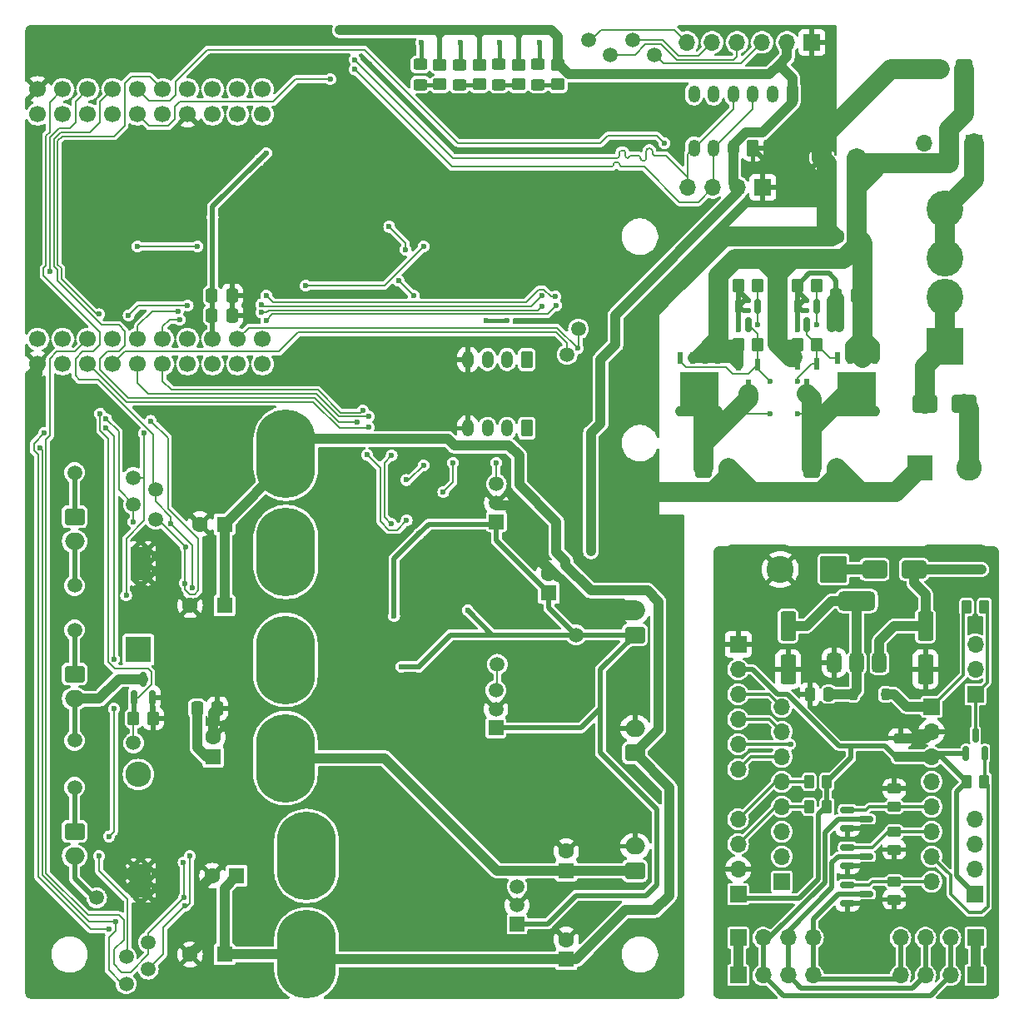
<source format=gbr>
%TF.GenerationSoftware,KiCad,Pcbnew,8.0.5-dirty*%
%TF.CreationDate,2024-10-27T18:43:12+01:00*%
%TF.ProjectId,tank_mower_controller_V1,74616e6b-5f6d-46f7-9765-725f636f6e74,rev?*%
%TF.SameCoordinates,Original*%
%TF.FileFunction,Copper,L1,Top*%
%TF.FilePolarity,Positive*%
%FSLAX46Y46*%
G04 Gerber Fmt 4.6, Leading zero omitted, Abs format (unit mm)*
G04 Created by KiCad (PCBNEW 8.0.5-dirty) date 2024-10-27 18:43:12*
%MOMM*%
%LPD*%
G01*
G04 APERTURE LIST*
G04 Aperture macros list*
%AMRoundRect*
0 Rectangle with rounded corners*
0 $1 Rounding radius*
0 $2 $3 $4 $5 $6 $7 $8 $9 X,Y pos of 4 corners*
0 Add a 4 corners polygon primitive as box body*
4,1,4,$2,$3,$4,$5,$6,$7,$8,$9,$2,$3,0*
0 Add four circle primitives for the rounded corners*
1,1,$1+$1,$2,$3*
1,1,$1+$1,$4,$5*
1,1,$1+$1,$6,$7*
1,1,$1+$1,$8,$9*
0 Add four rect primitives between the rounded corners*
20,1,$1+$1,$2,$3,$4,$5,0*
20,1,$1+$1,$4,$5,$6,$7,0*
20,1,$1+$1,$6,$7,$8,$9,0*
20,1,$1+$1,$8,$9,$2,$3,0*%
%AMHorizOval*
0 Thick line with rounded ends*
0 $1 width*
0 $2 $3 position (X,Y) of the first rounded end (center of the circle)*
0 $4 $5 position (X,Y) of the second rounded end (center of the circle)*
0 Add line between two ends*
20,1,$1,$2,$3,$4,$5,0*
0 Add two circle primitives to create the rounded ends*
1,1,$1,$2,$3*
1,1,$1,$4,$5*%
G04 Aperture macros list end*
%TA.AperFunction,ComponentPad*%
%ADD10RoundRect,0.250000X0.350000X0.625000X-0.350000X0.625000X-0.350000X-0.625000X0.350000X-0.625000X0*%
%TD*%
%TA.AperFunction,ComponentPad*%
%ADD11O,1.200000X1.750000*%
%TD*%
%TA.AperFunction,SMDPad,CuDef*%
%ADD12C,1.500000*%
%TD*%
%TA.AperFunction,ComponentPad*%
%ADD13RoundRect,0.250000X-0.750000X0.600000X-0.750000X-0.600000X0.750000X-0.600000X0.750000X0.600000X0*%
%TD*%
%TA.AperFunction,ComponentPad*%
%ADD14O,2.000000X1.700000*%
%TD*%
%TA.AperFunction,SMDPad,CuDef*%
%ADD15RoundRect,0.250000X-0.550000X1.250000X-0.550000X-1.250000X0.550000X-1.250000X0.550000X1.250000X0*%
%TD*%
%TA.AperFunction,SMDPad,CuDef*%
%ADD16RoundRect,0.250000X-1.000000X-0.650000X1.000000X-0.650000X1.000000X0.650000X-1.000000X0.650000X0*%
%TD*%
%TA.AperFunction,ComponentPad*%
%ADD17R,1.600000X1.600000*%
%TD*%
%TA.AperFunction,ComponentPad*%
%ADD18C,1.600000*%
%TD*%
%TA.AperFunction,SMDPad,CuDef*%
%ADD19RoundRect,0.250000X-0.262500X-0.450000X0.262500X-0.450000X0.262500X0.450000X-0.262500X0.450000X0*%
%TD*%
%TA.AperFunction,SMDPad,CuDef*%
%ADD20RoundRect,0.250000X-0.450000X0.350000X-0.450000X-0.350000X0.450000X-0.350000X0.450000X0.350000X0*%
%TD*%
%TA.AperFunction,SMDPad,CuDef*%
%ADD21RoundRect,0.150000X0.150000X-0.587500X0.150000X0.587500X-0.150000X0.587500X-0.150000X-0.587500X0*%
%TD*%
%TA.AperFunction,SMDPad,CuDef*%
%ADD22RoundRect,0.250000X-0.350000X-0.450000X0.350000X-0.450000X0.350000X0.450000X-0.350000X0.450000X0*%
%TD*%
%TA.AperFunction,ComponentPad*%
%ADD23RoundRect,0.250000X-0.600000X-0.750000X0.600000X-0.750000X0.600000X0.750000X-0.600000X0.750000X0*%
%TD*%
%TA.AperFunction,ComponentPad*%
%ADD24O,1.700000X2.000000*%
%TD*%
%TA.AperFunction,ComponentPad*%
%ADD25RoundRect,0.250000X0.750000X-0.600000X0.750000X0.600000X-0.750000X0.600000X-0.750000X-0.600000X0*%
%TD*%
%TA.AperFunction,ComponentPad*%
%ADD26R,1.700000X1.700000*%
%TD*%
%TA.AperFunction,ComponentPad*%
%ADD27O,1.700000X1.700000*%
%TD*%
%TA.AperFunction,SMDPad,CuDef*%
%ADD28R,0.600000X1.300000*%
%TD*%
%TA.AperFunction,SMDPad,CuDef*%
%ADD29R,0.610000X1.270000*%
%TD*%
%TA.AperFunction,SMDPad,CuDef*%
%ADD30R,3.910000X3.810000*%
%TD*%
%TA.AperFunction,SMDPad,CuDef*%
%ADD31R,0.610000X1.020000*%
%TD*%
%TA.AperFunction,SMDPad,CuDef*%
%ADD32RoundRect,0.250000X0.350000X0.450000X-0.350000X0.450000X-0.350000X-0.450000X0.350000X-0.450000X0*%
%TD*%
%TA.AperFunction,ComponentPad*%
%ADD33R,1.500000X1.500000*%
%TD*%
%TA.AperFunction,ComponentPad*%
%ADD34C,1.500000*%
%TD*%
%TA.AperFunction,ComponentPad*%
%ADD35HorizOval,0.800000X0.000000X0.000000X0.000000X0.000000X0*%
%TD*%
%TA.AperFunction,ComponentPad*%
%ADD36HorizOval,0.800000X0.000000X0.000000X0.000000X0.000000X0*%
%TD*%
%TA.AperFunction,ComponentPad*%
%ADD37C,0.800000*%
%TD*%
%TA.AperFunction,ComponentPad*%
%ADD38O,6.000000X9.000000*%
%TD*%
%TA.AperFunction,SMDPad,CuDef*%
%ADD39RoundRect,0.250000X-0.450000X0.325000X-0.450000X-0.325000X0.450000X-0.325000X0.450000X0.325000X0*%
%TD*%
%TA.AperFunction,ComponentPad*%
%ADD40R,3.750000X3.750000*%
%TD*%
%TA.AperFunction,ComponentPad*%
%ADD41C,3.750000*%
%TD*%
%TA.AperFunction,SMDPad,CuDef*%
%ADD42RoundRect,0.375000X0.375000X-0.625000X0.375000X0.625000X-0.375000X0.625000X-0.375000X-0.625000X0*%
%TD*%
%TA.AperFunction,SMDPad,CuDef*%
%ADD43RoundRect,0.500000X1.400000X-0.500000X1.400000X0.500000X-1.400000X0.500000X-1.400000X-0.500000X0*%
%TD*%
%TA.AperFunction,SMDPad,CuDef*%
%ADD44RoundRect,0.250000X0.475000X-0.250000X0.475000X0.250000X-0.475000X0.250000X-0.475000X-0.250000X0*%
%TD*%
%TA.AperFunction,SMDPad,CuDef*%
%ADD45RoundRect,0.150000X-0.587500X-0.150000X0.587500X-0.150000X0.587500X0.150000X-0.587500X0.150000X0*%
%TD*%
%TA.AperFunction,SMDPad,CuDef*%
%ADD46RoundRect,0.250000X0.262500X0.450000X-0.262500X0.450000X-0.262500X-0.450000X0.262500X-0.450000X0*%
%TD*%
%TA.AperFunction,SMDPad,CuDef*%
%ADD47RoundRect,0.150000X-0.150000X0.587500X-0.150000X-0.587500X0.150000X-0.587500X0.150000X0.587500X0*%
%TD*%
%TA.AperFunction,SMDPad,CuDef*%
%ADD48RoundRect,0.250000X0.337500X0.475000X-0.337500X0.475000X-0.337500X-0.475000X0.337500X-0.475000X0*%
%TD*%
%TA.AperFunction,ComponentPad*%
%ADD49R,2.600000X2.600000*%
%TD*%
%TA.AperFunction,ComponentPad*%
%ADD50C,2.600000*%
%TD*%
%TA.AperFunction,SMDPad,CuDef*%
%ADD51RoundRect,0.250000X0.450000X-0.262500X0.450000X0.262500X-0.450000X0.262500X-0.450000X-0.262500X0*%
%TD*%
%TA.AperFunction,SMDPad,CuDef*%
%ADD52RoundRect,0.250000X-0.337500X-0.475000X0.337500X-0.475000X0.337500X0.475000X-0.337500X0.475000X0*%
%TD*%
%TA.AperFunction,ComponentPad*%
%ADD53RoundRect,0.250000X0.600000X0.750000X-0.600000X0.750000X-0.600000X-0.750000X0.600000X-0.750000X0*%
%TD*%
%TA.AperFunction,SMDPad,CuDef*%
%ADD54RoundRect,0.250000X1.000000X0.650000X-1.000000X0.650000X-1.000000X-0.650000X1.000000X-0.650000X0*%
%TD*%
%TA.AperFunction,ComponentPad*%
%ADD55C,1.700000*%
%TD*%
%TA.AperFunction,ComponentPad*%
%ADD56RoundRect,0.250000X1.125000X1.125000X-1.125000X1.125000X-1.125000X-1.125000X1.125000X-1.125000X0*%
%TD*%
%TA.AperFunction,ComponentPad*%
%ADD57C,2.750000*%
%TD*%
%TA.AperFunction,SMDPad,CuDef*%
%ADD58RoundRect,0.250000X0.250000X0.475000X-0.250000X0.475000X-0.250000X-0.475000X0.250000X-0.475000X0*%
%TD*%
%TA.AperFunction,SMDPad,CuDef*%
%ADD59RoundRect,0.250000X-0.450000X0.262500X-0.450000X-0.262500X0.450000X-0.262500X0.450000X0.262500X0*%
%TD*%
%TA.AperFunction,SMDPad,CuDef*%
%ADD60RoundRect,0.225000X0.225000X0.375000X-0.225000X0.375000X-0.225000X-0.375000X0.225000X-0.375000X0*%
%TD*%
%TA.AperFunction,HeatsinkPad*%
%ADD61C,0.500000*%
%TD*%
%TA.AperFunction,HeatsinkPad*%
%ADD62R,2.000000X3.500000*%
%TD*%
%TA.AperFunction,ComponentPad*%
%ADD63O,2.600000X2.600000*%
%TD*%
%TA.AperFunction,ViaPad*%
%ADD64C,0.600000*%
%TD*%
%TA.AperFunction,Conductor*%
%ADD65C,1.000000*%
%TD*%
%TA.AperFunction,Conductor*%
%ADD66C,0.300000*%
%TD*%
%TA.AperFunction,Conductor*%
%ADD67C,0.500000*%
%TD*%
%TA.AperFunction,Conductor*%
%ADD68C,0.400000*%
%TD*%
%TA.AperFunction,Conductor*%
%ADD69C,2.000000*%
%TD*%
%TA.AperFunction,Conductor*%
%ADD70C,0.200000*%
%TD*%
G04 APERTURE END LIST*
D10*
%TO.P,J13,1,Pin_1*%
%TO.N,Net-(J13-Pin_1)*%
X141238000Y-79204000D03*
D11*
%TO.P,J13,2,Pin_2*%
%TO.N,VCC*%
X139238000Y-79204000D03*
%TO.P,J13,3,Pin_3*%
%TO.N,Net-(J13-Pin_3)*%
X137238000Y-79204000D03*
%TO.P,J13,4,Pin_4*%
%TO.N,GND*%
X135238000Y-79204000D03*
%TD*%
D12*
%TO.P,TP54,1,1*%
%TO.N,MOSI*%
X149738000Y-48204000D03*
%TD*%
D13*
%TO.P,M3,1,+*%
%TO.N,Net-(D5-K)*%
X95238000Y-111204000D03*
D14*
%TO.P,M3,2,-*%
%TO.N,Net-(D5-A)*%
X95238000Y-113704000D03*
%TD*%
D15*
%TO.P,C4,1*%
%TO.N,N/C*%
X167808000Y-106314000D03*
%TO.P,C4,2*%
%TO.N,GND*%
X167808000Y-110714000D03*
%TD*%
D16*
%TO.P,D10,1,K*%
%TO.N,Net-(D10-K)*%
X181738000Y-83704000D03*
%TO.P,D10,2,A*%
%TO.N,Net-(D10-A)*%
X185738000Y-83704000D03*
%TD*%
D17*
%TO.P,C16,1*%
%TO.N,VCC_MOTOR_MOWER*%
X109326605Y-119615395D03*
D18*
%TO.P,C16,2*%
%TO.N,GND*%
X109326605Y-117615395D03*
%TD*%
D19*
%TO.P,R5,1*%
%TO.N,N/C*%
X185945500Y-104364000D03*
%TO.P,R5,2*%
%TO.N,Net-(J2-Pin_1)*%
X187770500Y-104364000D03*
%TD*%
D20*
%TO.P,R30,1*%
%TO.N,VCC*%
X144388000Y-49229000D03*
%TO.P,R30,2*%
%TO.N,Net-(D6-A)*%
X144388000Y-51229000D03*
%TD*%
D21*
%TO.P,Q4,1,G*%
%TO.N,VCC*%
X185908000Y-119271500D03*
%TO.P,Q4,2,S*%
%TO.N,N/C*%
X187808000Y-119271500D03*
%TO.P,Q4,3,D*%
%TO.N,Net-(J2-Pin_1)*%
X186858000Y-117396500D03*
%TD*%
D17*
%TO.P,C9,1*%
%TO.N,VCC_MOTOR_TRACK*%
X110488000Y-139704000D03*
D18*
%TO.P,C9,2*%
%TO.N,GND*%
X106988000Y-139704000D03*
%TD*%
D17*
%TO.P,C37,1*%
%TO.N,+BATT*%
X174738000Y-58704000D03*
D18*
%TO.P,C37,2*%
%TO.N,GND*%
X171238000Y-58704000D03*
%TD*%
D12*
%TO.P,TP19,1,1*%
%TO.N,MOTOR_MOWER_EN*%
X101238000Y-118204000D03*
%TD*%
D13*
%TO.P,M1,1,+*%
%TO.N,Net-(M1-+)*%
X95238000Y-127204000D03*
D14*
%TO.P,M1,2,-*%
%TO.N,Net-(M1--)*%
X95238000Y-129704000D03*
%TD*%
D22*
%TO.P,R16,1*%
%TO.N,MOTOR_MOWER_EN*%
X101238000Y-115704000D03*
%TO.P,R16,2*%
%TO.N,GND*%
X103238000Y-115704000D03*
%TD*%
D23*
%TO.P,J2,1,Pin_1*%
%TO.N,Net-(J2-Pin_1)*%
X159238000Y-90204000D03*
D24*
%TO.P,J2,2,Pin_2*%
%TO.N,GND*%
X161738000Y-90204000D03*
%TD*%
D25*
%TO.P,J11,1,Pin_1*%
%TO.N,VCC_MOTOR_MOWER*%
X152238000Y-131204000D03*
D14*
%TO.P,J11,2,Pin_2*%
%TO.N,GND*%
X152238000Y-128704000D03*
%TD*%
D12*
%TO.P,TP20,1,1*%
%TO.N,MOTOR_TRACK_1_1*%
X102738000Y-141204000D03*
%TD*%
D17*
%TO.P,C21,1*%
%TO.N,+BATT*%
X174738000Y-66704000D03*
D18*
%TO.P,C21,2*%
%TO.N,GND*%
X172738000Y-66704000D03*
%TD*%
D26*
%TO.P,J10,1,Pin_1*%
%TO.N,N/C*%
X182413000Y-114524000D03*
D27*
%TO.P,J10,2,Pin_2*%
%TO.N,GND*%
X182413000Y-117064000D03*
%TO.P,J10,3,Pin_3*%
%TO.N,VCC*%
X182413000Y-119604000D03*
%TO.P,J10,4,Pin_4*%
%TO.N,N/C*%
X182413000Y-122144000D03*
%TO.P,J10,5,Pin_5*%
X182413000Y-124684000D03*
%TO.P,J10,6,Pin_6*%
X182413000Y-127224000D03*
%TO.P,J10,7,Pin_7*%
X182413000Y-129764000D03*
%TO.P,J10,8,Pin_8*%
X182413000Y-132304000D03*
%TD*%
D22*
%TO.P,R37,1*%
%TO.N,+BATT*%
X162738000Y-77704000D03*
%TO.P,R37,2*%
%TO.N,Net-(Q15-D)*%
X164738000Y-77704000D03*
%TD*%
D28*
%TO.P,Q17,1,G*%
%TO.N,Net-(Q15-D)*%
X164688000Y-79704000D03*
%TO.P,Q17,2,S*%
%TO.N,+BATT*%
X162788000Y-79704000D03*
%TO.P,Q17,3,D*%
%TO.N,Net-(J2-Pin_1)*%
X163738000Y-81804000D03*
%TD*%
D29*
%TO.P,Q16,1,S*%
%TO.N,+BATT*%
X160643000Y-79034000D03*
%TO.P,Q16,2,S*%
X159373000Y-79034000D03*
%TO.P,Q16,3,S*%
X158103000Y-79034000D03*
%TO.P,Q16,4,G*%
%TO.N,Net-(Q15-D)*%
X156833000Y-79034000D03*
D30*
%TO.P,Q16,5,D*%
%TO.N,Net-(J2-Pin_1)*%
X158738000Y-82394000D03*
D31*
X160643000Y-84499000D03*
X159373000Y-84499000D03*
X158103000Y-84499000D03*
X156833000Y-84499000D03*
%TD*%
D32*
%TO.P,R2,1*%
%TO.N,VCC_MOTOR_TRACK_EN*%
X164738000Y-71704000D03*
%TO.P,R2,2*%
%TO.N,GND*%
X162738000Y-71704000D03*
%TD*%
D23*
%TO.P,J1,1,Pin_1*%
%TO.N,Net-(J1-Pin_1)*%
X170238000Y-90204000D03*
D24*
%TO.P,J1,2,Pin_2*%
%TO.N,GND*%
X172738000Y-90204000D03*
%TD*%
D33*
%TO.P,U8,1,VCC*%
%TO.N,VCC*%
X138088000Y-116666500D03*
D34*
%TO.P,U8,2,GND*%
%TO.N,GND*%
X138088000Y-114756500D03*
%TO.P,U8,3,VIOUT*%
%TO.N,Net-(U8-VIOUT)*%
X138088000Y-112846500D03*
D35*
%TO.P,U8,4,IP+*%
%TO.N,Net-(D5-K)*%
X116058000Y-113706500D03*
D36*
X117318000Y-113706500D03*
D37*
X115028000Y-112956500D03*
X118348000Y-112956500D03*
X114638000Y-111756500D03*
X118738000Y-111756500D03*
X114638000Y-110426500D03*
X118738000Y-110426500D03*
D38*
X116688000Y-109756500D03*
D37*
X114638000Y-109086500D03*
X118738000Y-109086500D03*
X114638000Y-107756500D03*
X118738000Y-107756500D03*
X115028000Y-106556500D03*
X118348000Y-106556500D03*
X116058000Y-105806500D03*
X117318000Y-105806500D03*
%TO.P,U8,5,IP-*%
%TO.N,VCC_MOTOR_MOWER*%
X116058000Y-123706500D03*
X117318000Y-123706500D03*
X115028000Y-122956500D03*
X118348000Y-122956500D03*
X114638000Y-121756500D03*
X118738000Y-121756500D03*
X114638000Y-120426500D03*
X118738000Y-120426500D03*
D38*
X116688000Y-119756500D03*
D37*
X114638000Y-119086500D03*
X118738000Y-119086500D03*
X114638000Y-117756500D03*
X118738000Y-117756500D03*
X115028000Y-116556500D03*
X118348000Y-116556500D03*
D36*
X116058000Y-115806500D03*
D35*
X117318000Y-115806500D03*
%TD*%
D39*
%TO.P,D7,1,K*%
%TO.N,Net-(D7-K)*%
X138388000Y-49204000D03*
%TO.P,D7,2,A*%
%TO.N,Net-(D7-A)*%
X138388000Y-51254000D03*
%TD*%
D10*
%TO.P,J9,1,Pin_1*%
%TO.N,GND*%
X164238000Y-57704000D03*
D11*
%TO.P,J9,2,Pin_2*%
%TO.N,VCC*%
X162238000Y-57704000D03*
%TO.P,J9,3,Pin_3*%
%TO.N,DISPLAY_SCL*%
X160238000Y-57704000D03*
%TO.P,J9,4,Pin_4*%
%TO.N,DISPLAY_SDA*%
X158238000Y-57704000D03*
%TD*%
D33*
%TO.P,U2,1,VCC*%
%TO.N,VCC*%
X140238000Y-136604000D03*
D34*
%TO.P,U2,2,GND*%
%TO.N,GND*%
X140238000Y-134694000D03*
%TO.P,U2,3,VIOUT*%
%TO.N,Net-(U2-VIOUT)*%
X140238000Y-132784000D03*
D35*
%TO.P,U2,4,IP+*%
%TO.N,Net-(U2-IP+)*%
X118208000Y-133644000D03*
D36*
X119468000Y-133644000D03*
D37*
X117178000Y-132894000D03*
X120498000Y-132894000D03*
X116788000Y-131694000D03*
X120888000Y-131694000D03*
X116788000Y-130364000D03*
X120888000Y-130364000D03*
D38*
X118838000Y-129694000D03*
D37*
X116788000Y-129024000D03*
X120888000Y-129024000D03*
X116788000Y-127694000D03*
X120888000Y-127694000D03*
X117178000Y-126494000D03*
X120498000Y-126494000D03*
X118208000Y-125744000D03*
X119468000Y-125744000D03*
%TO.P,U2,5,IP-*%
%TO.N,VCC_MOTOR_TRACK*%
X118208000Y-143644000D03*
X119468000Y-143644000D03*
X117178000Y-142894000D03*
X120498000Y-142894000D03*
X116788000Y-141694000D03*
X120888000Y-141694000D03*
X116788000Y-140364000D03*
X120888000Y-140364000D03*
D38*
X118838000Y-139694000D03*
D37*
X116788000Y-139024000D03*
X120888000Y-139024000D03*
X116788000Y-137694000D03*
X120888000Y-137694000D03*
X117178000Y-136494000D03*
X120498000Y-136494000D03*
D36*
X118208000Y-135744000D03*
D35*
X119468000Y-135744000D03*
%TD*%
D40*
%TO.P,F1,1,1*%
%TO.N,Net-(D10-K)*%
X183738000Y-77904000D03*
D41*
%TO.P,F1,2,2*%
X183738000Y-72904000D03*
%TO.P,F1,3,3*%
%TO.N,BMS_VCC*%
X183738000Y-68904000D03*
%TO.P,F1,4,4*%
X183738000Y-63904000D03*
%TD*%
D42*
%TO.P,U2,1,GND*%
%TO.N,GND*%
X172493000Y-110054000D03*
%TO.P,U2,2,VO*%
%TO.N,N/C*%
X174793000Y-110054000D03*
D43*
X174793000Y-103754000D03*
D42*
%TO.P,U2,3,VI*%
X177093000Y-110054000D03*
%TD*%
D44*
%TO.P,C2,1*%
%TO.N,VCC*%
X179238000Y-119604000D03*
%TO.P,C2,2*%
%TO.N,GND*%
X179238000Y-117704000D03*
%TD*%
D45*
%TO.P,Q3,1,G*%
%TO.N,N/C*%
X173855500Y-132624000D03*
%TO.P,Q3,2,S*%
%TO.N,GND*%
X173855500Y-134524000D03*
%TO.P,Q3,3,D*%
%TO.N,N/C*%
X175730500Y-133574000D03*
%TD*%
D46*
%TO.P,R6,1*%
%TO.N,VCC*%
X171768500Y-124684000D03*
%TO.P,R6,2*%
%TO.N,N/C*%
X169943500Y-124684000D03*
%TD*%
D47*
%TO.P,Q3,1,G*%
%TO.N,VCC_MOTOR_MOWER_EN*%
X170688000Y-73766500D03*
%TO.P,Q3,2,S*%
%TO.N,GND*%
X168788000Y-73766500D03*
%TO.P,Q3,3,D*%
%TO.N,Net-(Q18-G)*%
X169738000Y-75641500D03*
%TD*%
D12*
%TO.P,TP21,1,1*%
%TO.N,MOTOR_TRACK_1_2*%
X102738000Y-138454000D03*
%TD*%
D25*
%TO.P,J6,1,Pin_1*%
%TO.N,VCC*%
X152238000Y-107204000D03*
D14*
%TO.P,J6,2,Pin_2*%
%TO.N,GND*%
X152238000Y-104704000D03*
%TD*%
D12*
%TO.P,TP15,1,1*%
%TO.N,Net-(M2-+)*%
X95238000Y-90704000D03*
%TD*%
D45*
%TO.P,Q1,1,G*%
%TO.N,N/C*%
X173855500Y-128814000D03*
%TO.P,Q1,2,S*%
%TO.N,GND*%
X173855500Y-130714000D03*
%TO.P,Q1,3,D*%
%TO.N,N/C*%
X175730500Y-129764000D03*
%TD*%
D12*
%TO.P,TP22,1,1*%
%TO.N,MOTOR_TRACK_2_1*%
X103488000Y-92454000D03*
%TD*%
D48*
%TO.P,C22,1*%
%TO.N,+BATT*%
X174775500Y-72704000D03*
%TO.P,C22,2*%
%TO.N,GND*%
X172700500Y-72704000D03*
%TD*%
D10*
%TO.P,J14,1,Pin_1*%
%TO.N,Net-(J14-Pin_1)*%
X141238000Y-86204000D03*
D11*
%TO.P,J14,2,Pin_2*%
%TO.N,VCC*%
X139238000Y-86204000D03*
%TO.P,J14,3,Pin_3*%
%TO.N,Net-(J14-Pin_3)*%
X137238000Y-86204000D03*
%TO.P,J14,4,Pin_4*%
%TO.N,GND*%
X135238000Y-86204000D03*
%TD*%
D28*
%TO.P,Q4,1,G*%
%TO.N,Net-(Q18-G)*%
X170688000Y-79654000D03*
%TO.P,Q4,2,S*%
%TO.N,+BATT*%
X168788000Y-79654000D03*
%TO.P,Q4,3,D*%
%TO.N,Net-(J1-Pin_1)*%
X169738000Y-81754000D03*
%TD*%
D20*
%TO.P,R32,1*%
%TO.N,VCC*%
X140388000Y-49229000D03*
%TO.P,R32,2*%
%TO.N,Net-(D7-A)*%
X140388000Y-51229000D03*
%TD*%
D49*
%TO.P,J5,1,Pin_1*%
%TO.N,GND*%
X181238000Y-90204000D03*
D50*
%TO.P,J5,2,Pin_2*%
%TO.N,Net-(D10-A)*%
X186238000Y-90204000D03*
%TD*%
D26*
%TO.P,J11,1,Pin_1*%
%TO.N,N/C*%
X167173000Y-132304000D03*
D27*
%TO.P,J11,2,Pin_2*%
X167173000Y-129764000D03*
%TO.P,J11,3,Pin_3*%
X167173000Y-127224000D03*
%TO.P,J11,4,Pin_4*%
X167173000Y-124684000D03*
%TO.P,J11,5,Pin_5*%
X167173000Y-122144000D03*
%TO.P,J11,6,Pin_6*%
X167173000Y-119604000D03*
%TO.P,J11,7,Pin_7*%
X167173000Y-117064000D03*
%TO.P,J11,8,Pin_8*%
X167173000Y-114524000D03*
%TD*%
D22*
%TO.P,R38,1*%
%TO.N,+BATT*%
X168738000Y-77704000D03*
%TO.P,R38,2*%
%TO.N,Net-(Q18-G)*%
X170738000Y-77704000D03*
%TD*%
D12*
%TO.P,TP52,1,1*%
%TO.N,SS*%
X147488000Y-46704000D03*
%TD*%
D20*
%TO.P,R36,1*%
%TO.N,VCC*%
X132388000Y-49229000D03*
%TO.P,R36,2*%
%TO.N,Net-(D9-A)*%
X132388000Y-51229000D03*
%TD*%
D17*
%TO.P,C19,1*%
%TO.N,VCC_MOTOR_MOWER*%
X145238000Y-131204000D03*
D18*
%TO.P,C19,2*%
%TO.N,GND*%
X145238000Y-129204000D03*
%TD*%
D26*
%TO.P,J10,1,Pin_1*%
%TO.N,GND*%
X165238000Y-61704000D03*
D27*
%TO.P,J10,2,Pin_2*%
%TO.N,VCC*%
X162698000Y-61704000D03*
%TO.P,J10,3,Pin_3*%
%TO.N,DISPLAY_SCL*%
X160158000Y-61704000D03*
%TO.P,J10,4,Pin_4*%
%TO.N,DISPLAY_SDA*%
X157618000Y-61704000D03*
%TD*%
D26*
%TO.P,J8,1,Pin_1*%
%TO.N,N/C*%
X186858000Y-141829000D03*
D27*
%TO.P,J8,2,Pin_2*%
X184318000Y-141829000D03*
%TO.P,J8,3,Pin_3*%
X181778000Y-141829000D03*
%TO.P,J8,4,Pin_4*%
X179238000Y-141829000D03*
%TD*%
D12*
%TO.P,TP26,1,1*%
%TO.N,MOTOR_TRACK_2_EN*%
X101238000Y-91204000D03*
%TD*%
D32*
%TO.P,R1,1*%
%TO.N,VCC_MOTOR_MOWER_EN*%
X170738000Y-71704000D03*
%TO.P,R1,2*%
%TO.N,GND*%
X168738000Y-71704000D03*
%TD*%
D26*
%TO.P,J6,1,Pin_1*%
%TO.N,N/C*%
X162728000Y-138019000D03*
D27*
%TO.P,J6,2,Pin_2*%
X165268000Y-138019000D03*
%TO.P,J6,3,Pin_3*%
X167808000Y-138019000D03*
%TO.P,J6,4,Pin_4*%
X170348000Y-138019000D03*
%TD*%
D12*
%TO.P,TP13,1,1*%
%TO.N,Net-(M1--)*%
X97488000Y-133954000D03*
%TD*%
D51*
%TO.P,R2,1*%
%TO.N,N/C*%
X178603000Y-124684000D03*
%TO.P,R2,2*%
%TO.N,GND*%
X178603000Y-122859000D03*
%TD*%
D12*
%TO.P,TP17,1,1*%
%TO.N,Net-(D5-K)*%
X95238000Y-106704000D03*
%TD*%
D10*
%TO.P,J4,1,Pin_1*%
%TO.N,VCC*%
X168238000Y-52204000D03*
D11*
%TO.P,J4,2,Pin_2*%
%TO.N,GND*%
X166238000Y-52204000D03*
%TO.P,J4,3,Pin_3*%
%TO.N,DISPLAY_SCL*%
X164238000Y-52204000D03*
%TO.P,J4,4,Pin_4*%
%TO.N,DISPLAY_SDA*%
X162238000Y-52204000D03*
%TO.P,J4,5,Pin_5*%
%TO.N,unconnected-(J4-Pin_5-Pad5)*%
X160238000Y-52204000D03*
%TO.P,J4,6,Pin_6*%
%TO.N,unconnected-(J4-Pin_6-Pad6)*%
X158238000Y-52204000D03*
%TD*%
D15*
%TO.P,C3,1*%
%TO.N,N/C*%
X181778000Y-106314000D03*
%TO.P,C3,2*%
%TO.N,GND*%
X181778000Y-110714000D03*
%TD*%
D52*
%TO.P,C28,1*%
%TO.N,Net-(Q11-D)*%
X109200500Y-72704000D03*
%TO.P,C28,2*%
%TO.N,GND*%
X111275500Y-72704000D03*
%TD*%
D53*
%TO.P,J3,1,Pin_1*%
%TO.N,+BATT*%
X185738000Y-49704000D03*
D24*
%TO.P,J3,2,Pin_2*%
%TO.N,GND*%
X183238000Y-49704000D03*
%TD*%
D19*
%TO.P,R4,1*%
%TO.N,VCC*%
X185945500Y-122144000D03*
%TO.P,R4,2*%
%TO.N,N/C*%
X187770500Y-122144000D03*
%TD*%
D54*
%TO.P,D1,1,K*%
%TO.N,N/C*%
X180603000Y-100554000D03*
%TO.P,D1,2,A*%
X176603000Y-100554000D03*
%TD*%
D55*
%TO.P,U9,1,GND*%
%TO.N,GND*%
X91498000Y-79674000D03*
%TO.P,U9,2,RST*%
%TO.N,unconnected-(U9-RST-Pad2)*%
X91498000Y-77134000D03*
%TO.P,U9,3,NC*%
%TO.N,unconnected-(U9-NC-Pad3)*%
X94038000Y-79674000D03*
%TO.P,U9,4,IO_36/SVP/A0*%
%TO.N,ENCODER_2*%
X94038000Y-77134000D03*
%TO.P,U9,5,IO_39/SVN*%
%TO.N,MOTOR_TRACK_2_CURRENT*%
X96578000Y-79674000D03*
%TO.P,U9,6,IO_26/D0*%
%TO.N,MOTOR_TRACK_1_2*%
X96578000Y-77134000D03*
%TO.P,U9,7,IO_35*%
%TO.N,VCC_MOTOR_MOWER_EN*%
X99118000Y-79674000D03*
%TO.P,U9,8,IO_18/D5*%
%TO.N,SCK*%
X99118000Y-77134000D03*
%TO.P,U9,9,IO_33*%
%TO.N,ENCODER_1*%
X101658000Y-79674000D03*
%TO.P,U9,10,IO_19/D6*%
%TO.N,MISO*%
X101658000Y-77134000D03*
%TO.P,U9,11,IO_34*%
%TO.N,MOTOR_TRACK_1_CURRENT*%
X104198000Y-79674000D03*
%TO.P,U9,12,IO_23/D7*%
%TO.N,MOSI*%
X104198000Y-77134000D03*
%TO.P,U9,13,IO_14/TMS*%
%TO.N,MOTOR_TRACK_2_2*%
X106738000Y-79674000D03*
%TO.P,U9,14,IO_05/D8*%
%TO.N,SS*%
X106738000Y-77134000D03*
%TO.P,U9,15,NC*%
%TO.N,unconnected-(U9-NC-Pad15)*%
X109278000Y-79674000D03*
%TO.P,U9,16,3V3*%
%TO.N,Net-(Q11-D)*%
X109278000Y-77134000D03*
%TO.P,U9,17,IO_09/SD2*%
%TO.N,unconnected-(U9-IO_09{slash}SD2-Pad17)*%
X111818000Y-79674000D03*
%TO.P,U9,18,IO_13/TCK*%
%TO.N,VCC_MOTOR_TRACK_EN*%
X111818000Y-77134000D03*
%TO.P,U9,19,CMD*%
%TO.N,unconnected-(U9-CMD-Pad19)*%
X114358000Y-79674000D03*
%TO.P,U9,20,IO_10/SD3*%
%TO.N,unconnected-(U9-IO_10{slash}SD3-Pad20)*%
X114358000Y-77134000D03*
%TO.P,U9,21,TXD*%
%TO.N,unconnected-(U9-TXD-Pad21)*%
X91498000Y-54274000D03*
%TO.P,U9,22,GND*%
%TO.N,GND*%
X91498000Y-51734000D03*
%TO.P,U9,23,RXD*%
%TO.N,unconnected-(U9-RXD-Pad23)*%
X94038000Y-54274000D03*
%TO.P,U9,24,IO_27*%
%TO.N,MOTOR_TRACK_2_1*%
X94038000Y-51734000D03*
%TO.P,U9,25,IO_22/D1/SCL*%
%TO.N,Net-(U9-IO_22{slash}D1{slash}SCL)*%
X96578000Y-54274000D03*
%TO.P,U9,26,IO_25*%
%TO.N,MOTOR_TRACK_1_1*%
X96578000Y-51734000D03*
%TO.P,U9,27,IO_21/D2/SDA*%
%TO.N,Net-(U9-IO_21{slash}D2{slash}SDA)*%
X99118000Y-54274000D03*
%TO.P,U9,28,IO_32*%
%TO.N,MOTOR_MOWER_CURRENT*%
X99118000Y-51734000D03*
%TO.P,U9,29,IO_17/D3*%
%TO.N,IO-EXTENDER_INTERUPT*%
X101658000Y-54274000D03*
%TO.P,U9,30,IO_12/TDI*%
%TO.N,BATTERY_VOLTAGE_SCALED*%
X101658000Y-51734000D03*
%TO.P,U9,31,IO_16/D4*%
%TO.N,unconnected-(U9-IO_16{slash}D4-Pad31)*%
X104198000Y-54274000D03*
%TO.P,U9,32,IO_04*%
%TO.N,MOTOR_MOWER_EN*%
X104198000Y-51734000D03*
%TO.P,U9,33,GND*%
%TO.N,GND*%
X106738000Y-54274000D03*
%TO.P,U9,34,IO_00*%
%TO.N,unconnected-(U9-IO_00-Pad34)*%
X106738000Y-51734000D03*
%TO.P,U9,35,VCC_(USB)*%
%TO.N,Net-(Q11-G)*%
X109278000Y-54274000D03*
%TO.P,U9,36,IO_02*%
%TO.N,unconnected-(U9-IO_02-Pad36)*%
X109278000Y-51734000D03*
%TO.P,U9,37,TD0*%
%TO.N,unconnected-(U9-TD0-Pad37)*%
X111818000Y-54274000D03*
%TO.P,U9,38,SD1*%
%TO.N,unconnected-(U9-SD1-Pad38)*%
X111818000Y-51734000D03*
%TO.P,U9,39,SD0*%
%TO.N,unconnected-(U9-SD0-Pad39)*%
X114358000Y-54274000D03*
%TO.P,U9,40,CLK*%
%TO.N,unconnected-(U9-CLK-Pad40)*%
X114358000Y-51734000D03*
%TD*%
D12*
%TO.P,TP48,1,1*%
%TO.N,VCC_MOTOR_MOWER_EN*%
X145338000Y-78704000D03*
%TD*%
D26*
%TO.P,J7,1,Pin_1*%
%TO.N,BMS_VCC*%
X186738000Y-57204000D03*
D27*
%TO.P,J7,2,Pin_2*%
%TO.N,+BATT*%
X184198000Y-57204000D03*
%TO.P,J7,3,Pin_3*%
%TO.N,Net-(J7-Pin_3)*%
X181658000Y-57204000D03*
%TD*%
D17*
%TO.P,C15,1*%
%TO.N,VCC_MOTOR_TRACK*%
X110488000Y-104204000D03*
D18*
%TO.P,C15,2*%
%TO.N,GND*%
X106988000Y-104204000D03*
%TD*%
D17*
%TO.P,C18,1*%
%TO.N,VCC_MOTOR_TRACK*%
X145238000Y-140204000D03*
D18*
%TO.P,C18,2*%
%TO.N,GND*%
X145238000Y-138204000D03*
%TD*%
D56*
%TO.P,J1,1*%
%TO.N,N/C*%
X172413000Y-100554000D03*
D57*
%TO.P,J1,2*%
%TO.N,GND*%
X167013000Y-100554000D03*
%TD*%
D12*
%TO.P,TP49,1,1*%
%TO.N,VCC*%
X146238000Y-107204000D03*
%TD*%
D52*
%TO.P,C27,1*%
%TO.N,Net-(Q11-D)*%
X109200500Y-74704000D03*
%TO.P,C27,2*%
%TO.N,GND*%
X111275500Y-74704000D03*
%TD*%
D26*
%TO.P,J8,1,Pin_1*%
%TO.N,GND*%
X170238000Y-46954000D03*
D27*
%TO.P,J8,2,Pin_2*%
%TO.N,VCC*%
X167698000Y-46954000D03*
%TO.P,J8,3,Pin_3*%
%TO.N,MISO*%
X165158000Y-46954000D03*
%TO.P,J8,4,Pin_4*%
%TO.N,MOSI*%
X162618000Y-46954000D03*
%TO.P,J8,5,Pin_5*%
%TO.N,SCK*%
X160078000Y-46954000D03*
%TO.P,J8,6,Pin_6*%
%TO.N,SS*%
X157538000Y-46954000D03*
%TD*%
D12*
%TO.P,TP18,1,1*%
%TO.N,Net-(D5-A)*%
X95238000Y-117954000D03*
%TD*%
D58*
%TO.P,C5,1*%
%TO.N,N/C*%
X171933000Y-113254000D03*
%TO.P,C5,2*%
%TO.N,GND*%
X170033000Y-113254000D03*
%TD*%
D26*
%TO.P,J4,1,Pin_1*%
%TO.N,VCC*%
X162728000Y-133574000D03*
D27*
%TO.P,J4,2,Pin_2*%
%TO.N,GND*%
X162728000Y-131034000D03*
%TO.P,J4,3,Pin_3*%
%TO.N,N/C*%
X162728000Y-128494000D03*
%TO.P,J4,4,Pin_4*%
X162728000Y-125954000D03*
%TD*%
D12*
%TO.P,TP55,1,1*%
%TO.N,MISO*%
X154238000Y-48204000D03*
%TD*%
D39*
%TO.P,D8,1,K*%
%TO.N,Net-(D8-K)*%
X134388000Y-49229000D03*
%TO.P,D8,2,A*%
%TO.N,Net-(D8-A)*%
X134388000Y-51279000D03*
%TD*%
D26*
%TO.P,J7,1,Pin_1*%
%TO.N,N/C*%
X162728000Y-141829000D03*
D27*
%TO.P,J7,2,Pin_2*%
X165268000Y-141829000D03*
%TO.P,J7,3,Pin_3*%
X167808000Y-141829000D03*
%TO.P,J7,4,Pin_4*%
X170348000Y-141829000D03*
%TD*%
D59*
%TO.P,R3,1*%
%TO.N,N/C*%
X178603000Y-132304000D03*
%TO.P,R3,2*%
%TO.N,GND*%
X178603000Y-134129000D03*
%TD*%
D17*
%TO.P,C8,1*%
%TO.N,VCC_MOTOR_TRACK*%
X110488000Y-95954000D03*
D18*
%TO.P,C8,2*%
%TO.N,GND*%
X107988000Y-95954000D03*
%TD*%
D26*
%TO.P,J9,1,Pin_1*%
%TO.N,N/C*%
X186858000Y-138019000D03*
D27*
%TO.P,J9,2,Pin_2*%
X184318000Y-138019000D03*
%TO.P,J9,3,Pin_3*%
X181778000Y-138019000D03*
%TO.P,J9,4,Pin_4*%
X179238000Y-138019000D03*
%TD*%
D12*
%TO.P,TP24,1,1*%
%TO.N,MOTOR_TRACK_1_FAULT*%
X100488000Y-139954000D03*
%TD*%
D25*
%TO.P,J12,1,Pin_1*%
%TO.N,VCC_MOTOR_TRACK*%
X152238000Y-119204000D03*
D14*
%TO.P,J12,2,Pin_2*%
%TO.N,GND*%
X152238000Y-116704000D03*
%TD*%
D12*
%TO.P,TP27,1,1*%
%TO.N,MOTOR_TRACK_2_FAULT*%
X101238000Y-93954000D03*
%TD*%
D33*
%TO.P,U6,1,VCC*%
%TO.N,VCC*%
X138138000Y-95694000D03*
D34*
%TO.P,U6,2,GND*%
%TO.N,GND*%
X138138000Y-93784000D03*
%TO.P,U6,3,VIOUT*%
%TO.N,Net-(U6-VIOUT)*%
X138138000Y-91874000D03*
D35*
%TO.P,U6,4,IP+*%
%TO.N,VCC_MOTOR_TRACK*%
X116108000Y-92734000D03*
D36*
X117368000Y-92734000D03*
D37*
X115078000Y-91984000D03*
X118398000Y-91984000D03*
X114688000Y-90784000D03*
X118788000Y-90784000D03*
X114688000Y-89454000D03*
X118788000Y-89454000D03*
D38*
X116738000Y-88784000D03*
D37*
X114688000Y-88114000D03*
X118788000Y-88114000D03*
X114688000Y-86784000D03*
X118788000Y-86784000D03*
X115078000Y-85584000D03*
X118398000Y-85584000D03*
X116108000Y-84834000D03*
X117368000Y-84834000D03*
%TO.P,U6,5,IP-*%
%TO.N,Net-(U6-IP-)*%
X116108000Y-102734000D03*
X117368000Y-102734000D03*
X115078000Y-101984000D03*
X118398000Y-101984000D03*
X114688000Y-100784000D03*
X118788000Y-100784000D03*
X114688000Y-99454000D03*
X118788000Y-99454000D03*
D38*
X116738000Y-98784000D03*
D37*
X114688000Y-98114000D03*
X118788000Y-98114000D03*
X114688000Y-96784000D03*
X118788000Y-96784000D03*
X115078000Y-95584000D03*
X118398000Y-95584000D03*
D36*
X116108000Y-94834000D03*
D35*
X117368000Y-94834000D03*
%TD*%
D12*
%TO.P,TP28,1,1*%
%TO.N,Net-(U8-VIOUT)*%
X138238000Y-110204000D03*
%TD*%
%TO.P,TP14,1,1*%
%TO.N,Net-(M1-+)*%
X95238000Y-122704000D03*
%TD*%
D39*
%TO.P,D9,1,K*%
%TO.N,Net-(D9-K)*%
X130388000Y-49204000D03*
%TO.P,D9,2,A*%
%TO.N,Net-(D9-A)*%
X130388000Y-51254000D03*
%TD*%
D21*
%TO.P,Q5,1,G*%
%TO.N,MOTOR_MOWER_EN*%
X101288000Y-113579000D03*
%TO.P,Q5,2,S*%
%TO.N,GND*%
X103188000Y-113579000D03*
%TO.P,Q5,3,D*%
%TO.N,Net-(D5-A)*%
X102238000Y-111704000D03*
%TD*%
D26*
%TO.P,J5,1,Pin_1*%
%TO.N,GND*%
X162728000Y-108174000D03*
D27*
%TO.P,J5,2,Pin_2*%
%TO.N,VCC*%
X162728000Y-110714000D03*
%TO.P,J5,3,Pin_3*%
%TO.N,N/C*%
X162728000Y-113254000D03*
%TO.P,J5,4,Pin_4*%
X162728000Y-115794000D03*
%TO.P,J5,5,Pin_5*%
X162728000Y-118334000D03*
%TO.P,J5,6,Pin_6*%
X162728000Y-120874000D03*
%TD*%
D17*
%TO.P,C14,1*%
%TO.N,VCC_MOTOR_TRACK*%
X111738000Y-131704000D03*
D18*
%TO.P,C14,2*%
%TO.N,GND*%
X109238000Y-131704000D03*
%TD*%
D26*
%TO.P,J2,1,Pin_1*%
%TO.N,Net-(J2-Pin_1)*%
X186858000Y-113254000D03*
D27*
%TO.P,J2,2,Pin_2*%
%TO.N,N/C*%
X186858000Y-110714000D03*
%TO.P,J2,3,Pin_3*%
X186858000Y-108174000D03*
%TD*%
D52*
%TO.P,C17,1*%
%TO.N,VCC_MOTOR_MOWER*%
X107700500Y-114704000D03*
%TO.P,C17,2*%
%TO.N,GND*%
X109775500Y-114704000D03*
%TD*%
D45*
%TO.P,Q2,1,G*%
%TO.N,N/C*%
X173855500Y-125004000D03*
%TO.P,Q2,2,S*%
%TO.N,GND*%
X173855500Y-126904000D03*
%TO.P,Q2,3,D*%
%TO.N,N/C*%
X175730500Y-125954000D03*
%TD*%
D17*
%TO.P,C20,1*%
%TO.N,VCC*%
X143488000Y-102954000D03*
D18*
%TO.P,C20,2*%
%TO.N,GND*%
X143488000Y-100954000D03*
%TD*%
D39*
%TO.P,D6,1,K*%
%TO.N,Net-(D6-K)*%
X142388000Y-49204000D03*
%TO.P,D6,2,A*%
%TO.N,Net-(D6-A)*%
X142388000Y-51254000D03*
%TD*%
D46*
%TO.P,R7,1*%
%TO.N,VCC*%
X171768500Y-122144000D03*
%TO.P,R7,2*%
%TO.N,N/C*%
X169943500Y-122144000D03*
%TD*%
D12*
%TO.P,TP16,1,1*%
%TO.N,Net-(M2--)*%
X95238000Y-102204000D03*
%TD*%
D60*
%TO.P,D3,1,K*%
%TO.N,N/C*%
X177713000Y-113254000D03*
%TO.P,D3,2,A*%
X174413000Y-113254000D03*
%TD*%
D20*
%TO.P,R34,1*%
%TO.N,VCC*%
X136388000Y-49229000D03*
%TO.P,R34,2*%
%TO.N,Net-(D8-A)*%
X136388000Y-51229000D03*
%TD*%
D29*
%TO.P,Q18,1,S*%
%TO.N,+BATT*%
X176643000Y-79034000D03*
%TO.P,Q18,2,S*%
X175373000Y-79034000D03*
%TO.P,Q18,3,S*%
X174103000Y-79034000D03*
%TO.P,Q18,4,G*%
%TO.N,Net-(Q18-G)*%
X172833000Y-79034000D03*
D30*
%TO.P,Q18,5,D*%
%TO.N,Net-(J1-Pin_1)*%
X174738000Y-82394000D03*
D31*
X176643000Y-84499000D03*
X175373000Y-84499000D03*
X174103000Y-84499000D03*
X172833000Y-84499000D03*
%TD*%
D13*
%TO.P,M2,1,+*%
%TO.N,Net-(M2-+)*%
X95238000Y-95204000D03*
D14*
%TO.P,M2,2,-*%
%TO.N,Net-(M2--)*%
X95238000Y-97704000D03*
%TD*%
D12*
%TO.P,TP53,1,1*%
%TO.N,SCK*%
X151988000Y-46704000D03*
%TD*%
D26*
%TO.P,J3,1,Pin_1*%
%TO.N,VCC*%
X186833000Y-133574000D03*
D27*
%TO.P,J3,2,Pin_2*%
%TO.N,GND*%
X186833000Y-131034000D03*
%TO.P,J3,3,Pin_3*%
%TO.N,N/C*%
X186833000Y-128494000D03*
%TO.P,J3,4,Pin_4*%
X186833000Y-125954000D03*
%TD*%
D12*
%TO.P,TP43,1,1*%
%TO.N,VCC_MOTOR_TRACK_EN*%
X146488000Y-76104000D03*
%TD*%
%TO.P,TP23,1,1*%
%TO.N,MOTOR_TRACK_2_2*%
X103488000Y-95454000D03*
%TD*%
D59*
%TO.P,R1,1*%
%TO.N,N/C*%
X178603000Y-127224000D03*
%TO.P,R1,2*%
%TO.N,GND*%
X178603000Y-129049000D03*
%TD*%
D47*
%TO.P,Q15,1,G*%
%TO.N,VCC_MOTOR_TRACK_EN*%
X164688000Y-73766500D03*
%TO.P,Q15,2,S*%
%TO.N,GND*%
X162788000Y-73766500D03*
%TO.P,Q15,3,D*%
%TO.N,Net-(Q15-D)*%
X163738000Y-75641500D03*
%TD*%
D12*
%TO.P,TP25,1,1*%
%TO.N,MOTOR_TRACK_1_EN*%
X100488000Y-142704000D03*
%TD*%
D61*
%TO.P,U4,17,GND*%
%TO.N,GND*%
X101238000Y-130704000D03*
X101238000Y-132204000D03*
X101238000Y-133704000D03*
D62*
X101988000Y-132204000D03*
D61*
X102738000Y-130704000D03*
X102738000Y-132204000D03*
X102738000Y-133704000D03*
%TD*%
D49*
%TO.P,D5,1,K*%
%TO.N,Net-(D5-K)*%
X101738000Y-108704000D03*
D63*
%TO.P,D5,2,A*%
%TO.N,Net-(D5-A)*%
X101738000Y-121404000D03*
%TD*%
D61*
%TO.P,U7,17,GND*%
%TO.N,GND*%
X101238000Y-98454000D03*
X101238000Y-99954000D03*
X101238000Y-101454000D03*
D62*
X101988000Y-99954000D03*
D61*
X102738000Y-98454000D03*
X102738000Y-99954000D03*
X102738000Y-101454000D03*
%TD*%
D64*
%TO.N,*%
X184953000Y-100554000D03*
X186223000Y-100554000D03*
X187493000Y-100554000D03*
X168062000Y-118334000D03*
X183683000Y-100554000D03*
%TO.N,VCC*%
X123238000Y-45704000D03*
X147738000Y-89704000D03*
X124238000Y-45704000D03*
X147738000Y-86704000D03*
X130238000Y-110454000D03*
X122238000Y-45704000D03*
X147738000Y-96704000D03*
X137138000Y-75204000D03*
X147738000Y-97704000D03*
X139238000Y-75204000D03*
X127738000Y-105304000D03*
X128488000Y-110454000D03*
X147738000Y-98704000D03*
X130238000Y-96954000D03*
X135238000Y-104704000D03*
%TO.N,GND*%
X138738000Y-125704000D03*
X91238000Y-63204000D03*
X121738000Y-97704000D03*
X154113000Y-73829000D03*
X176063000Y-138604000D03*
X109738000Y-108204000D03*
X143738000Y-64204000D03*
X124488000Y-80454000D03*
X151238000Y-92704000D03*
X145738000Y-103704000D03*
X158738000Y-92704000D03*
X173688000Y-117404000D03*
X180254000Y-125954000D03*
X94738000Y-59204000D03*
X111738000Y-48704000D03*
X91738000Y-82204000D03*
X172238000Y-75954000D03*
X154988000Y-72954000D03*
X94738000Y-63204000D03*
X123738000Y-101704000D03*
X179873000Y-135479000D03*
X180000000Y-109444000D03*
X172238000Y-75204000D03*
X107738000Y-64704000D03*
X168316000Y-125954000D03*
X127238000Y-97604000D03*
X100838000Y-71604000D03*
X121738000Y-109741500D03*
X96238000Y-71704000D03*
X127238000Y-98404000D03*
X184953000Y-115794000D03*
X180588000Y-120604000D03*
X163738000Y-73204000D03*
X156488000Y-71454000D03*
X149738000Y-57704000D03*
X95738000Y-87704000D03*
X162728000Y-123414000D03*
X147238000Y-80204000D03*
X141738000Y-56204000D03*
X109738000Y-111204000D03*
X122988000Y-81954000D03*
X134988000Y-89704000D03*
X163744000Y-123414000D03*
X141738000Y-60704000D03*
X150238000Y-80204000D03*
X139738000Y-108704000D03*
X96738000Y-125204000D03*
X157988000Y-69954000D03*
X100138000Y-125204000D03*
X146238000Y-95704000D03*
X169840000Y-128494000D03*
X147488000Y-111454000D03*
X163738000Y-74204000D03*
X147488000Y-119204000D03*
X147238000Y-83204000D03*
X175428000Y-134844000D03*
X171618000Y-106269000D03*
X176698000Y-123668000D03*
X149238000Y-108704000D03*
X155738000Y-72204000D03*
X183556000Y-108428000D03*
X149738000Y-94204000D03*
X151738000Y-76204000D03*
X101238000Y-87704000D03*
X149988000Y-111454000D03*
X176688000Y-120004000D03*
X123775500Y-109741500D03*
X91738000Y-71704000D03*
X175188000Y-120504000D03*
X129238000Y-124204000D03*
X149238000Y-101204000D03*
X101738000Y-66204000D03*
X150238000Y-83204000D03*
X91738000Y-85204000D03*
X130738000Y-85954000D03*
X176063000Y-141204000D03*
X145738000Y-102704000D03*
X134738000Y-56204000D03*
X137738000Y-60704000D03*
X93738000Y-82204000D03*
X140738000Y-108704000D03*
X168738000Y-75204000D03*
X110738000Y-66704000D03*
X153238000Y-74704000D03*
X147488000Y-114204000D03*
X152738000Y-94204000D03*
X172988000Y-75204000D03*
X94738000Y-66204000D03*
X173523000Y-141204000D03*
X113738000Y-46704000D03*
X141738000Y-121704000D03*
X143738000Y-60704000D03*
X152738000Y-95704000D03*
X177968000Y-130399000D03*
X156738000Y-92704000D03*
X149738000Y-64204000D03*
X125438000Y-46904000D03*
X109738000Y-48704000D03*
X110738000Y-68704000D03*
X157238000Y-70704000D03*
X100838000Y-68704000D03*
X109738000Y-81504000D03*
X107738000Y-70704000D03*
X93738000Y-83704000D03*
X138738000Y-119704000D03*
X174688000Y-123668000D03*
X110738000Y-84304000D03*
X111738000Y-81504000D03*
X166792000Y-134844000D03*
X109738000Y-46704000D03*
X107238000Y-108204000D03*
X149238000Y-97204000D03*
X164633000Y-107539000D03*
X161712000Y-123414000D03*
X126238000Y-47779000D03*
X180508000Y-130399000D03*
X138488000Y-101704000D03*
X141738000Y-125704000D03*
X172988000Y-75954000D03*
X183556000Y-103348000D03*
X98238000Y-125204000D03*
X177333000Y-135479000D03*
X162728000Y-135352000D03*
X149988000Y-118704000D03*
X171618000Y-107539000D03*
X178188000Y-120504000D03*
X169738000Y-74204000D03*
X162738000Y-76204000D03*
X143738000Y-69204000D03*
X134738000Y-57954000D03*
X154738000Y-92704000D03*
X112238000Y-111204000D03*
X104538000Y-71704000D03*
X149988000Y-114204000D03*
X172988000Y-74454000D03*
X180000000Y-108428000D03*
X132488000Y-85954000D03*
X121988000Y-89204000D03*
X133238000Y-128204000D03*
X138488000Y-99704000D03*
X98238000Y-123704000D03*
X175428000Y-127224000D03*
X151238000Y-94204000D03*
X100138000Y-123704000D03*
X169840000Y-108428000D03*
X113738000Y-81504000D03*
X166792000Y-135860000D03*
X146738000Y-103704000D03*
X127738000Y-93704000D03*
X141738000Y-57954000D03*
X170188000Y-119004000D03*
X125738000Y-105704000D03*
X107238000Y-111204000D03*
X149738000Y-92704000D03*
X113738000Y-48704000D03*
X123738000Y-103704000D03*
X104738000Y-111204000D03*
X133238000Y-124204000D03*
X91238000Y-66204000D03*
X142738000Y-98704000D03*
X175188000Y-117404000D03*
X125988000Y-81954000D03*
X140738000Y-98704000D03*
X169840000Y-131034000D03*
X134238000Y-60704000D03*
X172888000Y-107539000D03*
X174788000Y-138604000D03*
X93738000Y-73704000D03*
X179492000Y-105004000D03*
X153738000Y-52704000D03*
X94738000Y-88704000D03*
X149738000Y-86704000D03*
X172238000Y-74454000D03*
X110738000Y-70704000D03*
X96738000Y-86704000D03*
X172888000Y-106269000D03*
X136238000Y-89704000D03*
X149738000Y-95704000D03*
X149238000Y-90704000D03*
X146238000Y-86704000D03*
X105738000Y-66704000D03*
X177968000Y-105004000D03*
X105738000Y-62204000D03*
X121488000Y-80454000D03*
X183556000Y-109444000D03*
X146238000Y-90704000D03*
X125238000Y-49204000D03*
X177968000Y-102332000D03*
X138738000Y-123704000D03*
X141738000Y-123704000D03*
X136988000Y-99704000D03*
X111738000Y-46704000D03*
X104738000Y-108204000D03*
X135775500Y-108704000D03*
X147488000Y-117454000D03*
X129738000Y-93704000D03*
X151238000Y-95704000D03*
X168738000Y-76204000D03*
X162738000Y-75204000D03*
X103738000Y-64204000D03*
X138738000Y-104954000D03*
X112738000Y-84304000D03*
X104538000Y-68704000D03*
X152738000Y-92704000D03*
X179492000Y-102332000D03*
X91238000Y-59204000D03*
X115238000Y-56204000D03*
X120738000Y-89204000D03*
X93738000Y-85204000D03*
X115238000Y-50454000D03*
X169188000Y-118004000D03*
X172888000Y-123668000D03*
X129738000Y-57204000D03*
X144238000Y-108204000D03*
X96738000Y-123704000D03*
X143738000Y-56204000D03*
X131238000Y-122204000D03*
X149988000Y-116954000D03*
X131738000Y-59204000D03*
X169078000Y-125954000D03*
X94738000Y-69204000D03*
X137238000Y-128204000D03*
X106738000Y-84304000D03*
X137738000Y-56204000D03*
X112238000Y-108204000D03*
X177714000Y-125954000D03*
X183556000Y-104872000D03*
X183683000Y-111984000D03*
X138738000Y-121704000D03*
X108738000Y-84304000D03*
X91738000Y-83704000D03*
X174788000Y-141204000D03*
X149738000Y-72704000D03*
X135238000Y-126204000D03*
X169840000Y-109444000D03*
X107738000Y-81504000D03*
X150738000Y-55704000D03*
X131238000Y-126204000D03*
X139988000Y-103704000D03*
X135238000Y-130204000D03*
X169738000Y-73204000D03*
X101238000Y-89204000D03*
X169840000Y-111476000D03*
X149738000Y-69204000D03*
X161712000Y-135352000D03*
X128738000Y-85954000D03*
X146238000Y-97204000D03*
X136988000Y-101704000D03*
X107738000Y-72704000D03*
X149738000Y-60704000D03*
X123238000Y-50704000D03*
X173523000Y-138604000D03*
X171188000Y-120004000D03*
X116238000Y-48454000D03*
X141738000Y-98704000D03*
X169840000Y-110460000D03*
X153238000Y-76204000D03*
X141738000Y-119704000D03*
X176688000Y-117404000D03*
X165988000Y-106204000D03*
X101238000Y-86204000D03*
X175428000Y-131288000D03*
X143738000Y-71704000D03*
X153738000Y-55704000D03*
X184953000Y-117064000D03*
X135775500Y-112704000D03*
X172388000Y-120004000D03*
%TO.N,Net-(D6-K)*%
X142488000Y-46954000D03*
%TO.N,Net-(D7-K)*%
X138488000Y-46954000D03*
%TO.N,Net-(D8-K)*%
X134488000Y-46954000D03*
%TO.N,Net-(D9-K)*%
X130489225Y-46955225D03*
%TO.N,Net-(J1-Pin_1)*%
X168738000Y-84704000D03*
%TO.N,Net-(J2-Pin_1)*%
X165988000Y-84704000D03*
%TO.N,DISPLAY_SCL*%
X123738000Y-49704000D03*
%TO.N,DISPLAY_SDA*%
X123738000Y-48704000D03*
%TO.N,SCK*%
X114738000Y-72704000D03*
X144138000Y-72804000D03*
X100738000Y-74704000D03*
X106738000Y-73704000D03*
%TO.N,SS*%
X114738000Y-75204000D03*
X144238000Y-73704000D03*
%TO.N,MOSI*%
X142738000Y-73802529D03*
X105925471Y-75151124D03*
X114238000Y-74403997D03*
%TO.N,MISO*%
X114238000Y-73603994D03*
X142738000Y-72704000D03*
X105738000Y-74304000D03*
%TO.N,VCC_MOTOR_MOWER_EN*%
X170738000Y-75704000D03*
X145338000Y-78704000D03*
%TO.N,Net-(Q18-G)*%
X168738000Y-81454000D03*
%TO.N,MOTOR_MOWER_EN*%
X97738000Y-74604000D03*
X97838000Y-84704000D03*
%TO.N,Net-(Q11-D)*%
X113988000Y-58954000D03*
X109278000Y-64704000D03*
X114738000Y-58204000D03*
%TO.N,VCC_MOTOR_TRACK_EN*%
X146409868Y-78060879D03*
X164738000Y-75704000D03*
%TO.N,Net-(Q15-D)*%
X165988000Y-81454000D03*
%TO.N,/motor_control/encoder/1_minus*%
X128912265Y-68029735D03*
X127238000Y-65704000D03*
%TO.N,ENCODER_1*%
X118738000Y-71704000D03*
X125138000Y-85004000D03*
X130738000Y-67704000D03*
%TO.N,ENCODER_2*%
X101638000Y-67704000D03*
X107738000Y-67704000D03*
X128238000Y-71204000D03*
X129738000Y-72704000D03*
%TO.N,/motor_control/current_signal_converter/3_out*%
X127463000Y-95929000D03*
X127488000Y-88954000D03*
%TO.N,/motor_control/current_signal_converter/1_out*%
X133738000Y-89704000D03*
X132738000Y-92704000D03*
%TO.N,Net-(U6-VIOUT)*%
X138138000Y-89704000D03*
%TO.N,BATTERY_VOLTAGE_SCALED*%
X155238000Y-57204000D03*
%TO.N,MOTOR_TRACK_1_CURRENT*%
X129013735Y-95579735D03*
X124538000Y-84404000D03*
X124988000Y-88904000D03*
%TO.N,MOTOR_TRACK_2_CURRENT*%
X128988000Y-91454000D03*
X125138000Y-86104000D03*
X130738000Y-89954000D03*
%TO.N,MOTOR_MOWER_CURRENT*%
X123938000Y-85604000D03*
%TO.N,MOTOR_TRACK_1_1*%
X92738000Y-70204000D03*
X106974275Y-129690275D03*
X92138000Y-86704000D03*
X98738000Y-137154000D03*
X106488000Y-134754003D03*
%TO.N,MOTOR_TRACK_1_2*%
X106363000Y-133929000D03*
X106319445Y-130345104D03*
%TO.N,MOTOR_TRACK_2_1*%
X105029697Y-95912303D03*
X107238000Y-102454000D03*
%TO.N,MOTOR_TRACK_2_2*%
X102988000Y-85454000D03*
X106499352Y-98230488D03*
X106488000Y-101954000D03*
%TO.N,MOTOR_TRACK_1_FAULT*%
X99238000Y-109704000D03*
X98738000Y-127704000D03*
X97738000Y-129704000D03*
X99238000Y-114704000D03*
X98438000Y-86204000D03*
%TO.N,MOTOR_TRACK_1_EN*%
X99438000Y-136403988D03*
X91688000Y-88204000D03*
%TO.N,MOTOR_TRACK_2_EN*%
X100488000Y-103204000D03*
X102288000Y-86704000D03*
%TO.N,MOTOR_TRACK_2_FAULT*%
X101238000Y-95704000D03*
X98438000Y-85233149D03*
%TO.N,IO-EXTENDER_INTERUPT*%
X121238000Y-50704000D03*
%TD*%
D65*
%TO.N,*%
X180603000Y-100554000D02*
X180603000Y-101919000D01*
D66*
X165903000Y-115794000D02*
X167173000Y-117064000D01*
D67*
X172253000Y-130399000D02*
X172253000Y-132939000D01*
X167808000Y-137384000D02*
X167808000Y-138019000D01*
D65*
X180603000Y-101919000D02*
X181778000Y-103094000D01*
D66*
X187493000Y-135479000D02*
X188128000Y-134844000D01*
X168062000Y-118334000D02*
X162728000Y-118334000D01*
D65*
X178603000Y-113254000D02*
X179873000Y-114524000D01*
X172413000Y-100554000D02*
X176603000Y-100554000D01*
D67*
X172888000Y-125954000D02*
X171553000Y-127289000D01*
D66*
X185658000Y-104651500D02*
X185658000Y-111279000D01*
D67*
X170358000Y-136104000D02*
X170358000Y-138009000D01*
D66*
X178603000Y-132304000D02*
X176383000Y-132304000D01*
D67*
X169143000Y-143164000D02*
X180443000Y-143164000D01*
D66*
X162728000Y-115794000D02*
X165903000Y-115794000D01*
D67*
X170358000Y-138009000D02*
X170348000Y-138019000D01*
D66*
X186223000Y-135479000D02*
X187493000Y-135479000D01*
X166538000Y-122144000D02*
X167173000Y-122144000D01*
X184318000Y-131669000D02*
X184318000Y-133574000D01*
X177968000Y-127224000D02*
X176378000Y-128814000D01*
D65*
X177093000Y-107824000D02*
X178603000Y-106314000D01*
X174793000Y-103754000D02*
X172228000Y-103754000D01*
D66*
X182413000Y-127224000D02*
X178603000Y-127224000D01*
D67*
X170348000Y-141829000D02*
X170723000Y-142204000D01*
X172253000Y-132939000D02*
X167808000Y-137384000D01*
D66*
X178603000Y-127224000D02*
X177968000Y-127224000D01*
D65*
X174793000Y-110054000D02*
X174793000Y-112874000D01*
D66*
X187808000Y-119271500D02*
X187808000Y-122106500D01*
D65*
X180603000Y-100554000D02*
X187493000Y-100554000D01*
D66*
X182413000Y-129764000D02*
X184318000Y-131669000D01*
D67*
X171553000Y-127289000D02*
X171553000Y-132369000D01*
D66*
X188128000Y-122501500D02*
X187770500Y-122144000D01*
D67*
X170358000Y-138029000D02*
X170358000Y-141819000D01*
X165268000Y-141829000D02*
X167303000Y-143864000D01*
X182283000Y-143864000D02*
X184318000Y-141829000D01*
D66*
X167173000Y-119604000D02*
X163998000Y-119604000D01*
D67*
X165278000Y-138029000D02*
X165278000Y-141819000D01*
X165903000Y-138019000D02*
X165268000Y-138019000D01*
D65*
X177093000Y-110054000D02*
X177093000Y-107824000D01*
X186858000Y-141829000D02*
X186858000Y-138019000D01*
D66*
X163998000Y-119604000D02*
X162728000Y-120874000D01*
D65*
X174413000Y-113254000D02*
X171933000Y-113254000D01*
D66*
X162728000Y-113254000D02*
X165903000Y-113254000D01*
D65*
X169668000Y-106314000D02*
X167808000Y-106314000D01*
X177713000Y-113254000D02*
X178603000Y-113254000D01*
D67*
X167818000Y-138029000D02*
X167818000Y-141819000D01*
X181778000Y-141829000D02*
X181778000Y-138019000D01*
D66*
X176063000Y-124684000D02*
X175743000Y-125004000D01*
X175743000Y-125004000D02*
X173855500Y-125004000D01*
D67*
X175730500Y-125954000D02*
X172888000Y-125954000D01*
X178863000Y-142204000D02*
X179238000Y-141829000D01*
X167818000Y-141819000D02*
X167808000Y-141829000D01*
X184318000Y-138019000D02*
X184318000Y-141829000D01*
X167303000Y-143864000D02*
X182283000Y-143864000D01*
X167808000Y-141829000D02*
X169143000Y-143164000D01*
D66*
X188128000Y-134844000D02*
X188128000Y-122501500D01*
D67*
X170723000Y-142204000D02*
X178863000Y-142204000D01*
D66*
X176063000Y-132624000D02*
X173855500Y-132624000D01*
X169943500Y-122144000D02*
X167173000Y-122144000D01*
X184318000Y-133574000D02*
X186223000Y-135479000D01*
D65*
X172228000Y-103754000D02*
X169668000Y-106314000D01*
D67*
X167808000Y-138019000D02*
X167818000Y-138029000D01*
X171553000Y-132369000D02*
X165903000Y-138019000D01*
D65*
X162728000Y-141829000D02*
X162728000Y-138019000D01*
D67*
X175730500Y-133574000D02*
X172888000Y-133574000D01*
X172888000Y-129764000D02*
X172253000Y-130399000D01*
D66*
X182413000Y-132304000D02*
X178603000Y-132304000D01*
X162728000Y-125954000D02*
X166538000Y-122144000D01*
X182413000Y-124684000D02*
X178603000Y-124684000D01*
X169943500Y-124684000D02*
X167173000Y-124684000D01*
X185658000Y-111279000D02*
X182413000Y-114524000D01*
X162728000Y-128494000D02*
X166538000Y-124684000D01*
D67*
X165278000Y-141819000D02*
X165268000Y-141829000D01*
D66*
X178603000Y-124684000D02*
X176063000Y-124684000D01*
D65*
X181778000Y-106314000D02*
X181778000Y-103094000D01*
D66*
X176378000Y-128814000D02*
X173855500Y-128814000D01*
X166538000Y-124684000D02*
X167173000Y-124684000D01*
D67*
X172888000Y-133574000D02*
X170358000Y-136104000D01*
X165268000Y-138019000D02*
X165278000Y-138029000D01*
D65*
X181778000Y-106314000D02*
X178603000Y-106314000D01*
D66*
X176383000Y-132304000D02*
X176063000Y-132624000D01*
X165903000Y-113254000D02*
X167173000Y-114524000D01*
D67*
X170358000Y-141819000D02*
X170348000Y-141829000D01*
X175730500Y-129764000D02*
X172888000Y-129764000D01*
D65*
X174793000Y-103754000D02*
X174793000Y-110054000D01*
X179873000Y-114524000D02*
X182413000Y-114524000D01*
D67*
X170348000Y-138019000D02*
X170358000Y-138029000D01*
D66*
X185945500Y-104364000D02*
X185658000Y-104651500D01*
D67*
X180443000Y-143164000D02*
X181778000Y-141829000D01*
X179238000Y-141829000D02*
X179238000Y-138019000D01*
D65*
X174793000Y-112874000D02*
X174413000Y-113254000D01*
D67*
%TO.N,VCC*%
X133488000Y-107204000D02*
X137738000Y-107204000D01*
X172991478Y-118504000D02*
X167711478Y-113224000D01*
X146238000Y-133704000D02*
X153394498Y-133704000D01*
D65*
X144538430Y-49229000D02*
X145513430Y-50204000D01*
X148738000Y-79204000D02*
X148738000Y-85704000D01*
D67*
X184953000Y-131694000D02*
X184953000Y-123136500D01*
X176063000Y-118504000D02*
X172991478Y-118504000D01*
X136388000Y-46354000D02*
X136388000Y-49229000D01*
X171768500Y-122144000D02*
X174188000Y-119724500D01*
X148738000Y-119204000D02*
X148738000Y-114704000D01*
X154488000Y-124954000D02*
X148738000Y-119204000D01*
D65*
X167698000Y-48414000D02*
X167698000Y-46954000D01*
X143738000Y-45704000D02*
X123238000Y-45704000D01*
D67*
X131738000Y-45704000D02*
X132388000Y-46354000D01*
D65*
X162698000Y-62244000D02*
X150238000Y-74704000D01*
D67*
X174188000Y-118504000D02*
X177688000Y-118504000D01*
X182745500Y-119271500D02*
X182413000Y-119604000D01*
X136388000Y-46304000D02*
X136988000Y-45704000D01*
D65*
X166883000Y-49229000D02*
X167698000Y-48414000D01*
X150238000Y-77704000D02*
X148738000Y-79204000D01*
D67*
X185945500Y-119309000D02*
X185908000Y-119271500D01*
X138138000Y-97604000D02*
X138138000Y-95954000D01*
X123238000Y-45704000D02*
X124238000Y-45704000D01*
X143328000Y-136614000D02*
X146238000Y-133704000D01*
X141038000Y-45704000D02*
X143738000Y-45704000D01*
D65*
X168238000Y-52204000D02*
X168238000Y-53079000D01*
D67*
X146238000Y-107204000D02*
X152238000Y-107204000D01*
X146775500Y-116666500D02*
X148738000Y-114704000D01*
X166721528Y-113224000D02*
X164211528Y-110714000D01*
D65*
X166883000Y-49229000D02*
X168238000Y-50584000D01*
D67*
X177688000Y-118504000D02*
X178188000Y-119004000D01*
X135488000Y-107204000D02*
X146238000Y-107204000D01*
X140388000Y-46354000D02*
X141038000Y-45704000D01*
X136388000Y-46354000D02*
X136388000Y-46304000D01*
X179163000Y-119529000D02*
X178713000Y-119529000D01*
D65*
X168238000Y-50584000D02*
X168238000Y-52204000D01*
D67*
X154488000Y-132610498D02*
X154488000Y-124954000D01*
X182413000Y-119604000D02*
X183405500Y-119604000D01*
X185908000Y-119271500D02*
X182745500Y-119271500D01*
X136988000Y-45704000D02*
X139738000Y-45704000D01*
X183405500Y-119604000D02*
X185945500Y-122144000D01*
X143318000Y-136604000D02*
X140238000Y-136604000D01*
X124238000Y-45704000D02*
X131738000Y-45704000D01*
D65*
X165188000Y-56129000D02*
X163487570Y-56129000D01*
X179238000Y-119604000D02*
X182413000Y-119604000D01*
D67*
X130238000Y-110454000D02*
X129738000Y-110454000D01*
X164211528Y-110714000D02*
X162728000Y-110714000D01*
X143328000Y-136614000D02*
X143318000Y-136604000D01*
X128488000Y-110454000D02*
X129738000Y-110454000D01*
D65*
X144388000Y-49229000D02*
X144538430Y-49229000D01*
X162698000Y-61704000D02*
X162698000Y-62244000D01*
D67*
X167711478Y-113224000D02*
X166721528Y-113224000D01*
X139738000Y-45704000D02*
X140388000Y-46354000D01*
X170853000Y-132079050D02*
X168900525Y-134031525D01*
X127738000Y-99454000D02*
X130238000Y-96954000D01*
D65*
X150238000Y-74704000D02*
X150238000Y-77704000D01*
D67*
X186833000Y-133574000D02*
X184953000Y-131694000D01*
D65*
X168238000Y-53079000D02*
X165188000Y-56129000D01*
D67*
X132388000Y-46354000D02*
X132388000Y-49229000D01*
X174188000Y-119724500D02*
X174188000Y-118504000D01*
X179238000Y-119604000D02*
X179163000Y-119529000D01*
X137738000Y-107204000D02*
X135238000Y-104704000D01*
D65*
X162238000Y-57378570D02*
X162238000Y-57704000D01*
D67*
X135738000Y-45704000D02*
X136388000Y-46354000D01*
X184953000Y-123136500D02*
X185945500Y-122144000D01*
X131238000Y-95954000D02*
X138138000Y-95954000D01*
X143488000Y-104454000D02*
X146238000Y-107204000D01*
X171618000Y-124684000D02*
X170853000Y-125449000D01*
X171768500Y-124684000D02*
X171768500Y-122144000D01*
D65*
X162238000Y-57704000D02*
X162238000Y-61244000D01*
D67*
X172991478Y-118504000D02*
X174188000Y-118504000D01*
X148738000Y-110704000D02*
X152238000Y-107204000D01*
X140388000Y-46354000D02*
X140388000Y-49229000D01*
X178713000Y-119529000D02*
X178188000Y-119004000D01*
X171768500Y-124684000D02*
X171618000Y-124684000D01*
D65*
X145513430Y-50204000D02*
X165908000Y-50204000D01*
D67*
X132388000Y-46354000D02*
X133038000Y-45704000D01*
X148738000Y-114704000D02*
X148738000Y-110704000D01*
D65*
X144388000Y-46354000D02*
X143738000Y-45704000D01*
D67*
X130238000Y-96954000D02*
X131238000Y-95954000D01*
D65*
X144388000Y-49229000D02*
X144388000Y-46354000D01*
X162238000Y-61244000D02*
X162698000Y-61704000D01*
D67*
X133038000Y-45704000D02*
X135738000Y-45704000D01*
X127738000Y-105304000D02*
X127738000Y-99454000D01*
D65*
X148738000Y-85704000D02*
X147738000Y-86704000D01*
D67*
X138088000Y-116666500D02*
X146775500Y-116666500D01*
D68*
X139238000Y-75204000D02*
X137138000Y-75204000D01*
D67*
X143488000Y-102954000D02*
X138138000Y-97604000D01*
X130238000Y-110454000D02*
X133488000Y-107204000D01*
X163185525Y-134031525D02*
X162728000Y-133574000D01*
D65*
X165908000Y-50204000D02*
X166883000Y-49229000D01*
D67*
X168900525Y-134031525D02*
X163185525Y-134031525D01*
D65*
X147738000Y-89704000D02*
X147738000Y-86704000D01*
X163487570Y-56129000D02*
X162238000Y-57378570D01*
D67*
X153394498Y-133704000D02*
X154488000Y-132610498D01*
D65*
X147738000Y-98704000D02*
X147738000Y-97704000D01*
X147738000Y-97704000D02*
X147738000Y-89704000D01*
D67*
X143488000Y-102954000D02*
X143488000Y-104454000D01*
X170853000Y-125449000D02*
X170853000Y-132079050D01*
D65*
X124238000Y-45704000D02*
X122238000Y-45704000D01*
D67*
%TO.N,GND*%
X162738000Y-76204000D02*
X162738000Y-73816500D01*
D65*
X106988000Y-139704000D02*
X107988000Y-138704000D01*
D67*
X169225500Y-74204000D02*
X168788000Y-73766500D01*
X165238000Y-58704000D02*
X164238000Y-57704000D01*
D69*
X172738000Y-90204000D02*
X172738000Y-92704000D01*
D67*
X162738000Y-72204000D02*
X163738000Y-73204000D01*
X168738000Y-71704000D02*
X169988000Y-70454000D01*
X144363000Y-101329000D02*
X145738000Y-102704000D01*
X168788000Y-75404000D02*
X168788000Y-73766500D01*
D69*
X154988000Y-72954000D02*
X153238000Y-74704000D01*
X171145538Y-92704000D02*
X170738000Y-92704000D01*
D67*
X163738000Y-73204000D02*
X163350500Y-73204000D01*
X171988000Y-70454000D02*
X172700500Y-71166500D01*
D69*
X159738000Y-92704000D02*
X151238000Y-92704000D01*
X178238000Y-49704000D02*
X171238000Y-56704000D01*
D65*
X91498000Y-80694000D02*
X90988000Y-81204000D01*
D67*
X167808000Y-110714000D02*
X167808000Y-111984000D01*
X163225500Y-74204000D02*
X162788000Y-73766500D01*
D65*
X109326605Y-115152895D02*
X109775500Y-114704000D01*
D69*
X181238000Y-90204000D02*
X178738000Y-92704000D01*
D67*
X165238000Y-61704000D02*
X165238000Y-58704000D01*
D69*
X160145538Y-92704000D02*
X159738000Y-92704000D01*
D67*
X168738000Y-76204000D02*
X168738000Y-75454000D01*
X138178000Y-114666500D02*
X138088000Y-114756500D01*
D69*
X171238000Y-56704000D02*
X171238000Y-58704000D01*
X172738000Y-92704000D02*
X170738000Y-92704000D01*
D67*
X103188000Y-113579000D02*
X103188000Y-115654000D01*
D65*
X181773000Y-117704000D02*
X182413000Y-117064000D01*
D67*
X169738000Y-74204000D02*
X169225500Y-74204000D01*
X172700500Y-71166500D02*
X172700500Y-72704000D01*
D69*
X172238000Y-66704000D02*
X161238000Y-66704000D01*
X161738000Y-90204000D02*
X161738000Y-92704000D01*
X161738000Y-90204000D02*
X161738000Y-91111538D01*
D67*
X162738000Y-71704000D02*
X162738000Y-72204000D01*
D69*
X172738000Y-91111538D02*
X171145538Y-92704000D01*
X178738000Y-92704000D02*
X172738000Y-92704000D01*
X161738000Y-92704000D02*
X159738000Y-92704000D01*
D67*
X168738000Y-75454000D02*
X168788000Y-75404000D01*
D65*
X107988000Y-138704000D02*
X107988000Y-132954000D01*
D67*
X168738000Y-73716500D02*
X168788000Y-73766500D01*
D69*
X172738000Y-90204000D02*
X175238000Y-92704000D01*
X171238000Y-58704000D02*
X171738000Y-59204000D01*
D67*
X162738000Y-73816500D02*
X162788000Y-73766500D01*
D69*
X161738000Y-90204000D02*
X164238000Y-92704000D01*
D65*
X172238000Y-75954000D02*
X172238000Y-73166500D01*
D69*
X152238000Y-104704000D02*
X149238000Y-104704000D01*
X170738000Y-92704000D02*
X161738000Y-92704000D01*
D67*
X162788000Y-71754000D02*
X162738000Y-71704000D01*
D65*
X144363000Y-101329000D02*
X142863000Y-99829000D01*
D67*
X162788000Y-73766500D02*
X162788000Y-71754000D01*
X143488000Y-100454000D02*
X144363000Y-101329000D01*
D69*
X156488000Y-71454000D02*
X154988000Y-72954000D01*
D67*
X168738000Y-71704000D02*
X168738000Y-73716500D01*
D69*
X171738000Y-59204000D02*
X171738000Y-66004000D01*
X161238000Y-66704000D02*
X157988000Y-69954000D01*
D67*
X172238000Y-74454000D02*
X172988000Y-74454000D01*
X169350500Y-73204000D02*
X168788000Y-73766500D01*
X168738000Y-75454000D02*
X168738000Y-75204000D01*
D65*
X107988000Y-132954000D02*
X109238000Y-131704000D01*
D67*
X168738000Y-71704000D02*
X168738000Y-72204000D01*
D69*
X157988000Y-69954000D02*
X156488000Y-71454000D01*
D65*
X91498000Y-79674000D02*
X91498000Y-80694000D01*
D67*
X172988000Y-75204000D02*
X172238000Y-75204000D01*
X169988000Y-70454000D02*
X171988000Y-70454000D01*
D65*
X172988000Y-75954000D02*
X172988000Y-72991500D01*
D69*
X183238000Y-49704000D02*
X178238000Y-49704000D01*
D67*
X163350500Y-73204000D02*
X162788000Y-73766500D01*
D69*
X172738000Y-90204000D02*
X172738000Y-91111538D01*
D65*
X172238000Y-73166500D02*
X172700500Y-72704000D01*
D67*
X168738000Y-72204000D02*
X169738000Y-73204000D01*
D65*
X142863000Y-99829000D02*
X142863000Y-97079000D01*
X172988000Y-72991500D02*
X172700500Y-72704000D01*
D67*
X163738000Y-74204000D02*
X163225500Y-74204000D01*
D65*
X139828000Y-94044000D02*
X138138000Y-94044000D01*
X109326605Y-117615395D02*
X109326605Y-115152895D01*
D69*
X171738000Y-66004000D02*
X172238000Y-66504000D01*
D65*
X179238000Y-117704000D02*
X181773000Y-117704000D01*
X142863000Y-97079000D02*
X139828000Y-94044000D01*
D67*
X169738000Y-73204000D02*
X169350500Y-73204000D01*
X172238000Y-75954000D02*
X172988000Y-75954000D01*
X103188000Y-115654000D02*
X103238000Y-115704000D01*
D69*
X161738000Y-91111538D02*
X160145538Y-92704000D01*
D65*
%TO.N,VCC_MOTOR_TRACK*%
X133893761Y-87954000D02*
X133238000Y-87298239D01*
X154238000Y-135204000D02*
X151238000Y-135204000D01*
X144238000Y-95704000D02*
X140450500Y-91916500D01*
X152238000Y-119204000D02*
X154613000Y-116829000D01*
X133238000Y-87298239D02*
X119233761Y-87298239D01*
X139413000Y-87954000D02*
X133893761Y-87954000D01*
X117488000Y-89044000D02*
X116738000Y-89044000D01*
X155738000Y-122704000D02*
X155738000Y-133704000D01*
X110488000Y-95954000D02*
X110488000Y-104204000D01*
X146238000Y-140204000D02*
X117188000Y-140204000D01*
X152238000Y-119204000D02*
X155738000Y-122704000D01*
X110488000Y-139704000D02*
X110488000Y-132954000D01*
X154613000Y-103829000D02*
X153488000Y-102704000D01*
X140450500Y-91916500D02*
X140450500Y-88991500D01*
X155738000Y-133704000D02*
X154238000Y-135204000D01*
X145188000Y-100154000D02*
X145188000Y-99749836D01*
X117188000Y-140204000D02*
X116688000Y-139704000D01*
X140450500Y-88991500D02*
X139413000Y-87954000D01*
X145188000Y-99749836D02*
X144238000Y-98799836D01*
X151238000Y-135204000D02*
X146238000Y-140204000D01*
X153488000Y-102704000D02*
X147738000Y-102704000D01*
X144238000Y-98799836D02*
X144238000Y-95704000D01*
X147738000Y-102704000D02*
X145188000Y-100154000D01*
X116688000Y-139704000D02*
X110488000Y-139704000D01*
X116738000Y-89704000D02*
X110488000Y-95954000D01*
X110488000Y-132954000D02*
X111738000Y-131704000D01*
X154613000Y-116829000D02*
X154613000Y-103829000D01*
X119233761Y-87298239D02*
X117488000Y-89044000D01*
X116738000Y-89044000D02*
X116738000Y-89704000D01*
%TO.N,VCC_MOTOR_MOWER*%
X107700500Y-114704000D02*
X107738000Y-114741500D01*
X126790500Y-119756500D02*
X138238000Y-131204000D01*
X108649395Y-119615395D02*
X109326605Y-119615395D01*
X138238000Y-131204000D02*
X152238000Y-131204000D01*
X107738000Y-114741500D02*
X107738000Y-118704000D01*
X107738000Y-118704000D02*
X108649395Y-119615395D01*
X116688000Y-119756500D02*
X126790500Y-119756500D01*
%TO.N,+BATT*%
X175173000Y-72704000D02*
X175373000Y-72504000D01*
X160643000Y-77749000D02*
X160738000Y-77654000D01*
X160643000Y-79034000D02*
X161858000Y-79034000D01*
X162788000Y-79704000D02*
X161988000Y-78904000D01*
D69*
X175373000Y-67339000D02*
X175373000Y-72504000D01*
X184198000Y-57204000D02*
X184198000Y-55744000D01*
X174738000Y-66704000D02*
X175373000Y-67339000D01*
D65*
X159373000Y-79019000D02*
X160738000Y-77654000D01*
D69*
X175373000Y-76504000D02*
X175373000Y-79034000D01*
D65*
X160643000Y-79034000D02*
X160643000Y-77749000D01*
X174775500Y-72704000D02*
X175173000Y-72704000D01*
X158103000Y-79034000D02*
X158158000Y-79034000D01*
X176643000Y-77774000D02*
X175373000Y-76504000D01*
X159373000Y-79034000D02*
X159373000Y-79019000D01*
D69*
X165238000Y-69004000D02*
X162438000Y-69004000D01*
X166738000Y-70704000D02*
X166738000Y-69004000D01*
X174738000Y-58704000D02*
X175288000Y-59254000D01*
D65*
X158158000Y-79034000D02*
X160488000Y-76704000D01*
D69*
X168088000Y-78954000D02*
X168238000Y-78954000D01*
D65*
X162788000Y-79704000D02*
X160738000Y-77654000D01*
D69*
X185738000Y-54204000D02*
X185738000Y-49704000D01*
D65*
X160788000Y-77704000D02*
X160738000Y-77654000D01*
D69*
X174738000Y-67704000D02*
X173438000Y-69004000D01*
X166738000Y-70704000D02*
X166738000Y-70504000D01*
X173438000Y-69004000D02*
X168238000Y-69004000D01*
X184188000Y-59254000D02*
X184198000Y-59244000D01*
X175373000Y-72504000D02*
X175373000Y-76504000D01*
X184198000Y-59244000D02*
X184198000Y-57204000D01*
X162438000Y-69004000D02*
X160738000Y-70704000D01*
D65*
X162738000Y-77704000D02*
X161988000Y-77704000D01*
X162738000Y-79654000D02*
X162788000Y-79704000D01*
D69*
X160738000Y-77654000D02*
X160738000Y-76704000D01*
X166738000Y-69004000D02*
X165238000Y-69004000D01*
D65*
X161988000Y-77704000D02*
X160788000Y-77704000D01*
D69*
X174738000Y-61704000D02*
X174738000Y-58704000D01*
X176738000Y-59254000D02*
X184188000Y-59254000D01*
D65*
X161858000Y-79034000D02*
X161988000Y-78904000D01*
D69*
X174738000Y-66704000D02*
X174738000Y-61704000D01*
D65*
X174103000Y-79034000D02*
X176643000Y-79034000D01*
D69*
X176738000Y-59704000D02*
X174738000Y-61704000D01*
X176738000Y-59254000D02*
X176738000Y-59704000D01*
X168238000Y-69004000D02*
X166738000Y-69004000D01*
D65*
X161988000Y-78904000D02*
X161988000Y-77704000D01*
D69*
X166738000Y-70504000D02*
X168238000Y-69004000D01*
D65*
X162738000Y-77704000D02*
X162738000Y-79654000D01*
D69*
X174738000Y-66704000D02*
X174738000Y-67704000D01*
X160738000Y-76704000D02*
X160738000Y-70704000D01*
D65*
X176643000Y-79034000D02*
X176643000Y-77774000D01*
D69*
X166738000Y-77604000D02*
X166738000Y-70704000D01*
X166738000Y-77604000D02*
X168088000Y-78954000D01*
D65*
X158103000Y-79034000D02*
X160643000Y-79034000D01*
X166838000Y-77704000D02*
X166738000Y-77604000D01*
X168738000Y-77704000D02*
X166838000Y-77704000D01*
D69*
X175288000Y-59254000D02*
X176738000Y-59254000D01*
D65*
X160488000Y-76704000D02*
X160738000Y-76704000D01*
X174103000Y-79034000D02*
X174103000Y-77774000D01*
D69*
X184198000Y-55744000D02*
X185738000Y-54204000D01*
X166738000Y-70504000D02*
X165238000Y-69004000D01*
D65*
X174103000Y-77774000D02*
X175373000Y-76504000D01*
D67*
%TO.N,Net-(D5-K)*%
X95238000Y-106704000D02*
X95238000Y-111204000D01*
D65*
%TO.N,Net-(D5-A)*%
X95238000Y-113704000D02*
X97738000Y-113704000D01*
D67*
X95238000Y-113704000D02*
X95238000Y-117954000D01*
D65*
X99738000Y-111704000D02*
X102238000Y-111704000D01*
X97738000Y-113704000D02*
X99738000Y-111704000D01*
D68*
%TO.N,Net-(D6-K)*%
X142488000Y-49104000D02*
X142388000Y-49204000D01*
X142488000Y-46954000D02*
X142488000Y-49104000D01*
%TO.N,Net-(D6-A)*%
X142388000Y-51254000D02*
X144363000Y-51254000D01*
X144363000Y-51254000D02*
X144388000Y-51229000D01*
%TO.N,Net-(D7-K)*%
X138488000Y-46954000D02*
X138488000Y-49104000D01*
X138488000Y-49104000D02*
X138388000Y-49204000D01*
%TO.N,Net-(D7-A)*%
X138388000Y-51254000D02*
X140363000Y-51254000D01*
X140363000Y-51254000D02*
X140388000Y-51229000D01*
%TO.N,Net-(D8-A)*%
X134388000Y-51279000D02*
X136338000Y-51279000D01*
X136338000Y-51279000D02*
X136388000Y-51229000D01*
%TO.N,Net-(D8-K)*%
X134488000Y-46954000D02*
X134488000Y-49129000D01*
X134488000Y-49129000D02*
X134388000Y-49229000D01*
%TO.N,Net-(D9-A)*%
X132363000Y-51254000D02*
X132388000Y-51229000D01*
X130388000Y-51254000D02*
X132363000Y-51254000D01*
%TO.N,Net-(D9-K)*%
X130489225Y-49102775D02*
X130388000Y-49204000D01*
X130489225Y-46955225D02*
X130489225Y-49102775D01*
D69*
%TO.N,Net-(D10-A)*%
X186238000Y-90204000D02*
X186238000Y-84204000D01*
X186238000Y-84204000D02*
X185738000Y-83704000D01*
%TO.N,Net-(D10-K)*%
X181738000Y-79904000D02*
X183738000Y-77904000D01*
X181738000Y-83704000D02*
X181738000Y-79904000D01*
X183738000Y-77904000D02*
X183738000Y-72904000D01*
X184338000Y-77434000D02*
X182898000Y-77434000D01*
%TO.N,Net-(J1-Pin_1)*%
X174048000Y-82394000D02*
X174738000Y-82394000D01*
X170238000Y-90204000D02*
X170238000Y-86204000D01*
X170238000Y-86204000D02*
X174048000Y-82394000D01*
D65*
X176643000Y-84499000D02*
X172833000Y-84499000D01*
D69*
X169738000Y-82704000D02*
X170238000Y-83204000D01*
X170238000Y-84704000D02*
X170238000Y-90204000D01*
D70*
X168738000Y-84704000D02*
X170238000Y-84704000D01*
D69*
X170238000Y-83204000D02*
X170238000Y-84704000D01*
D66*
%TO.N,Net-(J2-Pin_1)*%
X188058000Y-104651500D02*
X188058000Y-112054000D01*
X188058000Y-112054000D02*
X186858000Y-113254000D01*
D69*
X159238000Y-87704000D02*
X159238000Y-90204000D01*
D66*
X186858000Y-117396500D02*
X186858000Y-113254000D01*
D69*
X162238000Y-84704000D02*
X163738000Y-83204000D01*
D70*
X162238000Y-84704000D02*
X165988000Y-84704000D01*
D69*
X160888000Y-86054000D02*
X159238000Y-87704000D01*
X162238000Y-84704000D02*
X160888000Y-86054000D01*
D65*
X156833000Y-84499000D02*
X160643000Y-84499000D01*
D69*
X163738000Y-83204000D02*
X163738000Y-82704000D01*
D65*
X160643000Y-84499000D02*
X160643000Y-85809000D01*
D66*
X187770500Y-104364000D02*
X188058000Y-104651500D01*
D69*
X159238000Y-82894000D02*
X159238000Y-90204000D01*
X158738000Y-82394000D02*
X159238000Y-82894000D01*
D65*
X160643000Y-85809000D02*
X160888000Y-86054000D01*
D70*
%TO.N,DISPLAY_SCL*%
X150299285Y-59122760D02*
X150419285Y-59122760D01*
X151019285Y-59604000D02*
X152738000Y-59604000D01*
X146738000Y-59604000D02*
X149819285Y-59604000D01*
X153188000Y-59604000D02*
X156788000Y-63204000D01*
X160158000Y-61284000D02*
X160238000Y-61204000D01*
X150059285Y-59364000D02*
X150059285Y-59362760D01*
X133638000Y-59604000D02*
X143809308Y-59604000D01*
X160238000Y-61204000D02*
X160238000Y-57704000D01*
X158658000Y-63204000D02*
X160158000Y-61704000D01*
X143809308Y-59604000D02*
X146738000Y-59604000D01*
X150659285Y-59362760D02*
X150659285Y-59364000D01*
X160238000Y-57704000D02*
X164238000Y-53704000D01*
X160158000Y-61704000D02*
X160158000Y-61284000D01*
X152738000Y-59604000D02*
X153188000Y-59604000D01*
X164238000Y-53704000D02*
X164238000Y-52204000D01*
X123738000Y-49704000D02*
X133638000Y-59604000D01*
X150899285Y-59604000D02*
X151019285Y-59604000D01*
X156788000Y-63204000D02*
X158658000Y-63204000D01*
X149819285Y-59604000D02*
G75*
G03*
X150059300Y-59364000I15J240000D01*
G01*
X150659285Y-59364000D02*
G75*
G03*
X150899285Y-59604015I240015J0D01*
G01*
X150059285Y-59362760D02*
G75*
G02*
X150299285Y-59122785I240015J-40D01*
G01*
X150419285Y-59122760D02*
G75*
G02*
X150659340Y-59362760I15J-240040D01*
G01*
%TO.N,DISPLAY_SDA*%
X162238000Y-53704000D02*
X162238000Y-52204000D01*
X155368000Y-58454000D02*
X154238000Y-58454000D01*
X158238000Y-57704000D02*
X162238000Y-53704000D01*
X133738000Y-58704000D02*
X123738000Y-48704000D01*
X157618000Y-60704000D02*
X155368000Y-58454000D01*
X153998000Y-58214000D02*
X153998000Y-57969952D01*
X157618000Y-58324000D02*
X158238000Y-57704000D01*
X150408000Y-58704000D02*
X150288000Y-58704000D01*
X151248000Y-58464000D02*
X151248000Y-58169954D01*
X153158000Y-58978049D02*
X153038000Y-58978049D01*
X151008000Y-57929954D02*
X150888000Y-57929954D01*
X152558000Y-58454000D02*
X152438000Y-58454000D01*
X153398000Y-57969952D02*
X153398000Y-58214000D01*
X150288000Y-58704000D02*
X150238000Y-58704000D01*
X153758000Y-57729952D02*
X153638000Y-57729952D01*
X157618000Y-61704000D02*
X157618000Y-58324000D01*
X151738000Y-58454000D02*
X151488000Y-58704000D01*
X152798000Y-58738049D02*
X152798000Y-58694000D01*
X150648000Y-58169954D02*
X150648000Y-58464000D01*
X152438000Y-58454000D02*
X151738000Y-58454000D01*
X150238000Y-58704000D02*
X133738000Y-58704000D01*
X153398000Y-58214000D02*
X153398000Y-58738049D01*
X157618000Y-61704000D02*
X157618000Y-60704000D01*
X153998000Y-57969952D02*
G75*
G03*
X153758000Y-57730000I-240000J-48D01*
G01*
X152798000Y-58694000D02*
G75*
G03*
X152558000Y-58454000I-240000J0D01*
G01*
X151488000Y-58704000D02*
G75*
G02*
X151248000Y-58464000I0J240000D01*
G01*
X153398000Y-58738049D02*
G75*
G02*
X153158000Y-58978100I-240000J-51D01*
G01*
X150888000Y-57929954D02*
G75*
G03*
X150647954Y-58169954I0J-240046D01*
G01*
X153038000Y-58978049D02*
G75*
G02*
X152798051Y-58738049I0J239949D01*
G01*
X150648000Y-58464000D02*
G75*
G02*
X150408000Y-58704000I-240000J0D01*
G01*
X154238000Y-58454000D02*
G75*
G02*
X153998000Y-58214000I0J240000D01*
G01*
X153638000Y-57729952D02*
G75*
G03*
X153397952Y-57969952I0J-240048D01*
G01*
X151248000Y-58169954D02*
G75*
G03*
X151008000Y-57930000I-240000J-46D01*
G01*
D69*
%TO.N,BMS_VCC*%
X186738000Y-60904000D02*
X186738000Y-57204000D01*
X183738000Y-63904000D02*
X186738000Y-60904000D01*
X183738000Y-68904000D02*
X183738000Y-63904000D01*
D70*
%TO.N,SCK*%
X144138000Y-72804000D02*
X143686529Y-72804000D01*
X158728000Y-48304000D02*
X160078000Y-46954000D01*
X141538000Y-73004000D02*
X141138000Y-73404000D01*
X142438000Y-72104000D02*
X141538000Y-73004000D01*
X151988000Y-46704000D02*
X155028686Y-46704000D01*
X155028686Y-46704000D02*
X156628686Y-48304000D01*
X106738000Y-73704000D02*
X101738000Y-73704000D01*
X142986529Y-72104000D02*
X142438000Y-72104000D01*
X101738000Y-73704000D02*
X100738000Y-74704000D01*
X156628686Y-48304000D02*
X158728000Y-48304000D01*
X115438000Y-73404000D02*
X114738000Y-72704000D01*
X141138000Y-73404000D02*
X140738000Y-73404000D01*
X140738000Y-73404000D02*
X115438000Y-73404000D01*
X143686529Y-72804000D02*
X142986529Y-72104000D01*
%TO.N,SS*%
X144238000Y-73704000D02*
X143338000Y-74604000D01*
X115338000Y-74604000D02*
X114738000Y-75204000D01*
X143338000Y-74604000D02*
X115338000Y-74604000D01*
X147488000Y-46704000D02*
X147738000Y-46704000D01*
X156238000Y-45654000D02*
X157538000Y-46954000D01*
X147738000Y-46704000D02*
X148788000Y-45654000D01*
X148788000Y-45654000D02*
X156238000Y-45654000D01*
%TO.N,MOSI*%
X154913000Y-47154000D02*
X153288000Y-47154000D01*
X156463000Y-48704000D02*
X154913000Y-47154000D01*
X114986523Y-74204000D02*
X114786526Y-74403997D01*
X104198000Y-77134000D02*
X104198000Y-75844000D01*
X114786526Y-74403997D02*
X114238000Y-74403997D01*
X162618000Y-46954000D02*
X162618000Y-48374000D01*
X142738000Y-73802529D02*
X142336529Y-74204000D01*
X152238000Y-48204000D02*
X149738000Y-48204000D01*
X142336529Y-74204000D02*
X114986523Y-74204000D01*
X162618000Y-48374000D02*
X162288000Y-48704000D01*
X153288000Y-47154000D02*
X152238000Y-48204000D01*
X104890876Y-75151124D02*
X105925471Y-75151124D01*
X104198000Y-75844000D02*
X104890876Y-75151124D01*
X162288000Y-48704000D02*
X156463000Y-48704000D01*
%TO.N,MISO*%
X154238000Y-48204000D02*
X155138000Y-49104000D01*
X163008000Y-49104000D02*
X165158000Y-46954000D01*
X141638000Y-73804000D02*
X114438006Y-73804000D01*
X114438006Y-73804000D02*
X114238000Y-73603994D01*
X103138000Y-74304000D02*
X105738000Y-74304000D01*
X101658000Y-75784000D02*
X103138000Y-74304000D01*
X142738000Y-72704000D02*
X141638000Y-73804000D01*
X155138000Y-49104000D02*
X163008000Y-49104000D01*
X101658000Y-77134000D02*
X101658000Y-75784000D01*
D67*
%TO.N,Net-(M1--)*%
X97238000Y-133954000D02*
X95238000Y-131954000D01*
X95238000Y-129981818D02*
X95099091Y-129842909D01*
X95238000Y-131954000D02*
X95238000Y-129981818D01*
X97488000Y-133954000D02*
X97238000Y-133954000D01*
%TO.N,Net-(M1-+)*%
X95238000Y-127204000D02*
X95238000Y-122704000D01*
%TO.N,Net-(M2--)*%
X95238000Y-102204000D02*
X95238000Y-97704000D01*
%TO.N,Net-(M2-+)*%
X95238000Y-90704000D02*
X95238000Y-95204000D01*
X95238000Y-95704000D02*
X95238000Y-95204000D01*
D70*
%TO.N,VCC_MOTOR_MOWER_EN*%
X117988000Y-76454000D02*
X116038000Y-78404000D01*
X100388000Y-78404000D02*
X99118000Y-79674000D01*
X145338000Y-77554000D02*
X144238000Y-76454000D01*
X170688000Y-71754000D02*
X170738000Y-71704000D01*
X116038000Y-78404000D02*
X100388000Y-78404000D01*
X170738000Y-73816500D02*
X170688000Y-73766500D01*
X144238000Y-76454000D02*
X117988000Y-76454000D01*
X170738000Y-75704000D02*
X170738000Y-73816500D01*
X145338000Y-78704000D02*
X145338000Y-77554000D01*
X170688000Y-73766500D02*
X170688000Y-71754000D01*
%TO.N,Net-(Q18-G)*%
X168738000Y-81104000D02*
X168738000Y-81454000D01*
X170688000Y-77754000D02*
X170738000Y-77704000D01*
X170188000Y-79654000D02*
X168738000Y-81104000D01*
X172833000Y-79034000D02*
X172068000Y-79034000D01*
X170688000Y-79654000D02*
X170688000Y-77754000D01*
X169738000Y-76704000D02*
X170738000Y-77704000D01*
X170688000Y-79654000D02*
X170188000Y-79654000D01*
X169738000Y-75641500D02*
X169738000Y-76704000D01*
X172068000Y-79034000D02*
X170738000Y-77704000D01*
%TO.N,MOTOR_MOWER_EN*%
X103038000Y-111004000D02*
X103038000Y-112282052D01*
D67*
X101288000Y-113579000D02*
X101288000Y-115654000D01*
D70*
X102700500Y-110666500D02*
X103038000Y-111004000D01*
X98638000Y-87252529D02*
X98638000Y-96304000D01*
X94003686Y-56504000D02*
X93538000Y-56969686D01*
X103038000Y-112282052D02*
X101741052Y-113579000D01*
X93888000Y-71038314D02*
X97453686Y-74604000D01*
X98638000Y-96304000D02*
X98638000Y-109952529D01*
X98638000Y-109952529D02*
X99351971Y-110666500D01*
X93888000Y-69939785D02*
X93888000Y-71038314D01*
X97838000Y-86452529D02*
X98638000Y-87252529D01*
X104198000Y-51734000D02*
X102868000Y-50404000D01*
D67*
X101288000Y-115654000D02*
X101238000Y-115704000D01*
D70*
X99238000Y-56504000D02*
X94003686Y-56504000D01*
X102868000Y-50404000D02*
X101049827Y-50404000D01*
X97838000Y-84704000D02*
X97838000Y-86452529D01*
X101049827Y-50404000D02*
X100338000Y-51115827D01*
X100338000Y-55404000D02*
X99238000Y-56504000D01*
X100338000Y-51115827D02*
X100338000Y-55404000D01*
X93538000Y-69589785D02*
X93888000Y-69939785D01*
X101741052Y-113579000D02*
X101288000Y-113579000D01*
X99351971Y-110666500D02*
X102700500Y-110666500D01*
X93538000Y-56969686D02*
X93538000Y-69589785D01*
X101238000Y-115704000D02*
X101238000Y-118204000D01*
X97453686Y-74604000D02*
X97738000Y-74604000D01*
D67*
%TO.N,Net-(Q11-D)*%
X109278000Y-63664000D02*
X109278000Y-64704000D01*
X109278000Y-64704000D02*
X109278000Y-77134000D01*
X113988000Y-58954000D02*
X109278000Y-63664000D01*
X113988000Y-58954000D02*
X114738000Y-58204000D01*
D70*
%TO.N,VCC_MOTOR_TRACK_EN*%
X164688000Y-73766500D02*
X164688000Y-71754000D01*
X112968000Y-75984000D02*
X111818000Y-77134000D01*
X146409868Y-78060879D02*
X144332989Y-75984000D01*
X164738000Y-75704000D02*
X164738000Y-73816500D01*
X164738000Y-73816500D02*
X164688000Y-73766500D01*
X146488000Y-77982747D02*
X146488000Y-76104000D01*
X146409868Y-78060879D02*
X146488000Y-77982747D01*
X164688000Y-71754000D02*
X164738000Y-71704000D01*
X144332989Y-75984000D02*
X112968000Y-75984000D01*
%TO.N,Net-(Q15-D)*%
X163738000Y-80654000D02*
X164688000Y-79704000D01*
X162188000Y-80654000D02*
X163738000Y-80654000D01*
X164688000Y-79704000D02*
X164688000Y-76591500D01*
X164688000Y-76591500D02*
X163738000Y-75641500D01*
X156833000Y-79364000D02*
X157463685Y-79994685D01*
X156833000Y-79034000D02*
X156833000Y-79364000D01*
X164688000Y-79704000D02*
X164688000Y-80154000D01*
X157463685Y-79994685D02*
X161528685Y-79994685D01*
X164688000Y-80154000D02*
X165988000Y-81454000D01*
X161528685Y-79994685D02*
X162188000Y-80654000D01*
%TO.N,/motor_control/encoder/1_minus*%
X128912265Y-67378265D02*
X127238000Y-65704000D01*
X128912265Y-68029735D02*
X128912265Y-67378265D01*
%TO.N,ENCODER_1*%
X122103686Y-85004000D02*
X119803686Y-82704000D01*
X119803686Y-82704000D02*
X102738000Y-82704000D01*
X102738000Y-82704000D02*
X101658000Y-81624000D01*
X118738000Y-71704000D02*
X126738000Y-71704000D01*
X126738000Y-71704000D02*
X130738000Y-67704000D01*
X125138000Y-85004000D02*
X122103686Y-85004000D01*
X101658000Y-81624000D02*
X101658000Y-79674000D01*
%TO.N,ENCODER_2*%
X128238000Y-71204000D02*
X129738000Y-72704000D01*
X101638000Y-67704000D02*
X107738000Y-67704000D01*
%TO.N,Net-(U8-VIOUT)*%
X138238000Y-110204000D02*
X138238000Y-112696500D01*
X138238000Y-112696500D02*
X138088000Y-112846500D01*
%TO.N,/motor_control/current_signal_converter/3_out*%
X126738000Y-89704000D02*
X126738000Y-95204000D01*
X126738000Y-95204000D02*
X127488000Y-95954000D01*
X127463000Y-95929000D02*
X127288000Y-95754000D01*
X127488000Y-88954000D02*
X126738000Y-89704000D01*
%TO.N,/motor_control/current_signal_converter/1_out*%
X133738000Y-89704000D02*
X133738000Y-91704000D01*
X133738000Y-91704000D02*
X132738000Y-92704000D01*
%TO.N,Net-(U6-VIOUT)*%
X138138000Y-89704000D02*
X138138000Y-92134000D01*
%TO.N,BATTERY_VOLTAGE_SCALED*%
X105488000Y-50954000D02*
X105488000Y-52310346D01*
X124738000Y-47704000D02*
X108738000Y-47704000D01*
X155238000Y-57204000D02*
X154488000Y-56454000D01*
X149488000Y-56454000D02*
X148738000Y-57204000D01*
X154488000Y-56454000D02*
X149488000Y-56454000D01*
X108738000Y-47704000D02*
X105488000Y-50954000D01*
X102808000Y-52884000D02*
X101658000Y-51734000D01*
X104914346Y-52884000D02*
X102808000Y-52884000D01*
X105488000Y-52310346D02*
X104914346Y-52884000D01*
X134238000Y-57204000D02*
X124738000Y-47704000D01*
X148738000Y-57204000D02*
X134238000Y-57204000D01*
%TO.N,MOTOR_TRACK_1_CURRENT*%
X124538000Y-84404000D02*
X124338000Y-84604000D01*
X129013735Y-95579735D02*
X128039470Y-96554000D01*
X105088000Y-82304000D02*
X104198000Y-81414000D01*
X119969372Y-82304000D02*
X105088000Y-82304000D01*
X124338000Y-84604000D02*
X122269372Y-84604000D01*
X127239471Y-96554000D02*
X126338000Y-95652529D01*
X126338000Y-95652529D02*
X126338000Y-90254000D01*
X128039470Y-96554000D02*
X127239471Y-96554000D01*
X104198000Y-81414000D02*
X104198000Y-79674000D01*
X126338000Y-90254000D02*
X124988000Y-88904000D01*
X122269372Y-84604000D02*
X119969372Y-82304000D01*
%TO.N,MOTOR_TRACK_2_CURRENT*%
X125138000Y-86104000D02*
X125038000Y-86204000D01*
X119472314Y-83504000D02*
X100503686Y-83504000D01*
X125038000Y-86204000D02*
X122172314Y-86204000D01*
X129238000Y-91454000D02*
X128988000Y-91454000D01*
X130738000Y-89954000D02*
X129238000Y-91454000D01*
X100503686Y-83504000D02*
X96673686Y-79674000D01*
X122172314Y-86204000D02*
X119472314Y-83504000D01*
X96673686Y-79674000D02*
X96578000Y-79674000D01*
%TO.N,MOTOR_MOWER_CURRENT*%
X99738000Y-75704000D02*
X97988000Y-75704000D01*
X123938000Y-85604000D02*
X122138000Y-85604000D01*
X97838000Y-55104000D02*
X97838000Y-53014000D01*
X93138000Y-56804000D02*
X93838000Y-56104000D01*
X122138000Y-85604000D02*
X119638000Y-83104000D01*
X98538000Y-78404000D02*
X99738000Y-78404000D01*
X100338000Y-77804000D02*
X100338000Y-76304000D01*
X99738000Y-78404000D02*
X100338000Y-77804000D01*
X100338000Y-76304000D02*
X99738000Y-75704000D01*
X100669372Y-83104000D02*
X97838000Y-80272628D01*
X97988000Y-75704000D02*
X93488000Y-71204000D01*
X93488000Y-71204000D02*
X93488000Y-70105471D01*
X93138000Y-69755471D02*
X93138000Y-56804000D01*
X93488000Y-70105471D02*
X93138000Y-69755471D01*
X119638000Y-83104000D02*
X100669372Y-83104000D01*
X93838000Y-56104000D02*
X96838000Y-56104000D01*
X97838000Y-80272628D02*
X97838000Y-79104000D01*
X97838000Y-53014000D02*
X99118000Y-51734000D01*
X97838000Y-79104000D02*
X98538000Y-78404000D01*
X96838000Y-56104000D02*
X97838000Y-55104000D01*
%TO.N,MOTOR_TRACK_1_1*%
X104238000Y-139704000D02*
X104238000Y-137004003D01*
X95338000Y-55104000D02*
X94738000Y-55704000D01*
X106974275Y-129690275D02*
X106974275Y-134467725D01*
X96578000Y-51734000D02*
X95338000Y-52974000D01*
X91538000Y-131804000D02*
X96888000Y-137154000D01*
X95338000Y-52974000D02*
X95338000Y-55104000D01*
X104238000Y-137004003D02*
X106488000Y-134754003D01*
X93672314Y-55704000D02*
X92738000Y-56638314D01*
X96888000Y-137154000D02*
X98738000Y-137154000D01*
X92138000Y-86704000D02*
X91088000Y-87754000D01*
X91088000Y-87754000D02*
X91088000Y-88452529D01*
X94738000Y-55704000D02*
X93672314Y-55704000D01*
X91088000Y-88452529D02*
X91538000Y-88902529D01*
X91538000Y-88902529D02*
X91538000Y-131804000D01*
X106974275Y-134467725D02*
X106687997Y-134754003D01*
X92738000Y-56638314D02*
X92738000Y-70204000D01*
X106687997Y-134754003D02*
X106488000Y-134754003D01*
X102738000Y-141204000D02*
X104238000Y-139704000D01*
%TO.N,MOTOR_TRACK_1_2*%
X106363000Y-133929000D02*
X106363000Y-130388659D01*
X100038000Y-141504000D02*
X100938000Y-141504000D01*
X99238000Y-139204000D02*
X99238000Y-140704000D01*
X96578000Y-77134000D02*
X95308000Y-78404000D01*
X102738000Y-137554000D02*
X106363000Y-133929000D01*
X106363000Y-130388659D02*
X106319445Y-130345104D01*
X96603686Y-135704000D02*
X99738000Y-135704000D01*
X100238000Y-136204000D02*
X100238000Y-138204000D01*
X100238000Y-138204000D02*
X99238000Y-139204000D01*
X92738000Y-86954000D02*
X92338000Y-87354000D01*
X92738000Y-79104000D02*
X92738000Y-86954000D01*
X99738000Y-135704000D02*
X100238000Y-136204000D01*
X95308000Y-78404000D02*
X93438000Y-78404000D01*
X102738000Y-138454000D02*
X102738000Y-137554000D01*
X92338000Y-87354000D02*
X92338000Y-131438314D01*
X93438000Y-78404000D02*
X92738000Y-79104000D01*
X92338000Y-131438314D02*
X96603686Y-135704000D01*
X102738000Y-139704000D02*
X102738000Y-138454000D01*
X99238000Y-140704000D02*
X100038000Y-141504000D01*
X100938000Y-141504000D02*
X102738000Y-139704000D01*
%TO.N,MOTOR_TRACK_2_1*%
X107238000Y-98120606D02*
X107238000Y-102454000D01*
X95338000Y-79104000D02*
X96038000Y-78404000D01*
X103488000Y-93651057D02*
X103488000Y-92454000D01*
X92338000Y-69684761D02*
X92338000Y-56472628D01*
X97838000Y-76410827D02*
X92088000Y-70660827D01*
X95338000Y-80869686D02*
X95338000Y-79104000D01*
X92088000Y-69934761D02*
X92338000Y-69684761D01*
X103238000Y-86804000D02*
X97670843Y-81236843D01*
X97838000Y-77704000D02*
X97838000Y-76410827D01*
X92088000Y-70660827D02*
X92088000Y-69934761D01*
X92738000Y-53034000D02*
X94038000Y-51734000D01*
X105029697Y-95912303D02*
X107238000Y-98120606D01*
X92338000Y-56472628D02*
X92738000Y-56072628D01*
X97138000Y-78404000D02*
X97838000Y-77704000D01*
X95705157Y-81236843D02*
X95338000Y-80869686D01*
X97670843Y-81236843D02*
X95705157Y-81236843D01*
X96038000Y-78404000D02*
X97138000Y-78404000D01*
X103488000Y-92454000D02*
X103238000Y-92204000D01*
X92738000Y-56072628D02*
X92738000Y-53034000D01*
X105029697Y-95192754D02*
X103488000Y-93651057D01*
X105029697Y-95912303D02*
X105029697Y-95192754D01*
X103238000Y-92204000D02*
X103238000Y-86804000D01*
%TO.N,MOTOR_TRACK_2_2*%
X107486529Y-103054000D02*
X106989471Y-103054000D01*
X106488000Y-102552529D02*
X106488000Y-101954000D01*
X107838000Y-97435371D02*
X107838000Y-102702529D01*
X104738000Y-94335371D02*
X107838000Y-97435371D01*
X102988000Y-85454000D02*
X104738000Y-87204000D01*
X106488000Y-98241840D02*
X106488000Y-101954000D01*
X103722864Y-95454000D02*
X103488000Y-95454000D01*
X106499352Y-98230488D02*
X106488000Y-98241840D01*
X107838000Y-102702529D02*
X107486529Y-103054000D01*
X104738000Y-87204000D02*
X104738000Y-94335371D01*
X106989471Y-103054000D02*
X106488000Y-102552529D01*
X106499352Y-98230488D02*
X103722864Y-95454000D01*
%TO.N,MOTOR_TRACK_1_FAULT*%
X99238000Y-127204000D02*
X98738000Y-127704000D01*
X99238000Y-114704000D02*
X99238000Y-127204000D01*
X97738000Y-131204000D02*
X100638000Y-134104000D01*
X99238000Y-97704000D02*
X99238000Y-109704000D01*
X98438000Y-86204000D02*
X99238000Y-87004000D01*
X97738000Y-129704000D02*
X97738000Y-131204000D01*
X100638000Y-139804000D02*
X100488000Y-139954000D01*
X100638000Y-134104000D02*
X100638000Y-139804000D01*
X99238000Y-87004000D02*
X99238000Y-97704000D01*
%TO.N,MOTOR_TRACK_1_EN*%
X91938000Y-88454000D02*
X91938000Y-131604000D01*
X100488000Y-142704000D02*
X100138000Y-142704000D01*
X91938000Y-131604000D02*
X96737988Y-136403988D01*
X100138000Y-142704000D02*
X98738000Y-141304000D01*
X98738000Y-141304000D02*
X98738000Y-138002529D01*
X91688000Y-88204000D02*
X91938000Y-88454000D01*
X99438000Y-137302529D02*
X99438000Y-136403988D01*
X98738000Y-138002529D02*
X99438000Y-137302529D01*
X96737988Y-136403988D02*
X99438000Y-136403988D01*
%TO.N,MOTOR_TRACK_2_EN*%
X101238000Y-91204000D02*
X102288000Y-91204000D01*
X100488000Y-97393340D02*
X100488000Y-103204000D01*
X102288000Y-91204000D02*
X102288000Y-95593340D01*
X102288000Y-86704000D02*
X102238000Y-86754000D01*
X102288000Y-86704000D02*
X102288000Y-91204000D01*
X102288000Y-95593340D02*
X100488000Y-97393340D01*
%TO.N,MOTOR_TRACK_2_FAULT*%
X99738000Y-92454000D02*
X101238000Y-93954000D01*
X99738000Y-86533149D02*
X99738000Y-92454000D01*
X98438000Y-85233149D02*
X99738000Y-86533149D01*
X101238000Y-95704000D02*
X101238000Y-93954000D01*
%TO.N,IO-EXTENDER_INTERUPT*%
X105938000Y-53004000D02*
X115438000Y-53004000D01*
X105438000Y-54754000D02*
X105438000Y-53504000D01*
X102838000Y-55454000D02*
X104738000Y-55454000D01*
X105438000Y-53504000D02*
X105938000Y-53004000D01*
X104738000Y-55454000D02*
X105438000Y-54754000D01*
X101658000Y-54274000D02*
X102838000Y-55454000D01*
X117738000Y-50704000D02*
X121238000Y-50704000D01*
X115438000Y-53004000D02*
X117738000Y-50704000D01*
%TD*%
%TA.AperFunction,Conductor*%
%TO.N,GND*%
G36*
X91137500Y-131751273D02*
G01*
X91137500Y-131856727D01*
X91151146Y-131907657D01*
X91164793Y-131958589D01*
X91186914Y-131996902D01*
X91217520Y-132049913D01*
X91217521Y-132049914D01*
X91217522Y-132049915D01*
X96563179Y-137395571D01*
X96563189Y-137395582D01*
X96567519Y-137399912D01*
X96567520Y-137399913D01*
X96642087Y-137474480D01*
X96682768Y-137497967D01*
X96733413Y-137527207D01*
X96835273Y-137554501D01*
X96835275Y-137554501D01*
X96948323Y-137554501D01*
X96948339Y-137554500D01*
X98231420Y-137554500D01*
X98298459Y-137574185D01*
X98306906Y-137580124D01*
X98309717Y-137582281D01*
X98309718Y-137582282D01*
X98367901Y-137626927D01*
X98409104Y-137683355D01*
X98413259Y-137753101D01*
X98399802Y-137787303D01*
X98364792Y-137847941D01*
X98359539Y-137867548D01*
X98359539Y-137867550D01*
X98337500Y-137949802D01*
X98337500Y-141356726D01*
X98364793Y-141458589D01*
X98365638Y-141460052D01*
X98417520Y-141549913D01*
X98417522Y-141549915D01*
X99403426Y-142535819D01*
X99436911Y-142597142D01*
X99439148Y-142635653D01*
X99432417Y-142703999D01*
X99452699Y-142909932D01*
X99452700Y-142909934D01*
X99512768Y-143107954D01*
X99610315Y-143290450D01*
X99610317Y-143290452D01*
X99741589Y-143450410D01*
X99815802Y-143511314D01*
X99901550Y-143581685D01*
X100084046Y-143679232D01*
X100282066Y-143739300D01*
X100282065Y-143739300D01*
X100300529Y-143741118D01*
X100488000Y-143759583D01*
X100693934Y-143739300D01*
X100891954Y-143679232D01*
X101074450Y-143581685D01*
X101234410Y-143450410D01*
X101365685Y-143290450D01*
X101463232Y-143107954D01*
X101523300Y-142909934D01*
X101543583Y-142704000D01*
X101523300Y-142498066D01*
X101463232Y-142300046D01*
X101365685Y-142117550D01*
X101234410Y-141957590D01*
X101234407Y-141957586D01*
X101230287Y-141953466D01*
X101196802Y-141892143D01*
X101201786Y-141822451D01*
X101230283Y-141778109D01*
X101532152Y-141476239D01*
X101593473Y-141442756D01*
X101663165Y-141447740D01*
X101719098Y-141489612D01*
X101738491Y-141527926D01*
X101762767Y-141607953D01*
X101762768Y-141607954D01*
X101860315Y-141790450D01*
X101860317Y-141790452D01*
X101991589Y-141950410D01*
X102088209Y-142029702D01*
X102151550Y-142081685D01*
X102334046Y-142179232D01*
X102532066Y-142239300D01*
X102532065Y-142239300D01*
X102550529Y-142241118D01*
X102738000Y-142259583D01*
X102943934Y-142239300D01*
X103141954Y-142179232D01*
X103324450Y-142081685D01*
X103484410Y-141950410D01*
X103615685Y-141790450D01*
X103713232Y-141607954D01*
X103773300Y-141409934D01*
X103793583Y-141204000D01*
X103775037Y-141015706D01*
X103773300Y-140998065D01*
X103773299Y-140998063D01*
X103752734Y-140930269D01*
X103733668Y-140867418D01*
X103733045Y-140797553D01*
X103764646Y-140743745D01*
X104558480Y-139949913D01*
X104586562Y-139901273D01*
X104611207Y-139858587D01*
X104638500Y-139756727D01*
X104638500Y-139703997D01*
X105683034Y-139703997D01*
X105683034Y-139704002D01*
X105702858Y-139930599D01*
X105702860Y-139930610D01*
X105761730Y-140150317D01*
X105761735Y-140150331D01*
X105857863Y-140356478D01*
X105908974Y-140429472D01*
X106588000Y-139750446D01*
X106588000Y-139756661D01*
X106615259Y-139858394D01*
X106667920Y-139949606D01*
X106742394Y-140024080D01*
X106833606Y-140076741D01*
X106935339Y-140104000D01*
X106941553Y-140104000D01*
X106262526Y-140783025D01*
X106335513Y-140834132D01*
X106335521Y-140834136D01*
X106541668Y-140930264D01*
X106541682Y-140930269D01*
X106761389Y-140989139D01*
X106761400Y-140989141D01*
X106987998Y-141008966D01*
X106988002Y-141008966D01*
X107214599Y-140989141D01*
X107214610Y-140989139D01*
X107434317Y-140930269D01*
X107434331Y-140930264D01*
X107640478Y-140834136D01*
X107713471Y-140783024D01*
X107034447Y-140104000D01*
X107040661Y-140104000D01*
X107142394Y-140076741D01*
X107233606Y-140024080D01*
X107308080Y-139949606D01*
X107360741Y-139858394D01*
X107388000Y-139756661D01*
X107388000Y-139750447D01*
X108067024Y-140429471D01*
X108118136Y-140356478D01*
X108214264Y-140150331D01*
X108214269Y-140150317D01*
X108273139Y-139930610D01*
X108273141Y-139930599D01*
X108292966Y-139704002D01*
X108292966Y-139703997D01*
X108273141Y-139477400D01*
X108273139Y-139477389D01*
X108214269Y-139257682D01*
X108214264Y-139257668D01*
X108118136Y-139051521D01*
X108118132Y-139051513D01*
X108067025Y-138978526D01*
X107388000Y-139657551D01*
X107388000Y-139651339D01*
X107360741Y-139549606D01*
X107308080Y-139458394D01*
X107233606Y-139383920D01*
X107142394Y-139331259D01*
X107040661Y-139304000D01*
X107034448Y-139304000D01*
X107713472Y-138624974D01*
X107640478Y-138573863D01*
X107434331Y-138477735D01*
X107434317Y-138477730D01*
X107214610Y-138418860D01*
X107214599Y-138418858D01*
X106988002Y-138399034D01*
X106987998Y-138399034D01*
X106761400Y-138418858D01*
X106761389Y-138418860D01*
X106541682Y-138477730D01*
X106541673Y-138477734D01*
X106335516Y-138573866D01*
X106335512Y-138573868D01*
X106262526Y-138624973D01*
X106262526Y-138624974D01*
X106941553Y-139304000D01*
X106935339Y-139304000D01*
X106833606Y-139331259D01*
X106742394Y-139383920D01*
X106667920Y-139458394D01*
X106615259Y-139549606D01*
X106588000Y-139651339D01*
X106588000Y-139657552D01*
X105908974Y-138978526D01*
X105908973Y-138978526D01*
X105857868Y-139051512D01*
X105857866Y-139051516D01*
X105761734Y-139257673D01*
X105761730Y-139257682D01*
X105702860Y-139477389D01*
X105702858Y-139477400D01*
X105683034Y-139703997D01*
X104638500Y-139703997D01*
X104638500Y-137221256D01*
X104658185Y-137154217D01*
X104674814Y-137133580D01*
X106412989Y-135395404D01*
X106474310Y-135361921D01*
X106484483Y-135360148D01*
X106488000Y-135359685D01*
X106644762Y-135339047D01*
X106790841Y-135278539D01*
X106916282Y-135182285D01*
X107012536Y-135056844D01*
X107046221Y-134975519D01*
X107073098Y-134935293D01*
X107294755Y-134713638D01*
X107347482Y-134622313D01*
X107374775Y-134520452D01*
X107374775Y-134414998D01*
X107374775Y-130196855D01*
X107394460Y-130129816D01*
X107400399Y-130121368D01*
X107402554Y-130118558D01*
X107402557Y-130118557D01*
X107498811Y-129993116D01*
X107559319Y-129847037D01*
X107579957Y-129690275D01*
X107574696Y-129650317D01*
X107559319Y-129533514D01*
X107559319Y-129533513D01*
X107498811Y-129387434D01*
X107402557Y-129261993D01*
X107277116Y-129165739D01*
X107242351Y-129151339D01*
X107131037Y-129105231D01*
X107131035Y-129105230D01*
X106974276Y-129084593D01*
X106974274Y-129084593D01*
X106817514Y-129105230D01*
X106817512Y-129105231D01*
X106671435Y-129165738D01*
X106545993Y-129261993D01*
X106449738Y-129387435D01*
X106389231Y-129533512D01*
X106389231Y-129533514D01*
X106375294Y-129639370D01*
X106347027Y-129703267D01*
X106288702Y-129741737D01*
X106268541Y-129746123D01*
X106181643Y-129757563D01*
X106162683Y-129760060D01*
X106162682Y-129760060D01*
X106016605Y-129820567D01*
X105891163Y-129916822D01*
X105794908Y-130042264D01*
X105734401Y-130188341D01*
X105734400Y-130188343D01*
X105713763Y-130345102D01*
X105713763Y-130345105D01*
X105734400Y-130501864D01*
X105734401Y-130501866D01*
X105794664Y-130647355D01*
X105794909Y-130647945D01*
X105891163Y-130773386D01*
X105891164Y-130773387D01*
X105891166Y-130773389D01*
X105913983Y-130790896D01*
X105955188Y-130847322D01*
X105962500Y-130889274D01*
X105962500Y-133422419D01*
X105942815Y-133489458D01*
X105936876Y-133497905D01*
X105838464Y-133626157D01*
X105777956Y-133772237D01*
X105777956Y-133772238D01*
X105756855Y-133932513D01*
X105728588Y-133996409D01*
X105721597Y-134004008D01*
X102417522Y-137308084D01*
X102417518Y-137308090D01*
X102364793Y-137399411D01*
X102364792Y-137399416D01*
X102364791Y-137399418D01*
X102359025Y-137420933D01*
X102322658Y-137480592D01*
X102297706Y-137498192D01*
X102244251Y-137526765D01*
X102151550Y-137576315D01*
X102151548Y-137576316D01*
X102151547Y-137576317D01*
X101991589Y-137707589D01*
X101860317Y-137867547D01*
X101762769Y-138050043D01*
X101702699Y-138248067D01*
X101682417Y-138454000D01*
X101702699Y-138659932D01*
X101706879Y-138673711D01*
X101762768Y-138857954D01*
X101860315Y-139040450D01*
X101894969Y-139082677D01*
X101991589Y-139200410D01*
X102087962Y-139279500D01*
X102151550Y-139331685D01*
X102259796Y-139389544D01*
X102309640Y-139438507D01*
X102325100Y-139506645D01*
X102301268Y-139572324D01*
X102289023Y-139586583D01*
X101747335Y-140128270D01*
X101686012Y-140161755D01*
X101616320Y-140156771D01*
X101560387Y-140114899D01*
X101535970Y-140049435D01*
X101536250Y-140028443D01*
X101543583Y-139954000D01*
X101523300Y-139748066D01*
X101463232Y-139550046D01*
X101365685Y-139367550D01*
X101234410Y-139207590D01*
X101220658Y-139196304D01*
X101083835Y-139084016D01*
X101044501Y-139026271D01*
X101038500Y-138988163D01*
X101038500Y-134575024D01*
X101058185Y-134507985D01*
X101110989Y-134462230D01*
X101176383Y-134451804D01*
X101237996Y-134458746D01*
X101238004Y-134458746D01*
X101405943Y-134439824D01*
X101564713Y-134384267D01*
X101564713Y-134384266D01*
X102411285Y-134384266D01*
X102570056Y-134439824D01*
X102737996Y-134458746D01*
X102738004Y-134458746D01*
X102905943Y-134439824D01*
X103064713Y-134384267D01*
X103064714Y-134384266D01*
X102738001Y-134057553D01*
X102738000Y-134057553D01*
X102411285Y-134384266D01*
X101564713Y-134384266D01*
X101238000Y-134057553D01*
X100864557Y-133684109D01*
X101138000Y-133684109D01*
X101138000Y-133723891D01*
X101153224Y-133760645D01*
X101181355Y-133788776D01*
X101218109Y-133804000D01*
X101257891Y-133804000D01*
X101294645Y-133788776D01*
X101322776Y-133760645D01*
X101338000Y-133723891D01*
X101338000Y-133703999D01*
X101591553Y-133703999D01*
X101591553Y-133704001D01*
X101918265Y-134030713D01*
X101960405Y-134021095D01*
X102015593Y-134021095D01*
X102057732Y-134030713D01*
X102384447Y-133704000D01*
X102364556Y-133684109D01*
X102638000Y-133684109D01*
X102638000Y-133723891D01*
X102653224Y-133760645D01*
X102681355Y-133788776D01*
X102718109Y-133804000D01*
X102757891Y-133804000D01*
X102794645Y-133788776D01*
X102822776Y-133760645D01*
X102838000Y-133723891D01*
X102838000Y-133703999D01*
X103091553Y-133703999D01*
X103091553Y-133704001D01*
X103418266Y-134030714D01*
X103418267Y-134030713D01*
X103473824Y-133871943D01*
X103492746Y-133704003D01*
X103492746Y-133703996D01*
X103473824Y-133536056D01*
X103418266Y-133377285D01*
X103091553Y-133703999D01*
X102838000Y-133703999D01*
X102838000Y-133684109D01*
X102822776Y-133647355D01*
X102794645Y-133619224D01*
X102757891Y-133604000D01*
X102718109Y-133604000D01*
X102681355Y-133619224D01*
X102653224Y-133647355D01*
X102638000Y-133684109D01*
X102364556Y-133684109D01*
X102057731Y-133377284D01*
X102015592Y-133386903D01*
X101960406Y-133386903D01*
X101918266Y-133377284D01*
X101591553Y-133703999D01*
X101338000Y-133703999D01*
X101338000Y-133684109D01*
X101322776Y-133647355D01*
X101294645Y-133619224D01*
X101257891Y-133604000D01*
X101218109Y-133604000D01*
X101181355Y-133619224D01*
X101153224Y-133647355D01*
X101138000Y-133684109D01*
X100864557Y-133684109D01*
X100557227Y-133376779D01*
X100489628Y-133372637D01*
X100444094Y-133343701D01*
X99984659Y-132884266D01*
X100911284Y-132884266D01*
X100920903Y-132926406D01*
X100920903Y-132981592D01*
X100911284Y-133023731D01*
X101238000Y-133350447D01*
X101238001Y-133350447D01*
X101564713Y-133023732D01*
X101555095Y-132981593D01*
X101555095Y-132926405D01*
X101564713Y-132884266D01*
X102411284Y-132884266D01*
X102420903Y-132926406D01*
X102420903Y-132981592D01*
X102411284Y-133023731D01*
X102738000Y-133350447D01*
X102738001Y-133350447D01*
X103064713Y-133023732D01*
X103055095Y-132981593D01*
X103055095Y-132926405D01*
X103064713Y-132884265D01*
X102738001Y-132557553D01*
X102738000Y-132557553D01*
X102411284Y-132884266D01*
X101564713Y-132884266D01*
X101564713Y-132884265D01*
X101238001Y-132557553D01*
X101238000Y-132557553D01*
X100911284Y-132884266D01*
X99984659Y-132884266D01*
X99304389Y-132203996D01*
X100483254Y-132203996D01*
X100483254Y-132204003D01*
X100502175Y-132371938D01*
X100502176Y-132371943D01*
X100557732Y-132530714D01*
X100884447Y-132204000D01*
X100864556Y-132184109D01*
X101138000Y-132184109D01*
X101138000Y-132223891D01*
X101153224Y-132260645D01*
X101181355Y-132288776D01*
X101218109Y-132304000D01*
X101257891Y-132304000D01*
X101294645Y-132288776D01*
X101322776Y-132260645D01*
X101338000Y-132223891D01*
X101338000Y-132203999D01*
X101591553Y-132203999D01*
X101591553Y-132204001D01*
X101918265Y-132530713D01*
X101960405Y-132521095D01*
X102015593Y-132521095D01*
X102057732Y-132530713D01*
X102384447Y-132204000D01*
X102364556Y-132184109D01*
X102638000Y-132184109D01*
X102638000Y-132223891D01*
X102653224Y-132260645D01*
X102681355Y-132288776D01*
X102718109Y-132304000D01*
X102757891Y-132304000D01*
X102794645Y-132288776D01*
X102822776Y-132260645D01*
X102838000Y-132223891D01*
X102838000Y-132203999D01*
X103091553Y-132203999D01*
X103091553Y-132204001D01*
X103418266Y-132530714D01*
X103418267Y-132530713D01*
X103473824Y-132371943D01*
X103492746Y-132204003D01*
X103492746Y-132203996D01*
X103473824Y-132036056D01*
X103418266Y-131877285D01*
X103091553Y-132203999D01*
X102838000Y-132203999D01*
X102838000Y-132184109D01*
X102822776Y-132147355D01*
X102794645Y-132119224D01*
X102757891Y-132104000D01*
X102718109Y-132104000D01*
X102681355Y-132119224D01*
X102653224Y-132147355D01*
X102638000Y-132184109D01*
X102364556Y-132184109D01*
X102057731Y-131877284D01*
X102015592Y-131886903D01*
X101960406Y-131886903D01*
X101918266Y-131877284D01*
X101591553Y-132203999D01*
X101338000Y-132203999D01*
X101338000Y-132184109D01*
X101322776Y-132147355D01*
X101294645Y-132119224D01*
X101257891Y-132104000D01*
X101218109Y-132104000D01*
X101181355Y-132119224D01*
X101153224Y-132147355D01*
X101138000Y-132184109D01*
X100864556Y-132184109D01*
X100557732Y-131877285D01*
X100502176Y-132036053D01*
X100502175Y-132036058D01*
X100483254Y-132203996D01*
X99304389Y-132203996D01*
X98484659Y-131384266D01*
X100911284Y-131384266D01*
X100920903Y-131426406D01*
X100920903Y-131481592D01*
X100911284Y-131523731D01*
X101238000Y-131850447D01*
X101238001Y-131850447D01*
X101564713Y-131523732D01*
X101555095Y-131481593D01*
X101555095Y-131426405D01*
X101564713Y-131384266D01*
X102411284Y-131384266D01*
X102420903Y-131426406D01*
X102420903Y-131481592D01*
X102411284Y-131523731D01*
X102738000Y-131850447D01*
X102738001Y-131850447D01*
X103064713Y-131523732D01*
X103055095Y-131481593D01*
X103055095Y-131426405D01*
X103064713Y-131384265D01*
X102738001Y-131057553D01*
X102738000Y-131057553D01*
X102411284Y-131384266D01*
X101564713Y-131384266D01*
X101564713Y-131384265D01*
X101238001Y-131057553D01*
X101238000Y-131057553D01*
X100911284Y-131384266D01*
X98484659Y-131384266D01*
X98174819Y-131074426D01*
X98141334Y-131013103D01*
X98138500Y-130986745D01*
X98138500Y-130703996D01*
X100483254Y-130703996D01*
X100483254Y-130704003D01*
X100502175Y-130871938D01*
X100502176Y-130871943D01*
X100557732Y-131030714D01*
X100884447Y-130704000D01*
X100864556Y-130684109D01*
X101138000Y-130684109D01*
X101138000Y-130723891D01*
X101153224Y-130760645D01*
X101181355Y-130788776D01*
X101218109Y-130804000D01*
X101257891Y-130804000D01*
X101294645Y-130788776D01*
X101322776Y-130760645D01*
X101338000Y-130723891D01*
X101338000Y-130703999D01*
X101591553Y-130703999D01*
X101591553Y-130704001D01*
X101918265Y-131030713D01*
X101960405Y-131021095D01*
X102015593Y-131021095D01*
X102057732Y-131030713D01*
X102384447Y-130704000D01*
X102364556Y-130684109D01*
X102638000Y-130684109D01*
X102638000Y-130723891D01*
X102653224Y-130760645D01*
X102681355Y-130788776D01*
X102718109Y-130804000D01*
X102757891Y-130804000D01*
X102794645Y-130788776D01*
X102822776Y-130760645D01*
X102838000Y-130723891D01*
X102838000Y-130703999D01*
X103091553Y-130703999D01*
X103091553Y-130704001D01*
X103418266Y-131030714D01*
X103418267Y-131030713D01*
X103473824Y-130871943D01*
X103492746Y-130704003D01*
X103492746Y-130703996D01*
X103473824Y-130536056D01*
X103418266Y-130377285D01*
X103091553Y-130703999D01*
X102838000Y-130703999D01*
X102838000Y-130684109D01*
X102822776Y-130647355D01*
X102794645Y-130619224D01*
X102757891Y-130604000D01*
X102718109Y-130604000D01*
X102681355Y-130619224D01*
X102653224Y-130647355D01*
X102638000Y-130684109D01*
X102364556Y-130684109D01*
X102057731Y-130377284D01*
X102015592Y-130386903D01*
X101960406Y-130386903D01*
X101918266Y-130377284D01*
X101591553Y-130703999D01*
X101338000Y-130703999D01*
X101338000Y-130684109D01*
X101322776Y-130647355D01*
X101294645Y-130619224D01*
X101257891Y-130604000D01*
X101218109Y-130604000D01*
X101181355Y-130619224D01*
X101153224Y-130647355D01*
X101138000Y-130684109D01*
X100864556Y-130684109D01*
X100557732Y-130377285D01*
X100502176Y-130536053D01*
X100502175Y-130536058D01*
X100483254Y-130703996D01*
X98138500Y-130703996D01*
X98138500Y-130210580D01*
X98158185Y-130143541D01*
X98164124Y-130135093D01*
X98166279Y-130132283D01*
X98166282Y-130132282D01*
X98249575Y-130023732D01*
X100911285Y-130023732D01*
X101238000Y-130350447D01*
X101238001Y-130350447D01*
X101564714Y-130023732D01*
X102411285Y-130023732D01*
X102738000Y-130350447D01*
X102738001Y-130350447D01*
X103064714Y-130023732D01*
X102905943Y-129968176D01*
X102905938Y-129968175D01*
X102738004Y-129949254D01*
X102737996Y-129949254D01*
X102570058Y-129968175D01*
X102570053Y-129968176D01*
X102411285Y-130023732D01*
X101564714Y-130023732D01*
X101405943Y-129968176D01*
X101405938Y-129968175D01*
X101238004Y-129949254D01*
X101237996Y-129949254D01*
X101070058Y-129968175D01*
X101070053Y-129968176D01*
X100911285Y-130023732D01*
X98249575Y-130023732D01*
X98262536Y-130006841D01*
X98323044Y-129860762D01*
X98343682Y-129704000D01*
X98343585Y-129703267D01*
X98323044Y-129547239D01*
X98323044Y-129547238D01*
X98262536Y-129401159D01*
X98166282Y-129275718D01*
X98040841Y-129179464D01*
X97972941Y-129151339D01*
X97894762Y-129118956D01*
X97894760Y-129118955D01*
X97738001Y-129098318D01*
X97737999Y-129098318D01*
X97581239Y-129118955D01*
X97581237Y-129118956D01*
X97435160Y-129179463D01*
X97309718Y-129275718D01*
X97213463Y-129401160D01*
X97152956Y-129547237D01*
X97152955Y-129547239D01*
X97132318Y-129703998D01*
X97132318Y-129704001D01*
X97152955Y-129860760D01*
X97152956Y-129860762D01*
X97213464Y-130006841D01*
X97309718Y-130132282D01*
X97309720Y-130132283D01*
X97311876Y-130135093D01*
X97337070Y-130200263D01*
X97337500Y-130210580D01*
X97337500Y-131151273D01*
X97337500Y-131256727D01*
X97351146Y-131307657D01*
X97364793Y-131358589D01*
X97379618Y-131384265D01*
X97417520Y-131449913D01*
X97417522Y-131449915D01*
X100201181Y-134233574D01*
X100234666Y-134294897D01*
X100237500Y-134321255D01*
X100237500Y-135337745D01*
X100217815Y-135404784D01*
X100165011Y-135450539D01*
X100095853Y-135460483D01*
X100032297Y-135431458D01*
X100025819Y-135425426D01*
X99983915Y-135383522D01*
X99983913Y-135383520D01*
X99934713Y-135355114D01*
X99892589Y-135330793D01*
X99841657Y-135317146D01*
X99790727Y-135303500D01*
X99790726Y-135303500D01*
X96820941Y-135303500D01*
X96753902Y-135283815D01*
X96733260Y-135267181D01*
X92774819Y-131308740D01*
X92741334Y-131247417D01*
X92738500Y-131221059D01*
X92738500Y-126560898D01*
X93937500Y-126560898D01*
X93937500Y-127847102D01*
X93943126Y-127893954D01*
X93948122Y-127935561D01*
X94003639Y-128076343D01*
X94095077Y-128196922D01*
X94215656Y-128288360D01*
X94215657Y-128288360D01*
X94215658Y-128288361D01*
X94356436Y-128343877D01*
X94444898Y-128354500D01*
X94444903Y-128354500D01*
X94735331Y-128354500D01*
X94802370Y-128374185D01*
X94848125Y-128426989D01*
X94858069Y-128496147D01*
X94829044Y-128559703D01*
X94773649Y-128596431D01*
X94646363Y-128637787D01*
X94646360Y-128637788D01*
X94485002Y-128720006D01*
X94338505Y-128826441D01*
X94338500Y-128826445D01*
X94210445Y-128954500D01*
X94210441Y-128954505D01*
X94104006Y-129101002D01*
X94021788Y-129262360D01*
X94021787Y-129262363D01*
X93965829Y-129434589D01*
X93937500Y-129613448D01*
X93937500Y-129794551D01*
X93965829Y-129973410D01*
X94021787Y-130145636D01*
X94021788Y-130145639D01*
X94104006Y-130306997D01*
X94210441Y-130453494D01*
X94210445Y-130453499D01*
X94338500Y-130581554D01*
X94338505Y-130581558D01*
X94485001Y-130687993D01*
X94485003Y-130687994D01*
X94485006Y-130687996D01*
X94619796Y-130756675D01*
X94670591Y-130804648D01*
X94687500Y-130867159D01*
X94687500Y-132026475D01*
X94693780Y-132049913D01*
X94725016Y-132166485D01*
X94795380Y-132288361D01*
X94797489Y-132292013D01*
X94797491Y-132292016D01*
X96398087Y-133892612D01*
X96431572Y-133953935D01*
X96433809Y-133968138D01*
X96452699Y-134159932D01*
X96470006Y-134216984D01*
X96512768Y-134357954D01*
X96610315Y-134540450D01*
X96610317Y-134540452D01*
X96741589Y-134700410D01*
X96797947Y-134746661D01*
X96901550Y-134831685D01*
X97084046Y-134929232D01*
X97282066Y-134989300D01*
X97282065Y-134989300D01*
X97300529Y-134991118D01*
X97488000Y-135009583D01*
X97693934Y-134989300D01*
X97891954Y-134929232D01*
X98074450Y-134831685D01*
X98234410Y-134700410D01*
X98365685Y-134540450D01*
X98463232Y-134357954D01*
X98523300Y-134159934D01*
X98543583Y-133954000D01*
X98523300Y-133748066D01*
X98463232Y-133550046D01*
X98365685Y-133367550D01*
X98285546Y-133269900D01*
X98234410Y-133207589D01*
X98074452Y-133076317D01*
X98074453Y-133076317D01*
X98074450Y-133076315D01*
X97891954Y-132978768D01*
X97693934Y-132918700D01*
X97693932Y-132918699D01*
X97693934Y-132918699D01*
X97488000Y-132898417D01*
X97282067Y-132918699D01*
X97122365Y-132967144D01*
X97052498Y-132967767D01*
X96998689Y-132936164D01*
X95824819Y-131762294D01*
X95791334Y-131700971D01*
X95788500Y-131674613D01*
X95788500Y-130867159D01*
X95808185Y-130800120D01*
X95856202Y-130756675D01*
X95990994Y-130687996D01*
X96137501Y-130581553D01*
X96265553Y-130453501D01*
X96371996Y-130306994D01*
X96454211Y-130145639D01*
X96510171Y-129973409D01*
X96524765Y-129881259D01*
X96538500Y-129794551D01*
X96538500Y-129613448D01*
X96520273Y-129498372D01*
X96510171Y-129434591D01*
X96454211Y-129262361D01*
X96454211Y-129262360D01*
X96424473Y-129203997D01*
X96371996Y-129101006D01*
X96313234Y-129020126D01*
X96265558Y-128954505D01*
X96265554Y-128954500D01*
X96137499Y-128826445D01*
X96137494Y-128826441D01*
X95990997Y-128720006D01*
X95990996Y-128720005D01*
X95990994Y-128720004D01*
X95939300Y-128693664D01*
X95829639Y-128637788D01*
X95829636Y-128637787D01*
X95702351Y-128596431D01*
X95644676Y-128556994D01*
X95617477Y-128492636D01*
X95629391Y-128423789D01*
X95676635Y-128372313D01*
X95740669Y-128354500D01*
X96031097Y-128354500D01*
X96031102Y-128354500D01*
X96119564Y-128343877D01*
X96260342Y-128288361D01*
X96380922Y-128196922D01*
X96472361Y-128076342D01*
X96527877Y-127935564D01*
X96538500Y-127847102D01*
X96538500Y-127703998D01*
X98132318Y-127703998D01*
X98132318Y-127704001D01*
X98152955Y-127860760D01*
X98152956Y-127860762D01*
X98209156Y-127996442D01*
X98213464Y-128006841D01*
X98309718Y-128132282D01*
X98435159Y-128228536D01*
X98581238Y-128289044D01*
X98659619Y-128299363D01*
X98737999Y-128309682D01*
X98738000Y-128309682D01*
X98738001Y-128309682D01*
X98790254Y-128302802D01*
X98894762Y-128289044D01*
X99040841Y-128228536D01*
X99166282Y-128132282D01*
X99243338Y-128031860D01*
X115537500Y-128031860D01*
X115537500Y-131356139D01*
X115569284Y-131678857D01*
X115569287Y-131678874D01*
X115632545Y-131996902D01*
X115632548Y-131996913D01*
X115632550Y-131996922D01*
X115632551Y-131996923D01*
X115638532Y-132016639D01*
X115726686Y-132307247D01*
X115772890Y-132418792D01*
X115837176Y-132573993D01*
X115850786Y-132606849D01*
X115850788Y-132606854D01*
X116003646Y-132892830D01*
X116003657Y-132892848D01*
X116183811Y-133162467D01*
X116183821Y-133162481D01*
X116389546Y-133413158D01*
X116618841Y-133642453D01*
X116618846Y-133642457D01*
X116618847Y-133642458D01*
X116869524Y-133848183D01*
X117139158Y-134028347D01*
X117139167Y-134028352D01*
X117139169Y-134028353D01*
X117425145Y-134181211D01*
X117425147Y-134181211D01*
X117425153Y-134181215D01*
X117724754Y-134305314D01*
X118035077Y-134399449D01*
X118035083Y-134399450D01*
X118035086Y-134399451D01*
X118035097Y-134399454D01*
X118234528Y-134439122D01*
X118353132Y-134462714D01*
X118675857Y-134494500D01*
X118675860Y-134494500D01*
X119000140Y-134494500D01*
X119000143Y-134494500D01*
X119322868Y-134462714D01*
X119480295Y-134431399D01*
X119640902Y-134399454D01*
X119640913Y-134399451D01*
X119640913Y-134399450D01*
X119640923Y-134399449D01*
X119951246Y-134305314D01*
X120250847Y-134181215D01*
X120536842Y-134028347D01*
X120806476Y-133848183D01*
X121057153Y-133642458D01*
X121286458Y-133413153D01*
X121492183Y-133162476D01*
X121672347Y-132892842D01*
X121825215Y-132606847D01*
X121949314Y-132307246D01*
X122043449Y-131996923D01*
X122043451Y-131996913D01*
X122043454Y-131996902D01*
X122077490Y-131825786D01*
X122106714Y-131678868D01*
X122138500Y-131356143D01*
X122138500Y-128031857D01*
X122106714Y-127709132D01*
X122074512Y-127547239D01*
X122043454Y-127391097D01*
X122043451Y-127391086D01*
X122043450Y-127391083D01*
X122043449Y-127391077D01*
X121949314Y-127080754D01*
X121825215Y-126781153D01*
X121672347Y-126495158D01*
X121492183Y-126225524D01*
X121286458Y-125974847D01*
X121286457Y-125974846D01*
X121286453Y-125974841D01*
X121057158Y-125745546D01*
X120806481Y-125539821D01*
X120806480Y-125539820D01*
X120806476Y-125539817D01*
X120536842Y-125359653D01*
X120536837Y-125359650D01*
X120536830Y-125359646D01*
X120250854Y-125206788D01*
X120250849Y-125206786D01*
X119951247Y-125082686D01*
X119640913Y-124988548D01*
X119640902Y-124988545D01*
X119322874Y-124925287D01*
X119322857Y-124925284D01*
X119078812Y-124901248D01*
X119000143Y-124893500D01*
X118675857Y-124893500D01*
X118603099Y-124900666D01*
X118353142Y-124925284D01*
X118353125Y-124925287D01*
X118035097Y-124988545D01*
X118035086Y-124988548D01*
X117724752Y-125082686D01*
X117425150Y-125206786D01*
X117425145Y-125206788D01*
X117139169Y-125359646D01*
X117139151Y-125359657D01*
X116869532Y-125539811D01*
X116869518Y-125539821D01*
X116618841Y-125745546D01*
X116389546Y-125974841D01*
X116183821Y-126225518D01*
X116183811Y-126225532D01*
X116003657Y-126495151D01*
X116003646Y-126495169D01*
X115850788Y-126781145D01*
X115850786Y-126781150D01*
X115726686Y-127080752D01*
X115632548Y-127391086D01*
X115632545Y-127391097D01*
X115569287Y-127709125D01*
X115569284Y-127709142D01*
X115537500Y-128031860D01*
X99243338Y-128031860D01*
X99262536Y-128006841D01*
X99323044Y-127860762D01*
X99343682Y-127704000D01*
X99343681Y-127703997D01*
X99344144Y-127700485D01*
X99372410Y-127636589D01*
X99379393Y-127628998D01*
X99473701Y-127534689D01*
X99473706Y-127534686D01*
X99483911Y-127524480D01*
X99483913Y-127524480D01*
X99558480Y-127449913D01*
X99606887Y-127366070D01*
X99611207Y-127358588D01*
X99638500Y-127256727D01*
X99638500Y-127151273D01*
X99638500Y-121404000D01*
X100132551Y-121404000D01*
X100152317Y-121655151D01*
X100211126Y-121900110D01*
X100307533Y-122132859D01*
X100439160Y-122347653D01*
X100439161Y-122347656D01*
X100439164Y-122347659D01*
X100602776Y-122539224D01*
X100703387Y-122625154D01*
X100794343Y-122702838D01*
X100794345Y-122702838D01*
X100814661Y-122715288D01*
X101009140Y-122834466D01*
X101217225Y-122920657D01*
X101241889Y-122930873D01*
X101486852Y-122989683D01*
X101738000Y-123009449D01*
X101989148Y-122989683D01*
X102234111Y-122930873D01*
X102466859Y-122834466D01*
X102681659Y-122702836D01*
X102873224Y-122539224D01*
X103036836Y-122347659D01*
X103168466Y-122132859D01*
X103264873Y-121900111D01*
X103323683Y-121655148D01*
X103343449Y-121404000D01*
X103323683Y-121152852D01*
X103264873Y-120907889D01*
X103185347Y-120715895D01*
X103168466Y-120675140D01*
X103036839Y-120460346D01*
X103036838Y-120460343D01*
X102999875Y-120417066D01*
X102873224Y-120268776D01*
X102705685Y-120125684D01*
X102681656Y-120105161D01*
X102681653Y-120105160D01*
X102466859Y-119973533D01*
X102234110Y-119877126D01*
X101989151Y-119818317D01*
X101738000Y-119798551D01*
X101486848Y-119818317D01*
X101241889Y-119877126D01*
X101009140Y-119973533D01*
X100794346Y-120105160D01*
X100794343Y-120105161D01*
X100602776Y-120268776D01*
X100439161Y-120460343D01*
X100439160Y-120460346D01*
X100307533Y-120675140D01*
X100211126Y-120907889D01*
X100152317Y-121152848D01*
X100132551Y-121404000D01*
X99638500Y-121404000D01*
X99638500Y-115210580D01*
X99658185Y-115143541D01*
X99664124Y-115135093D01*
X99666279Y-115132283D01*
X99666282Y-115132282D01*
X99762536Y-115006841D01*
X99823044Y-114860762D01*
X99843682Y-114704000D01*
X99823044Y-114547238D01*
X99762536Y-114401159D01*
X99666282Y-114275718D01*
X99540841Y-114179464D01*
X99539788Y-114179028D01*
X99394762Y-114118956D01*
X99394760Y-114118955D01*
X99238001Y-114098318D01*
X99237999Y-114098318D01*
X99081239Y-114118955D01*
X99081237Y-114118956D01*
X98935160Y-114179463D01*
X98809718Y-114275718D01*
X98713463Y-114401160D01*
X98652956Y-114547237D01*
X98652955Y-114547239D01*
X98632318Y-114703998D01*
X98632318Y-114704001D01*
X98652955Y-114860760D01*
X98652956Y-114860762D01*
X98705571Y-114987787D01*
X98713464Y-115006841D01*
X98809718Y-115132282D01*
X98809720Y-115132283D01*
X98811876Y-115135093D01*
X98837070Y-115200263D01*
X98837500Y-115210580D01*
X98837500Y-126976473D01*
X98817815Y-127043512D01*
X98765011Y-127089267D01*
X98729686Y-127099412D01*
X98581238Y-127118956D01*
X98581237Y-127118956D01*
X98435160Y-127179463D01*
X98309718Y-127275718D01*
X98213463Y-127401160D01*
X98152956Y-127547237D01*
X98152955Y-127547239D01*
X98132318Y-127703998D01*
X96538500Y-127703998D01*
X96538500Y-126560898D01*
X96527877Y-126472436D01*
X96472361Y-126331658D01*
X96472360Y-126331657D01*
X96472360Y-126331656D01*
X96380922Y-126211077D01*
X96260343Y-126119639D01*
X96119561Y-126064122D01*
X96073926Y-126058642D01*
X96031102Y-126053500D01*
X96031097Y-126053500D01*
X95912500Y-126053500D01*
X95845461Y-126033815D01*
X95799706Y-125981011D01*
X95788500Y-125929500D01*
X95788500Y-123669835D01*
X95808185Y-123602796D01*
X95833832Y-123573985D01*
X95984410Y-123450410D01*
X96115685Y-123290450D01*
X96213232Y-123107954D01*
X96273300Y-122909934D01*
X96293583Y-122704000D01*
X96273300Y-122498066D01*
X96213232Y-122300046D01*
X96115685Y-122117550D01*
X96063702Y-122054209D01*
X95984410Y-121957589D01*
X95824452Y-121826317D01*
X95824453Y-121826317D01*
X95824450Y-121826315D01*
X95641954Y-121728768D01*
X95443934Y-121668700D01*
X95443932Y-121668699D01*
X95443934Y-121668699D01*
X95238000Y-121648417D01*
X95032067Y-121668699D01*
X94834043Y-121728769D01*
X94723898Y-121787643D01*
X94651550Y-121826315D01*
X94651548Y-121826316D01*
X94651547Y-121826317D01*
X94491589Y-121957589D01*
X94360317Y-122117547D01*
X94262769Y-122300043D01*
X94202699Y-122498067D01*
X94182417Y-122704000D01*
X94202699Y-122909932D01*
X94216474Y-122955342D01*
X94262768Y-123107954D01*
X94360315Y-123290450D01*
X94360317Y-123290452D01*
X94491589Y-123450410D01*
X94554148Y-123501750D01*
X94642165Y-123573983D01*
X94681499Y-123631726D01*
X94687500Y-123669835D01*
X94687500Y-125929500D01*
X94667815Y-125996539D01*
X94615011Y-126042294D01*
X94563500Y-126053500D01*
X94444898Y-126053500D01*
X94405853Y-126058188D01*
X94356438Y-126064122D01*
X94215656Y-126119639D01*
X94095077Y-126211077D01*
X94003639Y-126331656D01*
X93948122Y-126472438D01*
X93945395Y-126495151D01*
X93937500Y-126560898D01*
X92738500Y-126560898D01*
X92738500Y-95704000D01*
X93937500Y-95704000D01*
X93937500Y-95847102D01*
X93941760Y-95882574D01*
X93948122Y-95935561D01*
X94003639Y-96076343D01*
X94095077Y-96196922D01*
X94215656Y-96288360D01*
X94215657Y-96288360D01*
X94215658Y-96288361D01*
X94356436Y-96343877D01*
X94444898Y-96354500D01*
X94444903Y-96354500D01*
X94735331Y-96354500D01*
X94802370Y-96374185D01*
X94848125Y-96426989D01*
X94858069Y-96496147D01*
X94829044Y-96559703D01*
X94773649Y-96596431D01*
X94646363Y-96637787D01*
X94646360Y-96637788D01*
X94485002Y-96720006D01*
X94338505Y-96826441D01*
X94338500Y-96826445D01*
X94210445Y-96954500D01*
X94210445Y-96954501D01*
X94104006Y-97101002D01*
X94021788Y-97262360D01*
X94021787Y-97262363D01*
X93965829Y-97434589D01*
X93937500Y-97613448D01*
X93937500Y-97794551D01*
X93965829Y-97973410D01*
X94021787Y-98145636D01*
X94021788Y-98145639D01*
X94058048Y-98216801D01*
X94093335Y-98286056D01*
X94104006Y-98306997D01*
X94210441Y-98453494D01*
X94210445Y-98453499D01*
X94338500Y-98581554D01*
X94338505Y-98581558D01*
X94485001Y-98687993D01*
X94485003Y-98687994D01*
X94485006Y-98687996D01*
X94619796Y-98756675D01*
X94670591Y-98804648D01*
X94687500Y-98867159D01*
X94687500Y-101238163D01*
X94667815Y-101305202D01*
X94642165Y-101334016D01*
X94491590Y-101457589D01*
X94369398Y-101606482D01*
X94360315Y-101617550D01*
X94321643Y-101689898D01*
X94262769Y-101800043D01*
X94202699Y-101998067D01*
X94182417Y-102204000D01*
X94202699Y-102409932D01*
X94218063Y-102460580D01*
X94262768Y-102607954D01*
X94360315Y-102790450D01*
X94394969Y-102832677D01*
X94491589Y-102950410D01*
X94547745Y-102996495D01*
X94651550Y-103081685D01*
X94834046Y-103179232D01*
X95032066Y-103239300D01*
X95032065Y-103239300D01*
X95050529Y-103241118D01*
X95238000Y-103259583D01*
X95443934Y-103239300D01*
X95641954Y-103179232D01*
X95824450Y-103081685D01*
X95984410Y-102950410D01*
X96115685Y-102790450D01*
X96213232Y-102607954D01*
X96273300Y-102409934D01*
X96293583Y-102204000D01*
X96273300Y-101998066D01*
X96213232Y-101800046D01*
X96115685Y-101617550D01*
X95984410Y-101457590D01*
X95980036Y-101454000D01*
X95833835Y-101334016D01*
X95794501Y-101276271D01*
X95788500Y-101238163D01*
X95788500Y-98867159D01*
X95808185Y-98800120D01*
X95856202Y-98756675D01*
X95990994Y-98687996D01*
X96137501Y-98581553D01*
X96265553Y-98453501D01*
X96371996Y-98306994D01*
X96454211Y-98145639D01*
X96510171Y-97973409D01*
X96524765Y-97881259D01*
X96538500Y-97794551D01*
X96538500Y-97613448D01*
X96517131Y-97478535D01*
X96510171Y-97434591D01*
X96463846Y-97292014D01*
X96454212Y-97262363D01*
X96454211Y-97262360D01*
X96402821Y-97161503D01*
X96371996Y-97101006D01*
X96334670Y-97049631D01*
X96265555Y-96954501D01*
X96137499Y-96826445D01*
X96137494Y-96826441D01*
X95990997Y-96720006D01*
X95990996Y-96720005D01*
X95990994Y-96720004D01*
X95939300Y-96693664D01*
X95829639Y-96637788D01*
X95829636Y-96637787D01*
X95702351Y-96596431D01*
X95644676Y-96556994D01*
X95617477Y-96492636D01*
X95629391Y-96423789D01*
X95676635Y-96372313D01*
X95740669Y-96354500D01*
X96031097Y-96354500D01*
X96031102Y-96354500D01*
X96119564Y-96343877D01*
X96260342Y-96288361D01*
X96380922Y-96196922D01*
X96472361Y-96076342D01*
X96527877Y-95935564D01*
X96538500Y-95847102D01*
X96538500Y-95704000D01*
X98237500Y-95704000D01*
X98237500Y-96251273D01*
X98237500Y-109899802D01*
X98237500Y-110005256D01*
X98249185Y-110048865D01*
X98264793Y-110107118D01*
X98274744Y-110124353D01*
X98317520Y-110198442D01*
X98317522Y-110198444D01*
X99106058Y-110986980D01*
X99112504Y-110991926D01*
X99111241Y-110993571D01*
X99151820Y-111036125D01*
X99165046Y-111104732D01*
X99139081Y-111169598D01*
X99129288Y-111180632D01*
X97442741Y-112867181D01*
X97381418Y-112900666D01*
X97355060Y-112903500D01*
X96265916Y-112903500D01*
X96198877Y-112883815D01*
X96178235Y-112867181D01*
X96137499Y-112826445D01*
X96137494Y-112826441D01*
X95990997Y-112720006D01*
X95990996Y-112720005D01*
X95990994Y-112720004D01*
X95939300Y-112693664D01*
X95829639Y-112637788D01*
X95829636Y-112637787D01*
X95702351Y-112596431D01*
X95644676Y-112556994D01*
X95617477Y-112492636D01*
X95629391Y-112423789D01*
X95676635Y-112372313D01*
X95740669Y-112354500D01*
X96031097Y-112354500D01*
X96031102Y-112354500D01*
X96119564Y-112343877D01*
X96260342Y-112288361D01*
X96380922Y-112196922D01*
X96472361Y-112076342D01*
X96527877Y-111935564D01*
X96538500Y-111847102D01*
X96538500Y-110560898D01*
X96527877Y-110472436D01*
X96472361Y-110331658D01*
X96472360Y-110331657D01*
X96472360Y-110331656D01*
X96380922Y-110211077D01*
X96260343Y-110119639D01*
X96144577Y-110073987D01*
X96119564Y-110064123D01*
X96119563Y-110064122D01*
X96119561Y-110064122D01*
X96073926Y-110058642D01*
X96031102Y-110053500D01*
X96031097Y-110053500D01*
X95912500Y-110053500D01*
X95845461Y-110033815D01*
X95799706Y-109981011D01*
X95788500Y-109929500D01*
X95788500Y-107669835D01*
X95808185Y-107602796D01*
X95833832Y-107573985D01*
X95984410Y-107450410D01*
X96115685Y-107290450D01*
X96213232Y-107107954D01*
X96273300Y-106909934D01*
X96293583Y-106704000D01*
X96273300Y-106498066D01*
X96213232Y-106300046D01*
X96115685Y-106117550D01*
X96051740Y-106039632D01*
X95984410Y-105957589D01*
X95856837Y-105852894D01*
X95824450Y-105826315D01*
X95641954Y-105728768D01*
X95443934Y-105668700D01*
X95443932Y-105668699D01*
X95443934Y-105668699D01*
X95238000Y-105648417D01*
X95032067Y-105668699D01*
X94834043Y-105728769D01*
X94754250Y-105771420D01*
X94651550Y-105826315D01*
X94651548Y-105826316D01*
X94651547Y-105826317D01*
X94491589Y-105957589D01*
X94360317Y-106117547D01*
X94360315Y-106117550D01*
X94343816Y-106148417D01*
X94262769Y-106300043D01*
X94202699Y-106498067D01*
X94182417Y-106704000D01*
X94202699Y-106909932D01*
X94202700Y-106909934D01*
X94262768Y-107107954D01*
X94360315Y-107290450D01*
X94360317Y-107290452D01*
X94491589Y-107450410D01*
X94554148Y-107501750D01*
X94642165Y-107573983D01*
X94681499Y-107631726D01*
X94687500Y-107669835D01*
X94687500Y-109929500D01*
X94667815Y-109996539D01*
X94615011Y-110042294D01*
X94563500Y-110053500D01*
X94444898Y-110053500D01*
X94405853Y-110058188D01*
X94356438Y-110064122D01*
X94215656Y-110119639D01*
X94095077Y-110211077D01*
X94003639Y-110331656D01*
X93948122Y-110472438D01*
X93945691Y-110492685D01*
X93937500Y-110560898D01*
X93937500Y-111847102D01*
X93938018Y-111851413D01*
X93948122Y-111935561D01*
X94003639Y-112076343D01*
X94095077Y-112196922D01*
X94215656Y-112288360D01*
X94215657Y-112288360D01*
X94215658Y-112288361D01*
X94356436Y-112343877D01*
X94444898Y-112354500D01*
X94444903Y-112354500D01*
X94735331Y-112354500D01*
X94802370Y-112374185D01*
X94848125Y-112426989D01*
X94858069Y-112496147D01*
X94829044Y-112559703D01*
X94773649Y-112596431D01*
X94646363Y-112637787D01*
X94646360Y-112637788D01*
X94485002Y-112720006D01*
X94338505Y-112826441D01*
X94338500Y-112826445D01*
X94210445Y-112954500D01*
X94210441Y-112954505D01*
X94104006Y-113101002D01*
X94021788Y-113262360D01*
X94021787Y-113262363D01*
X93965829Y-113434589D01*
X93937500Y-113613448D01*
X93937500Y-113794551D01*
X93965829Y-113973410D01*
X94021787Y-114145636D01*
X94021788Y-114145639D01*
X94075575Y-114251199D01*
X94084642Y-114268995D01*
X94104006Y-114306997D01*
X94210441Y-114453494D01*
X94210445Y-114453499D01*
X94338500Y-114581554D01*
X94338505Y-114581558D01*
X94485001Y-114687993D01*
X94485003Y-114687994D01*
X94485006Y-114687996D01*
X94619796Y-114756675D01*
X94670591Y-114804648D01*
X94687500Y-114867159D01*
X94687500Y-116988163D01*
X94667815Y-117055202D01*
X94642165Y-117084016D01*
X94491590Y-117207589D01*
X94360317Y-117367547D01*
X94360315Y-117367550D01*
X94348965Y-117388784D01*
X94262769Y-117550043D01*
X94202699Y-117748067D01*
X94182417Y-117954000D01*
X94202699Y-118159932D01*
X94202700Y-118159934D01*
X94262768Y-118357954D01*
X94360315Y-118540450D01*
X94377096Y-118560898D01*
X94491589Y-118700410D01*
X94546419Y-118745407D01*
X94651550Y-118831685D01*
X94834046Y-118929232D01*
X95032066Y-118989300D01*
X95032065Y-118989300D01*
X95050529Y-118991118D01*
X95238000Y-119009583D01*
X95443934Y-118989300D01*
X95641954Y-118929232D01*
X95824450Y-118831685D01*
X95984410Y-118700410D01*
X96115685Y-118540450D01*
X96213232Y-118357954D01*
X96273300Y-118159934D01*
X96293583Y-117954000D01*
X96273300Y-117748066D01*
X96213232Y-117550046D01*
X96115685Y-117367550D01*
X95984410Y-117207590D01*
X95950163Y-117179484D01*
X95833835Y-117084016D01*
X95794501Y-117026271D01*
X95788500Y-116988163D01*
X95788500Y-114867159D01*
X95808185Y-114800120D01*
X95856202Y-114756675D01*
X95990994Y-114687996D01*
X96137501Y-114581553D01*
X96178235Y-114540819D01*
X96239558Y-114507334D01*
X96265916Y-114504500D01*
X97816844Y-114504500D01*
X97816845Y-114504499D01*
X97971497Y-114473737D01*
X98117179Y-114413394D01*
X98248289Y-114325789D01*
X100033259Y-112540819D01*
X100094582Y-112507334D01*
X100120940Y-112504500D01*
X100691885Y-112504500D01*
X100758924Y-112524185D01*
X100804679Y-112576989D01*
X100814623Y-112646147D01*
X100791655Y-112702132D01*
X100770127Y-112731303D01*
X100735207Y-112778617D01*
X100735206Y-112778619D01*
X100690353Y-112906798D01*
X100690353Y-112906800D01*
X100687500Y-112937230D01*
X100687500Y-114220769D01*
X100690353Y-114251199D01*
X100690354Y-114251201D01*
X100730541Y-114366048D01*
X100737500Y-114407003D01*
X100737500Y-114637196D01*
X100717815Y-114704235D01*
X100665011Y-114749990D01*
X100658990Y-114752550D01*
X100615660Y-114769637D01*
X100615658Y-114769638D01*
X100495077Y-114861077D01*
X100403639Y-114981656D01*
X100348122Y-115122438D01*
X100344032Y-115156500D01*
X100337500Y-115210898D01*
X100337500Y-116197102D01*
X100339794Y-116216205D01*
X100348122Y-116285561D01*
X100403639Y-116426343D01*
X100495077Y-116546922D01*
X100615656Y-116638360D01*
X100615657Y-116638360D01*
X100615658Y-116638361D01*
X100756436Y-116693877D01*
X100756440Y-116693877D01*
X100758990Y-116694883D01*
X100814134Y-116737789D01*
X100837327Y-116803697D01*
X100837500Y-116810238D01*
X100837500Y-117152599D01*
X100817815Y-117219638D01*
X100771954Y-117261957D01*
X100737859Y-117280181D01*
X100651550Y-117326315D01*
X100651548Y-117326316D01*
X100651547Y-117326317D01*
X100491589Y-117457589D01*
X100360317Y-117617547D01*
X100262769Y-117800043D01*
X100202699Y-117998067D01*
X100182417Y-118204000D01*
X100202699Y-118409932D01*
X100221660Y-118472438D01*
X100262768Y-118607954D01*
X100360315Y-118790450D01*
X100360317Y-118790452D01*
X100491589Y-118950410D01*
X100588209Y-119029702D01*
X100651550Y-119081685D01*
X100834046Y-119179232D01*
X101032066Y-119239300D01*
X101032065Y-119239300D01*
X101050529Y-119241118D01*
X101238000Y-119259583D01*
X101443934Y-119239300D01*
X101641954Y-119179232D01*
X101824450Y-119081685D01*
X101984410Y-118950410D01*
X102115685Y-118790450D01*
X102213232Y-118607954D01*
X102273300Y-118409934D01*
X102293583Y-118204000D01*
X102273300Y-117998066D01*
X102213232Y-117800046D01*
X102115685Y-117617550D01*
X102041959Y-117527714D01*
X101984410Y-117457589D01*
X101840259Y-117339289D01*
X101824450Y-117326315D01*
X101704046Y-117261957D01*
X101654202Y-117212994D01*
X101638500Y-117152599D01*
X101638500Y-116810238D01*
X101658185Y-116743199D01*
X101710989Y-116697444D01*
X101717010Y-116694883D01*
X101719559Y-116693877D01*
X101719564Y-116693877D01*
X101860342Y-116638361D01*
X101980922Y-116546922D01*
X102019502Y-116496046D01*
X102075692Y-116454524D01*
X102145413Y-116449971D01*
X102206528Y-116483836D01*
X102223843Y-116505875D01*
X102295680Y-116622340D01*
X102295683Y-116622344D01*
X102419654Y-116746315D01*
X102568875Y-116838356D01*
X102568880Y-116838358D01*
X102735302Y-116893505D01*
X102735309Y-116893506D01*
X102838019Y-116903999D01*
X102987999Y-116903999D01*
X103488000Y-116903999D01*
X103637972Y-116903999D01*
X103637986Y-116903998D01*
X103740697Y-116893505D01*
X103907119Y-116838358D01*
X103907124Y-116838356D01*
X104056345Y-116746315D01*
X104180315Y-116622345D01*
X104272356Y-116473124D01*
X104272358Y-116473119D01*
X104327505Y-116306697D01*
X104327506Y-116306690D01*
X104337999Y-116203986D01*
X104338000Y-116203973D01*
X104338000Y-115954000D01*
X103488000Y-115954000D01*
X103488000Y-116903999D01*
X102987999Y-116903999D01*
X102988000Y-116903998D01*
X102988000Y-114859500D01*
X102974319Y-114845819D01*
X102940834Y-114784496D01*
X102938000Y-114758138D01*
X102938000Y-114461000D01*
X103438000Y-114461000D01*
X103451681Y-114474681D01*
X103485166Y-114536004D01*
X103488000Y-114562362D01*
X103488000Y-115454000D01*
X104337999Y-115454000D01*
X104337999Y-115204028D01*
X104337998Y-115204013D01*
X104327505Y-115101302D01*
X104272358Y-114934880D01*
X104272356Y-114934875D01*
X104180315Y-114785654D01*
X104056345Y-114661684D01*
X103972336Y-114609867D01*
X103925612Y-114557919D01*
X103914389Y-114488956D01*
X103930703Y-114441204D01*
X103939281Y-114426699D01*
X103939283Y-114426694D01*
X103985099Y-114268995D01*
X103985100Y-114268989D01*
X103987999Y-114232149D01*
X103988000Y-114232134D01*
X103988000Y-114185898D01*
X106812500Y-114185898D01*
X106812500Y-115222102D01*
X106813327Y-115228986D01*
X106823122Y-115310561D01*
X106878638Y-115451341D01*
X106885970Y-115461009D01*
X106912303Y-115495735D01*
X106937127Y-115561045D01*
X106937500Y-115570660D01*
X106937500Y-118782846D01*
X106968261Y-118937489D01*
X106968264Y-118937501D01*
X107028602Y-119083172D01*
X107028609Y-119083185D01*
X107116210Y-119214288D01*
X107116213Y-119214292D01*
X108027606Y-120125684D01*
X108139106Y-120237184D01*
X108170996Y-120258492D01*
X108215800Y-120312103D01*
X108226105Y-120361593D01*
X108226105Y-120460251D01*
X108226107Y-120460276D01*
X108229019Y-120485383D01*
X108229020Y-120485386D01*
X108274398Y-120588159D01*
X108274399Y-120588160D01*
X108353840Y-120667601D01*
X108456614Y-120712980D01*
X108481740Y-120715895D01*
X110171469Y-120715894D01*
X110171484Y-120715892D01*
X110171487Y-120715892D01*
X110196592Y-120712981D01*
X110196593Y-120712980D01*
X110196596Y-120712980D01*
X110299370Y-120667601D01*
X110378811Y-120588160D01*
X110424190Y-120485386D01*
X110427105Y-120460260D01*
X110427104Y-118770531D01*
X110427102Y-118770512D01*
X110424191Y-118745407D01*
X110424190Y-118745405D01*
X110424190Y-118745404D01*
X110378811Y-118642630D01*
X110378810Y-118642628D01*
X110343881Y-118607699D01*
X110310396Y-118546376D01*
X110315382Y-118476684D01*
X110329988Y-118448895D01*
X110456739Y-118267877D01*
X110552870Y-118061721D01*
X110552874Y-118061712D01*
X110611744Y-117842005D01*
X110611746Y-117841994D01*
X110631571Y-117615397D01*
X110631571Y-117615392D01*
X110611746Y-117388795D01*
X110611744Y-117388784D01*
X110552874Y-117169077D01*
X110552869Y-117169063D01*
X110456741Y-116962916D01*
X110456737Y-116962908D01*
X110405630Y-116889921D01*
X109726605Y-117568946D01*
X109726605Y-117562734D01*
X109699346Y-117461001D01*
X109646685Y-117369789D01*
X109572211Y-117295315D01*
X109480999Y-117242654D01*
X109379266Y-117215395D01*
X109373052Y-117215395D01*
X110052077Y-116536369D01*
X109979083Y-116485258D01*
X109772936Y-116389130D01*
X109772922Y-116389125D01*
X109553215Y-116330255D01*
X109553204Y-116330253D01*
X109326607Y-116310429D01*
X109326603Y-116310429D01*
X109100005Y-116330253D01*
X109099994Y-116330255D01*
X108880287Y-116389125D01*
X108880273Y-116389130D01*
X108714904Y-116466243D01*
X108645827Y-116476735D01*
X108582043Y-116448215D01*
X108543804Y-116389738D01*
X108538500Y-116353861D01*
X108538500Y-115586559D01*
X108558185Y-115519520D01*
X108610989Y-115473765D01*
X108680147Y-115463821D01*
X108743703Y-115492846D01*
X108768039Y-115521462D01*
X108845684Y-115647345D01*
X108969654Y-115771315D01*
X109118875Y-115863356D01*
X109118880Y-115863358D01*
X109285302Y-115918505D01*
X109285309Y-115918506D01*
X109388019Y-115928999D01*
X109525499Y-115928999D01*
X110025500Y-115928999D01*
X110162972Y-115928999D01*
X110162986Y-115928998D01*
X110265697Y-115918505D01*
X110432119Y-115863358D01*
X110432124Y-115863356D01*
X110581345Y-115771315D01*
X110705315Y-115647345D01*
X110797356Y-115498124D01*
X110797358Y-115498119D01*
X110852505Y-115331697D01*
X110852506Y-115331690D01*
X110862999Y-115228986D01*
X110863000Y-115228973D01*
X110863000Y-114954000D01*
X110025500Y-114954000D01*
X110025500Y-115928999D01*
X109525499Y-115928999D01*
X109525500Y-115928998D01*
X109525500Y-114454000D01*
X110025500Y-114454000D01*
X110862999Y-114454000D01*
X110862999Y-114179028D01*
X110862998Y-114179013D01*
X110852505Y-114076302D01*
X110797358Y-113909880D01*
X110797356Y-113909875D01*
X110705315Y-113760654D01*
X110581345Y-113636684D01*
X110432124Y-113544643D01*
X110432119Y-113544641D01*
X110265697Y-113489494D01*
X110265690Y-113489493D01*
X110162986Y-113479000D01*
X110025500Y-113479000D01*
X110025500Y-114454000D01*
X109525500Y-114454000D01*
X109525500Y-113479000D01*
X109388027Y-113479000D01*
X109388012Y-113479001D01*
X109285302Y-113489494D01*
X109118880Y-113544641D01*
X109118875Y-113544643D01*
X108969654Y-113636684D01*
X108845684Y-113760654D01*
X108753643Y-113909875D01*
X108753640Y-113909884D01*
X108746391Y-113931759D01*
X108706618Y-113989203D01*
X108642102Y-114016025D01*
X108573326Y-114003709D01*
X108528834Y-113962393D01*
X108527486Y-113963416D01*
X108430922Y-113836077D01*
X108310343Y-113744639D01*
X108214192Y-113706722D01*
X108169564Y-113689123D01*
X108169563Y-113689122D01*
X108169561Y-113689122D01*
X108123926Y-113683642D01*
X108081102Y-113678500D01*
X107319898Y-113678500D01*
X107280853Y-113683188D01*
X107231438Y-113689122D01*
X107090656Y-113744639D01*
X106970077Y-113836077D01*
X106878639Y-113956656D01*
X106823122Y-114097438D01*
X106819319Y-114129112D01*
X106812500Y-114185898D01*
X103988000Y-114185898D01*
X103988000Y-113829000D01*
X103438000Y-113829000D01*
X103438000Y-114461000D01*
X102938000Y-114461000D01*
X102938000Y-113453000D01*
X102957685Y-113385961D01*
X103010489Y-113340206D01*
X103062000Y-113329000D01*
X103988000Y-113329000D01*
X103988000Y-112925865D01*
X103987999Y-112925850D01*
X103985100Y-112889010D01*
X103985099Y-112889004D01*
X103939283Y-112731306D01*
X103939282Y-112731303D01*
X103855685Y-112589947D01*
X103855678Y-112589938D01*
X103739561Y-112473821D01*
X103739552Y-112473814D01*
X103598196Y-112390217D01*
X103598193Y-112390215D01*
X103527905Y-112369795D01*
X103469019Y-112332189D01*
X103439813Y-112268716D01*
X103438500Y-112250719D01*
X103438500Y-110951275D01*
X103438500Y-110951273D01*
X103425731Y-110903618D01*
X103411207Y-110849412D01*
X103358480Y-110758087D01*
X103093078Y-110492685D01*
X103059593Y-110431362D01*
X103064577Y-110361670D01*
X103106449Y-110305737D01*
X103130666Y-110291572D01*
X103210765Y-110256206D01*
X103290206Y-110176765D01*
X103335585Y-110073991D01*
X103338500Y-110048865D01*
X103338499Y-108094360D01*
X113387500Y-108094360D01*
X113387500Y-111418639D01*
X113419284Y-111741357D01*
X113419287Y-111741374D01*
X113482545Y-112059402D01*
X113482548Y-112059413D01*
X113576686Y-112369747D01*
X113654247Y-112556994D01*
X113687712Y-112637787D01*
X113700786Y-112669349D01*
X113700788Y-112669354D01*
X113853646Y-112955330D01*
X113853657Y-112955348D01*
X114033811Y-113224967D01*
X114033821Y-113224981D01*
X114239546Y-113475658D01*
X114468841Y-113704953D01*
X114468846Y-113704957D01*
X114468847Y-113704958D01*
X114719524Y-113910683D01*
X114989158Y-114090847D01*
X114989167Y-114090852D01*
X114989169Y-114090853D01*
X115275145Y-114243711D01*
X115275147Y-114243711D01*
X115275153Y-114243715D01*
X115574754Y-114367814D01*
X115885077Y-114461949D01*
X115885083Y-114461950D01*
X115885086Y-114461951D01*
X115885097Y-114461954D01*
X116084528Y-114501622D01*
X116203132Y-114525214D01*
X116525857Y-114557000D01*
X116525860Y-114557000D01*
X116850140Y-114557000D01*
X116850143Y-114557000D01*
X117172868Y-114525214D01*
X117341596Y-114491652D01*
X117490902Y-114461954D01*
X117490913Y-114461951D01*
X117490913Y-114461950D01*
X117490923Y-114461949D01*
X117801246Y-114367814D01*
X118100847Y-114243715D01*
X118386842Y-114090847D01*
X118656476Y-113910683D01*
X118907153Y-113704958D01*
X119136458Y-113475653D01*
X119342183Y-113224976D01*
X119522347Y-112955342D01*
X119675215Y-112669347D01*
X119799314Y-112369746D01*
X119893449Y-112059423D01*
X119893451Y-112059413D01*
X119893454Y-112059402D01*
X119925399Y-111898795D01*
X119956714Y-111741368D01*
X119988500Y-111418643D01*
X119988500Y-108094357D01*
X119956714Y-107771632D01*
X119928885Y-107631726D01*
X119893454Y-107453597D01*
X119893451Y-107453586D01*
X119893450Y-107453583D01*
X119893449Y-107453577D01*
X119799314Y-107143254D01*
X119675215Y-106843653D01*
X119632367Y-106763491D01*
X119522353Y-106557669D01*
X119522352Y-106557667D01*
X119522347Y-106557658D01*
X119342183Y-106288024D01*
X119136458Y-106037347D01*
X119136457Y-106037346D01*
X119136453Y-106037341D01*
X118907158Y-105808046D01*
X118656481Y-105602321D01*
X118656480Y-105602320D01*
X118656476Y-105602317D01*
X118386842Y-105422153D01*
X118386837Y-105422150D01*
X118386830Y-105422146D01*
X118100854Y-105269288D01*
X118100849Y-105269286D01*
X118069271Y-105256206D01*
X117987215Y-105222217D01*
X117801247Y-105145186D01*
X117490913Y-105051048D01*
X117490902Y-105051045D01*
X117172874Y-104987787D01*
X117172857Y-104987784D01*
X116928812Y-104963748D01*
X116850143Y-104956000D01*
X116525857Y-104956000D01*
X116453099Y-104963166D01*
X116203142Y-104987784D01*
X116203125Y-104987787D01*
X115885097Y-105051045D01*
X115885086Y-105051048D01*
X115574752Y-105145186D01*
X115275150Y-105269286D01*
X115275145Y-105269288D01*
X114989169Y-105422146D01*
X114989151Y-105422157D01*
X114719532Y-105602311D01*
X114719518Y-105602321D01*
X114468841Y-105808046D01*
X114239546Y-106037341D01*
X114033821Y-106288018D01*
X114033811Y-106288032D01*
X113853657Y-106557651D01*
X113853646Y-106557669D01*
X113700788Y-106843645D01*
X113700786Y-106843650D01*
X113576686Y-107143252D01*
X113482548Y-107453586D01*
X113482545Y-107453597D01*
X113419287Y-107771625D01*
X113419284Y-107771642D01*
X113400762Y-107959703D01*
X113388749Y-108081682D01*
X113387500Y-108094360D01*
X103338499Y-108094360D01*
X103338499Y-107359136D01*
X103338497Y-107359117D01*
X103335586Y-107334012D01*
X103335585Y-107334010D01*
X103335585Y-107334009D01*
X103290206Y-107231235D01*
X103210765Y-107151794D01*
X103191419Y-107143252D01*
X103107992Y-107106415D01*
X103082865Y-107103500D01*
X100393143Y-107103500D01*
X100393117Y-107103502D01*
X100368012Y-107106413D01*
X100368008Y-107106415D01*
X100265235Y-107151793D01*
X100185794Y-107231234D01*
X100140415Y-107334006D01*
X100140415Y-107334008D01*
X100137500Y-107359131D01*
X100137500Y-110048856D01*
X100137502Y-110048882D01*
X100140413Y-110073987D01*
X100140414Y-110073989D01*
X100148329Y-110091915D01*
X100157399Y-110161194D01*
X100127575Y-110224378D01*
X100068325Y-110261408D01*
X100034894Y-110266000D01*
X99815123Y-110266000D01*
X99748084Y-110246315D01*
X99702329Y-110193511D01*
X99692385Y-110124353D01*
X99716748Y-110066513D01*
X99730277Y-110048882D01*
X99762536Y-110006841D01*
X99823044Y-109860762D01*
X99843682Y-109704000D01*
X99823044Y-109547238D01*
X99762536Y-109401159D01*
X99762535Y-109401158D01*
X99762535Y-109401157D01*
X99664124Y-109272905D01*
X99638930Y-109207736D01*
X99638500Y-109197419D01*
X99638500Y-103243892D01*
X99650045Y-103204574D01*
X99639981Y-103183213D01*
X99638500Y-103164107D01*
X99638500Y-95704000D01*
X100632318Y-95704000D01*
X100632318Y-95704001D01*
X100652955Y-95860760D01*
X100652956Y-95860762D01*
X100704656Y-95985578D01*
X100713464Y-96006841D01*
X100788400Y-96104500D01*
X100809719Y-96132283D01*
X100908564Y-96208129D01*
X100949767Y-96264557D01*
X100953922Y-96334303D01*
X100920759Y-96394186D01*
X100167522Y-97147424D01*
X100167518Y-97147430D01*
X100114792Y-97238753D01*
X100114791Y-97238754D01*
X100100522Y-97292013D01*
X100100522Y-97292014D01*
X100087500Y-97340613D01*
X100087500Y-102697419D01*
X100067815Y-102764458D01*
X100061876Y-102772905D01*
X99963464Y-102901157D01*
X99902956Y-103047237D01*
X99902955Y-103047239D01*
X99885439Y-103180292D01*
X99876312Y-103200921D01*
X99881477Y-103208957D01*
X99885439Y-103227707D01*
X99902955Y-103360760D01*
X99902956Y-103360762D01*
X99951735Y-103478526D01*
X99963464Y-103506841D01*
X100059718Y-103632282D01*
X100185159Y-103728536D01*
X100331238Y-103789044D01*
X100405768Y-103798856D01*
X100487999Y-103809682D01*
X100488000Y-103809682D01*
X100488001Y-103809682D01*
X100540254Y-103802802D01*
X100644762Y-103789044D01*
X100790841Y-103728536D01*
X100916282Y-103632282D01*
X101012536Y-103506841D01*
X101073044Y-103360762D01*
X101089035Y-103239300D01*
X101093682Y-103204001D01*
X101093682Y-103203998D01*
X101073044Y-103047239D01*
X101073044Y-103047238D01*
X101012536Y-102901159D01*
X101012535Y-102901158D01*
X101012535Y-102901157D01*
X100914124Y-102772905D01*
X100888930Y-102707736D01*
X100888500Y-102697419D01*
X100888500Y-102301057D01*
X100908185Y-102234018D01*
X100960989Y-102188263D01*
X101030147Y-102178319D01*
X101053455Y-102184016D01*
X101070045Y-102189821D01*
X101070058Y-102189824D01*
X101237996Y-102208746D01*
X101238004Y-102208746D01*
X101405943Y-102189824D01*
X101564713Y-102134267D01*
X101564714Y-102134266D01*
X102411285Y-102134266D01*
X102570056Y-102189824D01*
X102737996Y-102208746D01*
X102738004Y-102208746D01*
X102905943Y-102189824D01*
X103064713Y-102134267D01*
X103064714Y-102134266D01*
X102738001Y-101807553D01*
X102738000Y-101807553D01*
X102411285Y-102134266D01*
X101564714Y-102134266D01*
X100972128Y-101541680D01*
X100938643Y-101480357D01*
X100941950Y-101434109D01*
X101138000Y-101434109D01*
X101138000Y-101473891D01*
X101153224Y-101510645D01*
X101181355Y-101538776D01*
X101218109Y-101554000D01*
X101257891Y-101554000D01*
X101294645Y-101538776D01*
X101322776Y-101510645D01*
X101338000Y-101473891D01*
X101338000Y-101453999D01*
X101591553Y-101453999D01*
X101591553Y-101454001D01*
X101918265Y-101780713D01*
X101960405Y-101771095D01*
X102015593Y-101771095D01*
X102057732Y-101780713D01*
X102384447Y-101454000D01*
X102364556Y-101434109D01*
X102638000Y-101434109D01*
X102638000Y-101473891D01*
X102653224Y-101510645D01*
X102681355Y-101538776D01*
X102718109Y-101554000D01*
X102757891Y-101554000D01*
X102794645Y-101538776D01*
X102822776Y-101510645D01*
X102838000Y-101473891D01*
X102838000Y-101453999D01*
X103091553Y-101453999D01*
X103091553Y-101454001D01*
X103418266Y-101780714D01*
X103418267Y-101780713D01*
X103473824Y-101621943D01*
X103492746Y-101454003D01*
X103492746Y-101453996D01*
X103473824Y-101286056D01*
X103418266Y-101127285D01*
X103091553Y-101453999D01*
X102838000Y-101453999D01*
X102838000Y-101434109D01*
X102822776Y-101397355D01*
X102794645Y-101369224D01*
X102757891Y-101354000D01*
X102718109Y-101354000D01*
X102681355Y-101369224D01*
X102653224Y-101397355D01*
X102638000Y-101434109D01*
X102364556Y-101434109D01*
X102057731Y-101127284D01*
X102015592Y-101136903D01*
X101960406Y-101136903D01*
X101918266Y-101127284D01*
X101591553Y-101453999D01*
X101338000Y-101453999D01*
X101338000Y-101434109D01*
X101322776Y-101397355D01*
X101294645Y-101369224D01*
X101257891Y-101354000D01*
X101218109Y-101354000D01*
X101181355Y-101369224D01*
X101153224Y-101397355D01*
X101138000Y-101434109D01*
X100941950Y-101434109D01*
X100943627Y-101410665D01*
X100972128Y-101366318D01*
X101238000Y-101100447D01*
X101564713Y-100773732D01*
X101555095Y-100731593D01*
X101555095Y-100676405D01*
X101564713Y-100634266D01*
X102411284Y-100634266D01*
X102420903Y-100676406D01*
X102420903Y-100731592D01*
X102411284Y-100773731D01*
X102738000Y-101100447D01*
X102738001Y-101100447D01*
X103064713Y-100773732D01*
X103055095Y-100731593D01*
X103055095Y-100676405D01*
X103064713Y-100634265D01*
X102738001Y-100307553D01*
X102738000Y-100307553D01*
X102411284Y-100634266D01*
X101564713Y-100634266D01*
X101564713Y-100634265D01*
X100972128Y-100041680D01*
X100938643Y-99980357D01*
X100941950Y-99934109D01*
X101138000Y-99934109D01*
X101138000Y-99973891D01*
X101153224Y-100010645D01*
X101181355Y-100038776D01*
X101218109Y-100054000D01*
X101257891Y-100054000D01*
X101294645Y-100038776D01*
X101322776Y-100010645D01*
X101338000Y-99973891D01*
X101338000Y-99953999D01*
X101591553Y-99953999D01*
X101591553Y-99954001D01*
X101918265Y-100280713D01*
X101960405Y-100271095D01*
X102015593Y-100271095D01*
X102057732Y-100280713D01*
X102384447Y-99954000D01*
X102364556Y-99934109D01*
X102638000Y-99934109D01*
X102638000Y-99973891D01*
X102653224Y-100010645D01*
X102681355Y-100038776D01*
X102718109Y-100054000D01*
X102757891Y-100054000D01*
X102794645Y-100038776D01*
X102822776Y-100010645D01*
X102838000Y-99973891D01*
X102838000Y-99953999D01*
X103091553Y-99953999D01*
X103091553Y-99954001D01*
X103418266Y-100280714D01*
X103418267Y-100280713D01*
X103473824Y-100121943D01*
X103492746Y-99954003D01*
X103492746Y-99953996D01*
X103473824Y-99786056D01*
X103418266Y-99627285D01*
X103091553Y-99953999D01*
X102838000Y-99953999D01*
X102838000Y-99934109D01*
X102822776Y-99897355D01*
X102794645Y-99869224D01*
X102757891Y-99854000D01*
X102718109Y-99854000D01*
X102681355Y-99869224D01*
X102653224Y-99897355D01*
X102638000Y-99934109D01*
X102364556Y-99934109D01*
X102057731Y-99627284D01*
X102015592Y-99636903D01*
X101960406Y-99636903D01*
X101918266Y-99627284D01*
X101591553Y-99953999D01*
X101338000Y-99953999D01*
X101338000Y-99934109D01*
X101322776Y-99897355D01*
X101294645Y-99869224D01*
X101257891Y-99854000D01*
X101218109Y-99854000D01*
X101181355Y-99869224D01*
X101153224Y-99897355D01*
X101138000Y-99934109D01*
X100941950Y-99934109D01*
X100943627Y-99910665D01*
X100972128Y-99866318D01*
X101238000Y-99600447D01*
X101564713Y-99273732D01*
X101555095Y-99231593D01*
X101555095Y-99176405D01*
X101564713Y-99134266D01*
X102411284Y-99134266D01*
X102420903Y-99176406D01*
X102420903Y-99231592D01*
X102411284Y-99273731D01*
X102738000Y-99600447D01*
X102738001Y-99600447D01*
X103064713Y-99273732D01*
X103055095Y-99231593D01*
X103055095Y-99176405D01*
X103064713Y-99134265D01*
X102738001Y-98807553D01*
X102738000Y-98807553D01*
X102411284Y-99134266D01*
X101564713Y-99134266D01*
X101564713Y-99134265D01*
X100972128Y-98541680D01*
X100938643Y-98480357D01*
X100941950Y-98434109D01*
X101138000Y-98434109D01*
X101138000Y-98473891D01*
X101153224Y-98510645D01*
X101181355Y-98538776D01*
X101218109Y-98554000D01*
X101257891Y-98554000D01*
X101294645Y-98538776D01*
X101322776Y-98510645D01*
X101338000Y-98473891D01*
X101338000Y-98453999D01*
X101591553Y-98453999D01*
X101591553Y-98454001D01*
X101918265Y-98780713D01*
X101960405Y-98771095D01*
X102015593Y-98771095D01*
X102057732Y-98780713D01*
X102384447Y-98454000D01*
X102364556Y-98434109D01*
X102638000Y-98434109D01*
X102638000Y-98473891D01*
X102653224Y-98510645D01*
X102681355Y-98538776D01*
X102718109Y-98554000D01*
X102757891Y-98554000D01*
X102794645Y-98538776D01*
X102822776Y-98510645D01*
X102838000Y-98473891D01*
X102838000Y-98453999D01*
X103091553Y-98453999D01*
X103091553Y-98454001D01*
X103418266Y-98780714D01*
X103418267Y-98780713D01*
X103473824Y-98621943D01*
X103492746Y-98454003D01*
X103492746Y-98453996D01*
X103473824Y-98286056D01*
X103418266Y-98127285D01*
X103091553Y-98453999D01*
X102838000Y-98453999D01*
X102838000Y-98434109D01*
X102822776Y-98397355D01*
X102794645Y-98369224D01*
X102757891Y-98354000D01*
X102718109Y-98354000D01*
X102681355Y-98369224D01*
X102653224Y-98397355D01*
X102638000Y-98434109D01*
X102364556Y-98434109D01*
X102057731Y-98127284D01*
X102015592Y-98136903D01*
X101960406Y-98136903D01*
X101918266Y-98127284D01*
X101591553Y-98453999D01*
X101338000Y-98453999D01*
X101338000Y-98434109D01*
X101322776Y-98397355D01*
X101294645Y-98369224D01*
X101257891Y-98354000D01*
X101218109Y-98354000D01*
X101181355Y-98369224D01*
X101153224Y-98397355D01*
X101138000Y-98434109D01*
X100941950Y-98434109D01*
X100943627Y-98410665D01*
X100972128Y-98366318D01*
X101238000Y-98100447D01*
X101564714Y-97773732D01*
X102411285Y-97773732D01*
X102738000Y-98100447D01*
X102738001Y-98100447D01*
X103064714Y-97773732D01*
X102905943Y-97718176D01*
X102905938Y-97718175D01*
X102738004Y-97699254D01*
X102737996Y-97699254D01*
X102570058Y-97718175D01*
X102570053Y-97718176D01*
X102411285Y-97773732D01*
X101564714Y-97773732D01*
X101405943Y-97718176D01*
X101405938Y-97718175D01*
X101238004Y-97699254D01*
X101237996Y-97699254D01*
X101070058Y-97718175D01*
X101070043Y-97718179D01*
X101059069Y-97722019D01*
X100989290Y-97725580D01*
X100928664Y-97690850D01*
X100896438Y-97628855D01*
X100902844Y-97559280D01*
X100930434Y-97517298D01*
X102422153Y-96025578D01*
X102483474Y-95992095D01*
X102553166Y-95997079D01*
X102605669Y-96036383D01*
X102606451Y-96035742D01*
X102609061Y-96038922D01*
X102609099Y-96038951D01*
X102609189Y-96039079D01*
X102741589Y-96200410D01*
X102819754Y-96264557D01*
X102901550Y-96331685D01*
X103084046Y-96429232D01*
X103282066Y-96489300D01*
X103282065Y-96489300D01*
X103300529Y-96491118D01*
X103488000Y-96509583D01*
X103693934Y-96489300D01*
X103891954Y-96429232D01*
X103967085Y-96389072D01*
X104035487Y-96374830D01*
X104100731Y-96399829D01*
X104113220Y-96410749D01*
X105857949Y-98155478D01*
X105891434Y-98216801D01*
X105893207Y-98226973D01*
X105914308Y-98387249D01*
X105914308Y-98387250D01*
X105974816Y-98533330D01*
X105990677Y-98554000D01*
X106061875Y-98646787D01*
X106087070Y-98711955D01*
X106087500Y-98722273D01*
X106087500Y-101447419D01*
X106067815Y-101514458D01*
X106061876Y-101522905D01*
X105963464Y-101651157D01*
X105902956Y-101797237D01*
X105902955Y-101797239D01*
X105882318Y-101953998D01*
X105882318Y-101954001D01*
X105902955Y-102110760D01*
X105902956Y-102110762D01*
X105941576Y-102204000D01*
X105963464Y-102256841D01*
X106059718Y-102382282D01*
X106059720Y-102382283D01*
X106061876Y-102385093D01*
X106087070Y-102450263D01*
X106087500Y-102460580D01*
X106087500Y-102499802D01*
X106087500Y-102605256D01*
X106094672Y-102632024D01*
X106114793Y-102707118D01*
X106115150Y-102707736D01*
X106167520Y-102798442D01*
X106167522Y-102798444D01*
X106294206Y-102925128D01*
X106327691Y-102986451D01*
X106322707Y-103056143D01*
X106280835Y-103112076D01*
X106277650Y-103114383D01*
X106262526Y-103124972D01*
X106262526Y-103124974D01*
X106941552Y-103804000D01*
X106935339Y-103804000D01*
X106833606Y-103831259D01*
X106742394Y-103883920D01*
X106667920Y-103958394D01*
X106615259Y-104049606D01*
X106588000Y-104151339D01*
X106588000Y-104157552D01*
X105908974Y-103478526D01*
X105908973Y-103478526D01*
X105857868Y-103551512D01*
X105857866Y-103551516D01*
X105761734Y-103757673D01*
X105761730Y-103757682D01*
X105702860Y-103977389D01*
X105702858Y-103977400D01*
X105683034Y-104203997D01*
X105683034Y-104204002D01*
X105702858Y-104430599D01*
X105702860Y-104430610D01*
X105761730Y-104650317D01*
X105761735Y-104650331D01*
X105857863Y-104856478D01*
X105908974Y-104929472D01*
X106588000Y-104250446D01*
X106588000Y-104256661D01*
X106615259Y-104358394D01*
X106667920Y-104449606D01*
X106742394Y-104524080D01*
X106833606Y-104576741D01*
X106935339Y-104604000D01*
X106941553Y-104604000D01*
X106262526Y-105283025D01*
X106335513Y-105334132D01*
X106335521Y-105334136D01*
X106541668Y-105430264D01*
X106541682Y-105430269D01*
X106761389Y-105489139D01*
X106761400Y-105489141D01*
X106987998Y-105508966D01*
X106988002Y-105508966D01*
X107214599Y-105489141D01*
X107214610Y-105489139D01*
X107434317Y-105430269D01*
X107434331Y-105430264D01*
X107640478Y-105334136D01*
X107713471Y-105283024D01*
X107034447Y-104604000D01*
X107040661Y-104604000D01*
X107142394Y-104576741D01*
X107233606Y-104524080D01*
X107308080Y-104449606D01*
X107360741Y-104358394D01*
X107388000Y-104256661D01*
X107388000Y-104250447D01*
X108067024Y-104929471D01*
X108118136Y-104856478D01*
X108214264Y-104650331D01*
X108214269Y-104650317D01*
X108273139Y-104430610D01*
X108273141Y-104430599D01*
X108292966Y-104204002D01*
X108292966Y-104203997D01*
X108273141Y-103977400D01*
X108273139Y-103977389D01*
X108214269Y-103757682D01*
X108214264Y-103757668D01*
X108118136Y-103551521D01*
X108118132Y-103551513D01*
X108067025Y-103478526D01*
X107388000Y-104157551D01*
X107388000Y-104151339D01*
X107360741Y-104049606D01*
X107308080Y-103958394D01*
X107233606Y-103883920D01*
X107142394Y-103831259D01*
X107040661Y-103804000D01*
X107034446Y-103804000D01*
X107347628Y-103490819D01*
X107408951Y-103457334D01*
X107435309Y-103454500D01*
X107539254Y-103454500D01*
X107539256Y-103454500D01*
X107641117Y-103427207D01*
X107732442Y-103374480D01*
X108158480Y-102948442D01*
X108211207Y-102857117D01*
X108238500Y-102755256D01*
X108238500Y-102649802D01*
X108238500Y-97382644D01*
X108233701Y-97364734D01*
X108233132Y-97362610D01*
X108234761Y-97292762D01*
X108273895Y-97234881D01*
X108320798Y-97210686D01*
X108434317Y-97180269D01*
X108434331Y-97180264D01*
X108640478Y-97084136D01*
X108713471Y-97033024D01*
X108034447Y-96354000D01*
X108040661Y-96354000D01*
X108142394Y-96326741D01*
X108233606Y-96274080D01*
X108308080Y-96199606D01*
X108360741Y-96108394D01*
X108388000Y-96006661D01*
X108388000Y-96000447D01*
X109067024Y-96679471D01*
X109118135Y-96606480D01*
X109151117Y-96535748D01*
X109197289Y-96483308D01*
X109264482Y-96464155D01*
X109331363Y-96484370D01*
X109376699Y-96537534D01*
X109387500Y-96588150D01*
X109387500Y-96798856D01*
X109387502Y-96798882D01*
X109390413Y-96823987D01*
X109390415Y-96823991D01*
X109435793Y-96926764D01*
X109435794Y-96926765D01*
X109515235Y-97006206D01*
X109613588Y-97049633D01*
X109666962Y-97094717D01*
X109687490Y-97161503D01*
X109687500Y-97163066D01*
X109687500Y-102994933D01*
X109667815Y-103061972D01*
X109615011Y-103107727D01*
X109613587Y-103108367D01*
X109515234Y-103151794D01*
X109435794Y-103231234D01*
X109390415Y-103334006D01*
X109390415Y-103334008D01*
X109387500Y-103359131D01*
X109387500Y-105048856D01*
X109387502Y-105048882D01*
X109390413Y-105073987D01*
X109390415Y-105073991D01*
X109435793Y-105176764D01*
X109435794Y-105176765D01*
X109515235Y-105256206D01*
X109618009Y-105301585D01*
X109643135Y-105304500D01*
X111332864Y-105304499D01*
X111332879Y-105304497D01*
X111332882Y-105304497D01*
X111357987Y-105301586D01*
X111357988Y-105301585D01*
X111357991Y-105301585D01*
X111460765Y-105256206D01*
X111540206Y-105176765D01*
X111585585Y-105073991D01*
X111588500Y-105048865D01*
X111588499Y-103359136D01*
X111588497Y-103359117D01*
X111585586Y-103334012D01*
X111585585Y-103334010D01*
X111585585Y-103334009D01*
X111540206Y-103231235D01*
X111460765Y-103151794D01*
X111362413Y-103108367D01*
X111309037Y-103063281D01*
X111288510Y-102996495D01*
X111288500Y-102994933D01*
X111288500Y-97163066D01*
X111308185Y-97096027D01*
X111360989Y-97050272D01*
X111362285Y-97049688D01*
X111460765Y-97006206D01*
X111540206Y-96926765D01*
X111585585Y-96823991D01*
X111588500Y-96798865D01*
X111588499Y-96036938D01*
X111608183Y-95969900D01*
X111624813Y-95949263D01*
X111870076Y-95704000D01*
X113840129Y-95704000D01*
X113750788Y-95871145D01*
X113750786Y-95871150D01*
X113626686Y-96170752D01*
X113532548Y-96481086D01*
X113532545Y-96481097D01*
X113469287Y-96799125D01*
X113469284Y-96799142D01*
X113437500Y-97121860D01*
X113437500Y-100446139D01*
X113469284Y-100768857D01*
X113469287Y-100768874D01*
X113532545Y-101086902D01*
X113532548Y-101086913D01*
X113626686Y-101397247D01*
X113750786Y-101696849D01*
X113750788Y-101696854D01*
X113903646Y-101982830D01*
X113903650Y-101982837D01*
X113903653Y-101982842D01*
X114054597Y-102208746D01*
X114083811Y-102252467D01*
X114083821Y-102252481D01*
X114289546Y-102503158D01*
X114518841Y-102732453D01*
X114518846Y-102732457D01*
X114518847Y-102732458D01*
X114769524Y-102938183D01*
X115039158Y-103118347D01*
X115039167Y-103118352D01*
X115039169Y-103118353D01*
X115325145Y-103271211D01*
X115325147Y-103271211D01*
X115325153Y-103271215D01*
X115624754Y-103395314D01*
X115935077Y-103489449D01*
X115935083Y-103489450D01*
X115935086Y-103489451D01*
X115935097Y-103489454D01*
X116134528Y-103529122D01*
X116253132Y-103552714D01*
X116575857Y-103584500D01*
X116575860Y-103584500D01*
X116900140Y-103584500D01*
X116900143Y-103584500D01*
X117222868Y-103552714D01*
X117380295Y-103521399D01*
X117540902Y-103489454D01*
X117540913Y-103489451D01*
X117540913Y-103489450D01*
X117540923Y-103489449D01*
X117851246Y-103395314D01*
X118150847Y-103271215D01*
X118436842Y-103118347D01*
X118706476Y-102938183D01*
X118957153Y-102732458D01*
X119186458Y-102503153D01*
X119392183Y-102252476D01*
X119572347Y-101982842D01*
X119725215Y-101696847D01*
X119849314Y-101397246D01*
X119943449Y-101086923D01*
X119943451Y-101086913D01*
X119943454Y-101086902D01*
X119987330Y-100866319D01*
X120006714Y-100768868D01*
X120038500Y-100446143D01*
X120038500Y-97121857D01*
X120006714Y-96799132D01*
X119977282Y-96651165D01*
X119943454Y-96481097D01*
X119943451Y-96481086D01*
X119943450Y-96481083D01*
X119943449Y-96481077D01*
X119849314Y-96170754D01*
X119725215Y-95871153D01*
X119712359Y-95847102D01*
X119635869Y-95704000D01*
X125937500Y-95704000D01*
X125937500Y-95705255D01*
X125964793Y-95807118D01*
X125991156Y-95852779D01*
X126017520Y-95898442D01*
X126017521Y-95898443D01*
X126017522Y-95898444D01*
X126914650Y-96795571D01*
X126914660Y-96795582D01*
X126918990Y-96799912D01*
X126918991Y-96799913D01*
X126993558Y-96874480D01*
X127084118Y-96926765D01*
X127084884Y-96927207D01*
X127186745Y-96954501D01*
X127186748Y-96954501D01*
X127299794Y-96954501D01*
X127299810Y-96954500D01*
X128092195Y-96954500D01*
X128092197Y-96954500D01*
X128194058Y-96927207D01*
X128285383Y-96874480D01*
X128938726Y-96221135D01*
X129000047Y-96187652D01*
X129010220Y-96185879D01*
X129013732Y-96185416D01*
X129013735Y-96185417D01*
X129170497Y-96164779D01*
X129316576Y-96104271D01*
X129442017Y-96008017D01*
X129538271Y-95882576D01*
X129598779Y-95736497D01*
X129603057Y-95704000D01*
X130709475Y-95704000D01*
X130035996Y-96377478D01*
X129995769Y-96404358D01*
X129935160Y-96429463D01*
X129809718Y-96525718D01*
X129713464Y-96651158D01*
X129713460Y-96651165D01*
X129688357Y-96711768D01*
X129661478Y-96751995D01*
X127297491Y-99115983D01*
X127297489Y-99115985D01*
X127284717Y-99138108D01*
X127246675Y-99204000D01*
X127225016Y-99241515D01*
X127187500Y-99381525D01*
X127187500Y-99381527D01*
X127187500Y-105039176D01*
X127178061Y-105086628D01*
X127152957Y-105147234D01*
X127152955Y-105147239D01*
X127132318Y-105303998D01*
X127132318Y-105304001D01*
X127152955Y-105460760D01*
X127152956Y-105460762D01*
X127211587Y-105602311D01*
X127213464Y-105606841D01*
X127309718Y-105732282D01*
X127435159Y-105828536D01*
X127581238Y-105889044D01*
X127659619Y-105899363D01*
X127737999Y-105909682D01*
X127738000Y-105909682D01*
X127738001Y-105909682D01*
X127790254Y-105902802D01*
X127894762Y-105889044D01*
X128040841Y-105828536D01*
X128166282Y-105732282D01*
X128262536Y-105606841D01*
X128323044Y-105460762D01*
X128343682Y-105304000D01*
X128340920Y-105283024D01*
X128323044Y-105147239D01*
X128323042Y-105147234D01*
X128316848Y-105132281D01*
X128297939Y-105086628D01*
X128288500Y-105039176D01*
X128288500Y-99733386D01*
X128308185Y-99666347D01*
X128324814Y-99645710D01*
X130440006Y-97530517D01*
X130480228Y-97503641D01*
X130540841Y-97478536D01*
X130666282Y-97382282D01*
X130762536Y-97256841D01*
X130787642Y-97196225D01*
X130814518Y-97156004D01*
X131429705Y-96540819D01*
X131491028Y-96507334D01*
X131517386Y-96504500D01*
X137005426Y-96504500D01*
X137072465Y-96524185D01*
X137118220Y-96576989D01*
X137118859Y-96578412D01*
X137135794Y-96616765D01*
X137215235Y-96696206D01*
X137318009Y-96741585D01*
X137343135Y-96744500D01*
X137463500Y-96744499D01*
X137530539Y-96764183D01*
X137576294Y-96816987D01*
X137587500Y-96868499D01*
X137587500Y-97676475D01*
X137597507Y-97713820D01*
X137625016Y-97816485D01*
X137697490Y-97942015D01*
X140036189Y-100280714D01*
X142351181Y-102595705D01*
X142384666Y-102657028D01*
X142387500Y-102683386D01*
X142387500Y-103798856D01*
X142387502Y-103798882D01*
X142390413Y-103823987D01*
X142390415Y-103823991D01*
X142435793Y-103926764D01*
X142435794Y-103926765D01*
X142515235Y-104006206D01*
X142618009Y-104051585D01*
X142643135Y-104054500D01*
X142813500Y-104054499D01*
X142880539Y-104074183D01*
X142926294Y-104126987D01*
X142937500Y-104178499D01*
X142937500Y-104526475D01*
X142943064Y-104547238D01*
X142950710Y-104575774D01*
X142975016Y-104666485D01*
X143047489Y-104792013D01*
X143047491Y-104792016D01*
X144697294Y-106441819D01*
X144730779Y-106503142D01*
X144725795Y-106572834D01*
X144683923Y-106628767D01*
X144618459Y-106653184D01*
X144609613Y-106653500D01*
X138017387Y-106653500D01*
X137950348Y-106633815D01*
X137929706Y-106617181D01*
X135814520Y-104501995D01*
X135787640Y-104461766D01*
X135762537Y-104401161D01*
X135762536Y-104401160D01*
X135762536Y-104401159D01*
X135666282Y-104275718D01*
X135540841Y-104179464D01*
X135538511Y-104178499D01*
X135394762Y-104118956D01*
X135394760Y-104118955D01*
X135238001Y-104098318D01*
X135237999Y-104098318D01*
X135081239Y-104118955D01*
X135081237Y-104118956D01*
X134935160Y-104179463D01*
X134809718Y-104275718D01*
X134713463Y-104401160D01*
X134652956Y-104547237D01*
X134652955Y-104547239D01*
X134632318Y-104703998D01*
X134632318Y-104704001D01*
X134652955Y-104860760D01*
X134652956Y-104860762D01*
X134705571Y-104987787D01*
X134713464Y-105006841D01*
X134809718Y-105132282D01*
X134935159Y-105228536D01*
X134935160Y-105228536D01*
X134935161Y-105228537D01*
X134995766Y-105253640D01*
X135035995Y-105280520D01*
X136197294Y-106441819D01*
X136230779Y-106503142D01*
X136225795Y-106572834D01*
X136183923Y-106628767D01*
X136118459Y-106653184D01*
X136109613Y-106653500D01*
X133415525Y-106653500D01*
X133352484Y-106670391D01*
X133352484Y-106670392D01*
X133275515Y-106691016D01*
X133275513Y-106691016D01*
X133275513Y-106691017D01*
X133149986Y-106763489D01*
X133149983Y-106763491D01*
X130046293Y-109867181D01*
X129984970Y-109900666D01*
X129958612Y-109903500D01*
X128752823Y-109903500D01*
X128705370Y-109894061D01*
X128644762Y-109868956D01*
X128644760Y-109868955D01*
X128488001Y-109848318D01*
X128487999Y-109848318D01*
X128331239Y-109868955D01*
X128331237Y-109868956D01*
X128185160Y-109929463D01*
X128059718Y-110025718D01*
X127963463Y-110151160D01*
X127902956Y-110297237D01*
X127902955Y-110297239D01*
X127882318Y-110453998D01*
X127882318Y-110454000D01*
X127902955Y-110610760D01*
X127902956Y-110610762D01*
X127963464Y-110756841D01*
X128059718Y-110882282D01*
X128185159Y-110978536D01*
X128331238Y-111039044D01*
X128409619Y-111049363D01*
X128487999Y-111059682D01*
X128488000Y-111059682D01*
X128488001Y-111059682D01*
X128540254Y-111052802D01*
X128644762Y-111039044D01*
X128705370Y-111013938D01*
X128752823Y-111004500D01*
X129665525Y-111004500D01*
X129973177Y-111004500D01*
X130020629Y-111013938D01*
X130081238Y-111039044D01*
X130159619Y-111049363D01*
X130237999Y-111059682D01*
X130238000Y-111059682D01*
X130238001Y-111059682D01*
X130290254Y-111052802D01*
X130394762Y-111039044D01*
X130540841Y-110978536D01*
X130666282Y-110882282D01*
X130762536Y-110756841D01*
X130787641Y-110696228D01*
X130814517Y-110656006D01*
X133679706Y-107790819D01*
X133741029Y-107757334D01*
X133767387Y-107754500D01*
X135415525Y-107754500D01*
X137665526Y-107754500D01*
X137810474Y-107754500D01*
X145272164Y-107754500D01*
X145339203Y-107774185D01*
X145368018Y-107799836D01*
X145491589Y-107950410D01*
X145588209Y-108029702D01*
X145651550Y-108081685D01*
X145834046Y-108179232D01*
X146032066Y-108239300D01*
X146032065Y-108239300D01*
X146050529Y-108241118D01*
X146238000Y-108259583D01*
X146443934Y-108239300D01*
X146641954Y-108179232D01*
X146824450Y-108081685D01*
X146984410Y-107950410D01*
X147107982Y-107799835D01*
X147165728Y-107760501D01*
X147203836Y-107754500D01*
X150609613Y-107754500D01*
X150676652Y-107774185D01*
X150722407Y-107826989D01*
X150732351Y-107896147D01*
X150703326Y-107959703D01*
X150697294Y-107966181D01*
X148297491Y-110365983D01*
X148297489Y-110365985D01*
X148272117Y-110409932D01*
X148246675Y-110454000D01*
X148225016Y-110491515D01*
X148187500Y-110631525D01*
X148187500Y-110631527D01*
X148187500Y-114424613D01*
X148167815Y-114491652D01*
X148151181Y-114512294D01*
X146583794Y-116079681D01*
X146522471Y-116113166D01*
X146496113Y-116116000D01*
X139262499Y-116116000D01*
X139195460Y-116096315D01*
X139149705Y-116043511D01*
X139138499Y-115992000D01*
X139138499Y-115871643D01*
X139138499Y-115871636D01*
X139137539Y-115863356D01*
X139135586Y-115846512D01*
X139135585Y-115846510D01*
X139135585Y-115846509D01*
X139090206Y-115743735D01*
X139065256Y-115718785D01*
X139031772Y-115657463D01*
X139036756Y-115587771D01*
X139051364Y-115559981D01*
X139174662Y-115383894D01*
X139174666Y-115383888D01*
X139267101Y-115185659D01*
X139267105Y-115185650D01*
X139323710Y-114974394D01*
X139323712Y-114974384D01*
X139342775Y-114756500D01*
X139342775Y-114756499D01*
X139323712Y-114538615D01*
X139323710Y-114538605D01*
X139267105Y-114327349D01*
X139267101Y-114327340D01*
X139174667Y-114129114D01*
X139174666Y-114129112D01*
X139131124Y-114066928D01*
X139131124Y-114066927D01*
X138488000Y-114710051D01*
X138488000Y-114703839D01*
X138460741Y-114602106D01*
X138408080Y-114510894D01*
X138333606Y-114436420D01*
X138242394Y-114383759D01*
X138140661Y-114356500D01*
X138134447Y-114356500D01*
X138777570Y-113713375D01*
X138777246Y-113709665D01*
X138791012Y-113641165D01*
X138822110Y-113603004D01*
X138834410Y-113592910D01*
X138965685Y-113432950D01*
X139063232Y-113250454D01*
X139123300Y-113052434D01*
X139143583Y-112846500D01*
X139123300Y-112640566D01*
X139063232Y-112442546D01*
X138965685Y-112260050D01*
X138834410Y-112100090D01*
X138784845Y-112059413D01*
X138683835Y-111976516D01*
X138644501Y-111918771D01*
X138638500Y-111880663D01*
X138638500Y-111255400D01*
X138658185Y-111188361D01*
X138704046Y-111146042D01*
X138824450Y-111081685D01*
X138984410Y-110950410D01*
X139115685Y-110790450D01*
X139213232Y-110607954D01*
X139273300Y-110409934D01*
X139293583Y-110204000D01*
X139273300Y-109998066D01*
X139213232Y-109800046D01*
X139115685Y-109617550D01*
X139057981Y-109547237D01*
X138984410Y-109457589D01*
X138824452Y-109326317D01*
X138824453Y-109326317D01*
X138824450Y-109326315D01*
X138641954Y-109228768D01*
X138443934Y-109168700D01*
X138443932Y-109168699D01*
X138443934Y-109168699D01*
X138238000Y-109148417D01*
X138032067Y-109168699D01*
X137834043Y-109228769D01*
X137786092Y-109254400D01*
X137651550Y-109326315D01*
X137651548Y-109326316D01*
X137651547Y-109326317D01*
X137491589Y-109457589D01*
X137360317Y-109617547D01*
X137262769Y-109800043D01*
X137202699Y-109998067D01*
X137182417Y-110204000D01*
X137202699Y-110409932D01*
X137221660Y-110472438D01*
X137262768Y-110607954D01*
X137360315Y-110790450D01*
X137360317Y-110790452D01*
X137491589Y-110950410D01*
X137651548Y-111081684D01*
X137651550Y-111081685D01*
X137771953Y-111146042D01*
X137821798Y-111195004D01*
X137837500Y-111255400D01*
X137837500Y-111732753D01*
X137817815Y-111799792D01*
X137765011Y-111845547D01*
X137749496Y-111851413D01*
X137684047Y-111871267D01*
X137666469Y-111880663D01*
X137501550Y-111968815D01*
X137501548Y-111968816D01*
X137501547Y-111968817D01*
X137341589Y-112100089D01*
X137210317Y-112260047D01*
X137210315Y-112260050D01*
X137171756Y-112332189D01*
X137112769Y-112442543D01*
X137052699Y-112640567D01*
X137032417Y-112846500D01*
X137052699Y-113052432D01*
X137052700Y-113052434D01*
X137112768Y-113250454D01*
X137210315Y-113432950D01*
X137210317Y-113432952D01*
X137341589Y-113592910D01*
X137353888Y-113603003D01*
X137393223Y-113660749D01*
X137398752Y-113709664D01*
X137398427Y-113713373D01*
X138041554Y-114356500D01*
X138035339Y-114356500D01*
X137933606Y-114383759D01*
X137842394Y-114436420D01*
X137767920Y-114510894D01*
X137715259Y-114602106D01*
X137688000Y-114703839D01*
X137688000Y-114710054D01*
X137044874Y-114066928D01*
X137001333Y-114129113D01*
X136908898Y-114327340D01*
X136908894Y-114327349D01*
X136852289Y-114538605D01*
X136852287Y-114538615D01*
X136833225Y-114756499D01*
X136833225Y-114756500D01*
X136852287Y-114974384D01*
X136852289Y-114974394D01*
X136908894Y-115185650D01*
X136908898Y-115185659D01*
X137001333Y-115383887D01*
X137124636Y-115559981D01*
X137146963Y-115626187D01*
X137129953Y-115693955D01*
X137110744Y-115718785D01*
X137085794Y-115743735D01*
X137040415Y-115846506D01*
X137040415Y-115846508D01*
X137037500Y-115871631D01*
X137037500Y-117461356D01*
X137037502Y-117461382D01*
X137040413Y-117486487D01*
X137040415Y-117486491D01*
X137085793Y-117589264D01*
X137085794Y-117589265D01*
X137165235Y-117668706D01*
X137268009Y-117714085D01*
X137293135Y-117717000D01*
X138882864Y-117716999D01*
X138882879Y-117716997D01*
X138882882Y-117716997D01*
X138907987Y-117714086D01*
X138907988Y-117714085D01*
X138907991Y-117714085D01*
X139010765Y-117668706D01*
X139090206Y-117589265D01*
X139135585Y-117486491D01*
X139138500Y-117461365D01*
X139138500Y-117341000D01*
X139158185Y-117273961D01*
X139210989Y-117228206D01*
X139262500Y-117217000D01*
X146847972Y-117217000D01*
X146847974Y-117217000D01*
X146847975Y-117217000D01*
X146987985Y-117179484D01*
X146992536Y-117176856D01*
X146994431Y-117175763D01*
X147065879Y-117134512D01*
X147113515Y-117107010D01*
X147975819Y-116244706D01*
X148037142Y-116211221D01*
X148106834Y-116216205D01*
X148162767Y-116258077D01*
X148187184Y-116323541D01*
X148187500Y-116332387D01*
X148187500Y-119131526D01*
X148187500Y-119276474D01*
X148222941Y-119408741D01*
X148225016Y-119416485D01*
X148297489Y-119542013D01*
X148297491Y-119542016D01*
X153901181Y-125145706D01*
X153934666Y-125207029D01*
X153937500Y-125233387D01*
X153937500Y-128321273D01*
X153917815Y-128388312D01*
X153865011Y-128434067D01*
X153795853Y-128444011D01*
X153732297Y-128414986D01*
X153695569Y-128359591D01*
X153639095Y-128185782D01*
X153542620Y-127996442D01*
X153417727Y-127824540D01*
X153417723Y-127824535D01*
X153267464Y-127674276D01*
X153267459Y-127674272D01*
X153095557Y-127549379D01*
X152906217Y-127452904D01*
X152704129Y-127387242D01*
X152494246Y-127354000D01*
X152488000Y-127354000D01*
X152488000Y-128270988D01*
X152430993Y-128238075D01*
X152303826Y-128204000D01*
X152172174Y-128204000D01*
X152045007Y-128238075D01*
X151988000Y-128270988D01*
X151988000Y-127354000D01*
X151981754Y-127354000D01*
X151771872Y-127387242D01*
X151771869Y-127387242D01*
X151569782Y-127452904D01*
X151380442Y-127549379D01*
X151208540Y-127674272D01*
X151208535Y-127674276D01*
X151058276Y-127824535D01*
X151058272Y-127824540D01*
X150933379Y-127996442D01*
X150836904Y-128185782D01*
X150771242Y-128387870D01*
X150771242Y-128387873D01*
X150760769Y-128454000D01*
X151804988Y-128454000D01*
X151772075Y-128511007D01*
X151738000Y-128638174D01*
X151738000Y-128769826D01*
X151772075Y-128896993D01*
X151804988Y-128954000D01*
X150760769Y-128954000D01*
X150771242Y-129020126D01*
X150771242Y-129020129D01*
X150836904Y-129222217D01*
X150933379Y-129411557D01*
X151058272Y-129583459D01*
X151058276Y-129583464D01*
X151208535Y-129733723D01*
X151208540Y-129733727D01*
X151372560Y-129852894D01*
X151415226Y-129908223D01*
X151421205Y-129977837D01*
X151388600Y-130039632D01*
X151345166Y-130068566D01*
X151215658Y-130119638D01*
X151095077Y-130211077D01*
X151003638Y-130331658D01*
X150999481Y-130339052D01*
X150996587Y-130337425D01*
X150963383Y-130380119D01*
X150897480Y-130403326D01*
X150890914Y-130403500D01*
X146447066Y-130403500D01*
X146380027Y-130383815D01*
X146334272Y-130331011D01*
X146333688Y-130329714D01*
X146290206Y-130231235D01*
X146290204Y-130231233D01*
X146290204Y-130231232D01*
X146255276Y-130196304D01*
X146221791Y-130134981D01*
X146226777Y-130065289D01*
X146241383Y-130037500D01*
X146368134Y-129856482D01*
X146464265Y-129650326D01*
X146464269Y-129650317D01*
X146523139Y-129430610D01*
X146523141Y-129430599D01*
X146542966Y-129204002D01*
X146542966Y-129203997D01*
X146523141Y-128977400D01*
X146523139Y-128977389D01*
X146464269Y-128757682D01*
X146464264Y-128757668D01*
X146368136Y-128551521D01*
X146368132Y-128551513D01*
X146317025Y-128478526D01*
X145638000Y-129157551D01*
X145638000Y-129151339D01*
X145610741Y-129049606D01*
X145558080Y-128958394D01*
X145483606Y-128883920D01*
X145392394Y-128831259D01*
X145290661Y-128804000D01*
X145284448Y-128804000D01*
X145963472Y-128124974D01*
X145890478Y-128073863D01*
X145684331Y-127977735D01*
X145684317Y-127977730D01*
X145464610Y-127918860D01*
X145464599Y-127918858D01*
X145238002Y-127899034D01*
X145237998Y-127899034D01*
X145011400Y-127918858D01*
X145011389Y-127918860D01*
X144791682Y-127977730D01*
X144791673Y-127977734D01*
X144585516Y-128073866D01*
X144585512Y-128073868D01*
X144512526Y-128124973D01*
X144512526Y-128124974D01*
X145191553Y-128804000D01*
X145185339Y-128804000D01*
X145083606Y-128831259D01*
X144992394Y-128883920D01*
X144917920Y-128958394D01*
X144865259Y-129049606D01*
X144838000Y-129151339D01*
X144838000Y-129157552D01*
X144158974Y-128478526D01*
X144158973Y-128478526D01*
X144107868Y-128551512D01*
X144107866Y-128551516D01*
X144011734Y-128757673D01*
X144011730Y-128757682D01*
X143952860Y-128977389D01*
X143952858Y-128977400D01*
X143933034Y-129203997D01*
X143933034Y-129204002D01*
X143952858Y-129430599D01*
X143952860Y-129430610D01*
X144011730Y-129650317D01*
X144011734Y-129650326D01*
X144107865Y-129856482D01*
X144234617Y-130037500D01*
X144256944Y-130103706D01*
X144239934Y-130171474D01*
X144220724Y-130196304D01*
X144185794Y-130231233D01*
X144185794Y-130231234D01*
X144142367Y-130329587D01*
X144097281Y-130382963D01*
X144030495Y-130403490D01*
X144028933Y-130403500D01*
X138620940Y-130403500D01*
X138553901Y-130383815D01*
X138533259Y-130367181D01*
X127300792Y-119134713D01*
X127300788Y-119134710D01*
X127169685Y-119047109D01*
X127169672Y-119047102D01*
X127024001Y-118986764D01*
X127023989Y-118986761D01*
X126869345Y-118956000D01*
X126869342Y-118956000D01*
X120112500Y-118956000D01*
X120045461Y-118936315D01*
X119999706Y-118883511D01*
X119988500Y-118832000D01*
X119988500Y-118094360D01*
X119985285Y-118061721D01*
X119956714Y-117771632D01*
X119933122Y-117653028D01*
X119893454Y-117453597D01*
X119893451Y-117453586D01*
X119893450Y-117453583D01*
X119893449Y-117453577D01*
X119799314Y-117143254D01*
X119675215Y-116843653D01*
X119667917Y-116830000D01*
X119522353Y-116557669D01*
X119522352Y-116557667D01*
X119522347Y-116557658D01*
X119342183Y-116288024D01*
X119136458Y-116037347D01*
X119136457Y-116037346D01*
X119136453Y-116037341D01*
X118907158Y-115808046D01*
X118656481Y-115602321D01*
X118656480Y-115602320D01*
X118656476Y-115602317D01*
X118386842Y-115422153D01*
X118386837Y-115422150D01*
X118386830Y-115422146D01*
X118100854Y-115269288D01*
X118100849Y-115269286D01*
X117801247Y-115145186D01*
X117490913Y-115051048D01*
X117490902Y-115051045D01*
X117172874Y-114987787D01*
X117172857Y-114987784D01*
X116928812Y-114963748D01*
X116850143Y-114956000D01*
X116525857Y-114956000D01*
X116453099Y-114963166D01*
X116203142Y-114987784D01*
X116203125Y-114987787D01*
X115885097Y-115051045D01*
X115885086Y-115051048D01*
X115574752Y-115145186D01*
X115275150Y-115269286D01*
X115275145Y-115269288D01*
X114989169Y-115422146D01*
X114989151Y-115422157D01*
X114719532Y-115602311D01*
X114719518Y-115602321D01*
X114468841Y-115808046D01*
X114239546Y-116037341D01*
X114033821Y-116288018D01*
X114033811Y-116288032D01*
X113853657Y-116557651D01*
X113853646Y-116557669D01*
X113700788Y-116843645D01*
X113700786Y-116843650D01*
X113576686Y-117143252D01*
X113482548Y-117453586D01*
X113482545Y-117453597D01*
X113419287Y-117771625D01*
X113419284Y-117771642D01*
X113401324Y-117954000D01*
X113390715Y-118061721D01*
X113387500Y-118094360D01*
X113387500Y-121418639D01*
X113419284Y-121741357D01*
X113419287Y-121741374D01*
X113482545Y-122059402D01*
X113482548Y-122059413D01*
X113576686Y-122369747D01*
X113700786Y-122669349D01*
X113700788Y-122669354D01*
X113853646Y-122955330D01*
X113853657Y-122955348D01*
X114033811Y-123224967D01*
X114033821Y-123224981D01*
X114239546Y-123475658D01*
X114468841Y-123704953D01*
X114468846Y-123704957D01*
X114468847Y-123704958D01*
X114719524Y-123910683D01*
X114989158Y-124090847D01*
X114989167Y-124090852D01*
X114989169Y-124090853D01*
X115275145Y-124243711D01*
X115275147Y-124243711D01*
X115275153Y-124243715D01*
X115574754Y-124367814D01*
X115885077Y-124461949D01*
X115885083Y-124461950D01*
X115885086Y-124461951D01*
X115885097Y-124461954D01*
X116084528Y-124501622D01*
X116203132Y-124525214D01*
X116525857Y-124557000D01*
X116525860Y-124557000D01*
X116850140Y-124557000D01*
X116850143Y-124557000D01*
X117172868Y-124525214D01*
X117330295Y-124493899D01*
X117490902Y-124461954D01*
X117490913Y-124461951D01*
X117490913Y-124461950D01*
X117490923Y-124461949D01*
X117801246Y-124367814D01*
X118100847Y-124243715D01*
X118386842Y-124090847D01*
X118656476Y-123910683D01*
X118907153Y-123704958D01*
X119136458Y-123475653D01*
X119342183Y-123224976D01*
X119522347Y-122955342D01*
X119675215Y-122669347D01*
X119799314Y-122369746D01*
X119893449Y-122059423D01*
X119893451Y-122059413D01*
X119893454Y-122059402D01*
X119925399Y-121898795D01*
X119956714Y-121741368D01*
X119988500Y-121418643D01*
X119988500Y-120681000D01*
X120008185Y-120613961D01*
X120060989Y-120568206D01*
X120112500Y-120557000D01*
X126407560Y-120557000D01*
X126474599Y-120576685D01*
X126495241Y-120593319D01*
X137727707Y-131825786D01*
X137727711Y-131825789D01*
X137858814Y-131913390D01*
X137858818Y-131913392D01*
X137858821Y-131913394D01*
X138004503Y-131973738D01*
X138121015Y-131996913D01*
X138159153Y-132004499D01*
X138159157Y-132004500D01*
X138159158Y-132004500D01*
X139257319Y-132004500D01*
X139324358Y-132024185D01*
X139370113Y-132076989D01*
X139380057Y-132146147D01*
X139362550Y-132191837D01*
X139363187Y-132192178D01*
X139360479Y-132197243D01*
X139360426Y-132197383D01*
X139360320Y-132197541D01*
X139360315Y-132197549D01*
X139360315Y-132197550D01*
X139356867Y-132204001D01*
X139262769Y-132380043D01*
X139202699Y-132578067D01*
X139182417Y-132784000D01*
X139202699Y-132989932D01*
X139212952Y-133023731D01*
X139262768Y-133187954D01*
X139360315Y-133370450D01*
X139373818Y-133386903D01*
X139491589Y-133530410D01*
X139503888Y-133540503D01*
X139543223Y-133598249D01*
X139548752Y-133647164D01*
X139548427Y-133650873D01*
X140191554Y-134294000D01*
X140185339Y-134294000D01*
X140083606Y-134321259D01*
X139992394Y-134373920D01*
X139917920Y-134448394D01*
X139865259Y-134539606D01*
X139838000Y-134641339D01*
X139838000Y-134647554D01*
X139194874Y-134004428D01*
X139151333Y-134066613D01*
X139058898Y-134264840D01*
X139058894Y-134264849D01*
X139002289Y-134476105D01*
X139002287Y-134476115D01*
X138983225Y-134693999D01*
X138983225Y-134694000D01*
X139002287Y-134911884D01*
X139002289Y-134911894D01*
X139058894Y-135123150D01*
X139058898Y-135123159D01*
X139151333Y-135321387D01*
X139274636Y-135497481D01*
X139296963Y-135563687D01*
X139279953Y-135631455D01*
X139260744Y-135656285D01*
X139235794Y-135681235D01*
X139190415Y-135784006D01*
X139190415Y-135784008D01*
X139187500Y-135809131D01*
X139187500Y-137398856D01*
X139187502Y-137398882D01*
X139190413Y-137423987D01*
X139190415Y-137423991D01*
X139235793Y-137526764D01*
X139235794Y-137526765D01*
X139315235Y-137606206D01*
X139418009Y-137651585D01*
X139443135Y-137654500D01*
X141032864Y-137654499D01*
X141032879Y-137654497D01*
X141032882Y-137654497D01*
X141057987Y-137651586D01*
X141057988Y-137651585D01*
X141057991Y-137651585D01*
X141160765Y-137606206D01*
X141240206Y-137526765D01*
X141285585Y-137423991D01*
X141288500Y-137398865D01*
X141288500Y-137278500D01*
X141308185Y-137211461D01*
X141360989Y-137165706D01*
X141412500Y-137154500D01*
X143201881Y-137154500D01*
X143233973Y-137158724D01*
X143255526Y-137164500D01*
X143255528Y-137164500D01*
X143400471Y-137164500D01*
X143400474Y-137164500D01*
X143540485Y-137126984D01*
X143666015Y-137054510D01*
X143768510Y-136952015D01*
X146429706Y-134290819D01*
X146491029Y-134257334D01*
X146517387Y-134254500D01*
X150815098Y-134254500D01*
X150882137Y-134274185D01*
X150927892Y-134326989D01*
X150937836Y-134396147D01*
X150908811Y-134459703D01*
X150862549Y-134493062D01*
X150858821Y-134494605D01*
X150858814Y-134494609D01*
X150727711Y-134582210D01*
X150727707Y-134582213D01*
X146720002Y-138589918D01*
X146658679Y-138623403D01*
X146588987Y-138618419D01*
X146533054Y-138576547D01*
X146508637Y-138511083D01*
X146512546Y-138470142D01*
X146523140Y-138430603D01*
X146523141Y-138430599D01*
X146542966Y-138204002D01*
X146542966Y-138203997D01*
X146523141Y-137977400D01*
X146523139Y-137977389D01*
X146464269Y-137757682D01*
X146464264Y-137757668D01*
X146368136Y-137551521D01*
X146368132Y-137551513D01*
X146317025Y-137478526D01*
X145638000Y-138157551D01*
X145638000Y-138151339D01*
X145610741Y-138049606D01*
X145558080Y-137958394D01*
X145483606Y-137883920D01*
X145392394Y-137831259D01*
X145290661Y-137804000D01*
X145284448Y-137804000D01*
X145963472Y-137124974D01*
X145890478Y-137073863D01*
X145684331Y-136977735D01*
X145684317Y-136977730D01*
X145464610Y-136918860D01*
X145464599Y-136918858D01*
X145238002Y-136899034D01*
X145237998Y-136899034D01*
X145011400Y-136918858D01*
X145011389Y-136918860D01*
X144791682Y-136977730D01*
X144791673Y-136977734D01*
X144585516Y-137073866D01*
X144585512Y-137073868D01*
X144512526Y-137124973D01*
X144512526Y-137124974D01*
X145191553Y-137804000D01*
X145185339Y-137804000D01*
X145083606Y-137831259D01*
X144992394Y-137883920D01*
X144917920Y-137958394D01*
X144865259Y-138049606D01*
X144838000Y-138151339D01*
X144838000Y-138157552D01*
X144158974Y-137478526D01*
X144158973Y-137478526D01*
X144107868Y-137551512D01*
X144107866Y-137551516D01*
X144011734Y-137757673D01*
X144011730Y-137757682D01*
X143952860Y-137977389D01*
X143952858Y-137977400D01*
X143933034Y-138203997D01*
X143933034Y-138204002D01*
X143952858Y-138430599D01*
X143952860Y-138430610D01*
X144011730Y-138650317D01*
X144011734Y-138650326D01*
X144107865Y-138856482D01*
X144234617Y-139037500D01*
X144256944Y-139103706D01*
X144239934Y-139171474D01*
X144220724Y-139196304D01*
X144185794Y-139231233D01*
X144185794Y-139231234D01*
X144142367Y-139329587D01*
X144097281Y-139382963D01*
X144030495Y-139403490D01*
X144028933Y-139403500D01*
X122262500Y-139403500D01*
X122195461Y-139383815D01*
X122149706Y-139331011D01*
X122138500Y-139279500D01*
X122138500Y-138031860D01*
X122124051Y-137885162D01*
X122106714Y-137709132D01*
X122081053Y-137580124D01*
X122043454Y-137391097D01*
X122043451Y-137391086D01*
X122043450Y-137391083D01*
X122043449Y-137391077D01*
X121949314Y-137080754D01*
X121825215Y-136781153D01*
X121824594Y-136779992D01*
X121672353Y-136495169D01*
X121672352Y-136495167D01*
X121672347Y-136495158D01*
X121492183Y-136225524D01*
X121286458Y-135974847D01*
X121286457Y-135974846D01*
X121286453Y-135974841D01*
X121057158Y-135745546D01*
X120806481Y-135539821D01*
X120806480Y-135539820D01*
X120806476Y-135539817D01*
X120536842Y-135359653D01*
X120536837Y-135359650D01*
X120536830Y-135359646D01*
X120250854Y-135206788D01*
X120250849Y-135206786D01*
X119951247Y-135082686D01*
X119640913Y-134988548D01*
X119640902Y-134988545D01*
X119322874Y-134925287D01*
X119322857Y-134925284D01*
X119078812Y-134901248D01*
X119000143Y-134893500D01*
X118675857Y-134893500D01*
X118603099Y-134900666D01*
X118353142Y-134925284D01*
X118353125Y-134925287D01*
X118035097Y-134988545D01*
X118035086Y-134988548D01*
X117724752Y-135082686D01*
X117425150Y-135206786D01*
X117425145Y-135206788D01*
X117139169Y-135359646D01*
X117139151Y-135359657D01*
X116869532Y-135539811D01*
X116869518Y-135539821D01*
X116618841Y-135745546D01*
X116389546Y-135974841D01*
X116183821Y-136225518D01*
X116183811Y-136225532D01*
X116003657Y-136495151D01*
X116003646Y-136495169D01*
X115850788Y-136781145D01*
X115850786Y-136781150D01*
X115726686Y-137080752D01*
X115632548Y-137391086D01*
X115632545Y-137391097D01*
X115569287Y-137709125D01*
X115569284Y-137709142D01*
X115537500Y-138031860D01*
X115537500Y-138779500D01*
X115517815Y-138846539D01*
X115465011Y-138892294D01*
X115413500Y-138903500D01*
X111697066Y-138903500D01*
X111630027Y-138883815D01*
X111584272Y-138831011D01*
X111583688Y-138829714D01*
X111540206Y-138731235D01*
X111460765Y-138651794D01*
X111457420Y-138650317D01*
X111362413Y-138608367D01*
X111309037Y-138563281D01*
X111288510Y-138496495D01*
X111288500Y-138494933D01*
X111288500Y-133336939D01*
X111308185Y-133269900D01*
X111324815Y-133249262D01*
X111733259Y-132840817D01*
X111794582Y-132807333D01*
X111820940Y-132804499D01*
X112582856Y-132804499D01*
X112582864Y-132804499D01*
X112582879Y-132804497D01*
X112582882Y-132804497D01*
X112607987Y-132801586D01*
X112607988Y-132801585D01*
X112607991Y-132801585D01*
X112710765Y-132756206D01*
X112790206Y-132676765D01*
X112835585Y-132573991D01*
X112838500Y-132548865D01*
X112838499Y-130859136D01*
X112837129Y-130847322D01*
X112835586Y-130834012D01*
X112835585Y-130834010D01*
X112835585Y-130834009D01*
X112790206Y-130731235D01*
X112710765Y-130651794D01*
X112700712Y-130647355D01*
X112607992Y-130606415D01*
X112582865Y-130603500D01*
X110893143Y-130603500D01*
X110893117Y-130603502D01*
X110868012Y-130606413D01*
X110868008Y-130606415D01*
X110765235Y-130651793D01*
X110685794Y-130731234D01*
X110640415Y-130834006D01*
X110640415Y-130834008D01*
X110637500Y-130859131D01*
X110637500Y-131069846D01*
X110617815Y-131136885D01*
X110565011Y-131182640D01*
X110495853Y-131192584D01*
X110432297Y-131163559D01*
X110401118Y-131122251D01*
X110368134Y-131051517D01*
X110368132Y-131051513D01*
X110317025Y-130978526D01*
X109638000Y-131657552D01*
X109638000Y-131651339D01*
X109610741Y-131549606D01*
X109558080Y-131458394D01*
X109483606Y-131383920D01*
X109392394Y-131331259D01*
X109290661Y-131304000D01*
X109284448Y-131304000D01*
X109963472Y-130624974D01*
X109890478Y-130573863D01*
X109684331Y-130477735D01*
X109684317Y-130477730D01*
X109464610Y-130418860D01*
X109464599Y-130418858D01*
X109238002Y-130399034D01*
X109237998Y-130399034D01*
X109011400Y-130418858D01*
X109011389Y-130418860D01*
X108791682Y-130477730D01*
X108791673Y-130477734D01*
X108585516Y-130573866D01*
X108585512Y-130573868D01*
X108512526Y-130624973D01*
X108512526Y-130624974D01*
X109191553Y-131304000D01*
X109185339Y-131304000D01*
X109083606Y-131331259D01*
X108992394Y-131383920D01*
X108917920Y-131458394D01*
X108865259Y-131549606D01*
X108838000Y-131651339D01*
X108838000Y-131657552D01*
X108158974Y-130978526D01*
X108158973Y-130978526D01*
X108107868Y-131051512D01*
X108107866Y-131051516D01*
X108011734Y-131257673D01*
X108011730Y-131257682D01*
X107952860Y-131477389D01*
X107952858Y-131477400D01*
X107933034Y-131703997D01*
X107933034Y-131704002D01*
X107952858Y-131930599D01*
X107952860Y-131930610D01*
X108011730Y-132150317D01*
X108011735Y-132150331D01*
X108107863Y-132356478D01*
X108158974Y-132429472D01*
X108838000Y-131750446D01*
X108838000Y-131756661D01*
X108865259Y-131858394D01*
X108917920Y-131949606D01*
X108992394Y-132024080D01*
X109083606Y-132076741D01*
X109185339Y-132104000D01*
X109191553Y-132104000D01*
X108512526Y-132783025D01*
X108585513Y-132834132D01*
X108585521Y-132834136D01*
X108791668Y-132930264D01*
X108791682Y-132930269D01*
X109011389Y-132989139D01*
X109011400Y-132989141D01*
X109237998Y-133008966D01*
X109238002Y-133008966D01*
X109464599Y-132989141D01*
X109464606Y-132989140D01*
X109531406Y-132971241D01*
X109601256Y-132972904D01*
X109659118Y-133012066D01*
X109686623Y-133076294D01*
X109687500Y-133091016D01*
X109687500Y-138494933D01*
X109667815Y-138561972D01*
X109615011Y-138607727D01*
X109613587Y-138608367D01*
X109515234Y-138651794D01*
X109435794Y-138731234D01*
X109390415Y-138834006D01*
X109390415Y-138834008D01*
X109387500Y-138859131D01*
X109387500Y-140548856D01*
X109387502Y-140548882D01*
X109390413Y-140573987D01*
X109390415Y-140573991D01*
X109435793Y-140676764D01*
X109435794Y-140676765D01*
X109515235Y-140756206D01*
X109618009Y-140801585D01*
X109643135Y-140804500D01*
X111332864Y-140804499D01*
X111332879Y-140804497D01*
X111332882Y-140804497D01*
X111357987Y-140801586D01*
X111357988Y-140801585D01*
X111357991Y-140801585D01*
X111460765Y-140756206D01*
X111540206Y-140676765D01*
X111583633Y-140578413D01*
X111628719Y-140525037D01*
X111695505Y-140504510D01*
X111697067Y-140504500D01*
X115413500Y-140504500D01*
X115480539Y-140524185D01*
X115526294Y-140576989D01*
X115537500Y-140628500D01*
X115537500Y-141356143D01*
X115538592Y-141367226D01*
X115569284Y-141678857D01*
X115569287Y-141678874D01*
X115632545Y-141996902D01*
X115632548Y-141996913D01*
X115726686Y-142307247D01*
X115850786Y-142606849D01*
X115850788Y-142606854D01*
X116003646Y-142892830D01*
X116003650Y-142892837D01*
X116003653Y-142892842D01*
X116147386Y-143107954D01*
X116183811Y-143162467D01*
X116183821Y-143162481D01*
X116389546Y-143413158D01*
X116618841Y-143642453D01*
X116618846Y-143642457D01*
X116618847Y-143642458D01*
X116869524Y-143848183D01*
X117061411Y-143976398D01*
X117106216Y-144030010D01*
X117114923Y-144099335D01*
X117084769Y-144162362D01*
X117025326Y-144199082D01*
X116992520Y-144203500D01*
X90744962Y-144203500D01*
X90731078Y-144202720D01*
X90718553Y-144201308D01*
X90640735Y-144192540D01*
X90613666Y-144186362D01*
X90534462Y-144158648D01*
X90509444Y-144146600D01*
X90438395Y-144101957D01*
X90416686Y-144084644D01*
X90357355Y-144025313D01*
X90340042Y-144003604D01*
X90336707Y-143998297D01*
X90295398Y-143932553D01*
X90283351Y-143907537D01*
X90262584Y-143848188D01*
X90255636Y-143828331D01*
X90249459Y-143801263D01*
X90242477Y-143739300D01*
X90239280Y-143710922D01*
X90238500Y-143697038D01*
X90238500Y-139582711D01*
X92887500Y-139582711D01*
X92887500Y-139825288D01*
X92919161Y-140065785D01*
X92981947Y-140300104D01*
X93054336Y-140474866D01*
X93074776Y-140524212D01*
X93196064Y-140734289D01*
X93196066Y-140734292D01*
X93196067Y-140734293D01*
X93343733Y-140926736D01*
X93343739Y-140926743D01*
X93515256Y-141098260D01*
X93515262Y-141098265D01*
X93707711Y-141245936D01*
X93917788Y-141367224D01*
X94141900Y-141460054D01*
X94376211Y-141522838D01*
X94556586Y-141546584D01*
X94616711Y-141554500D01*
X94616712Y-141554500D01*
X94859289Y-141554500D01*
X94907388Y-141548167D01*
X95099789Y-141522838D01*
X95334100Y-141460054D01*
X95558212Y-141367224D01*
X95768289Y-141245936D01*
X95960738Y-141098265D01*
X96132265Y-140926738D01*
X96279936Y-140734289D01*
X96401224Y-140524212D01*
X96494054Y-140300100D01*
X96556838Y-140065789D01*
X96588500Y-139825288D01*
X96588500Y-139582712D01*
X96587132Y-139572324D01*
X96574634Y-139477389D01*
X96556838Y-139342211D01*
X96494054Y-139107900D01*
X96492231Y-139103500D01*
X96440566Y-138978768D01*
X96401224Y-138883788D01*
X96279936Y-138673711D01*
X96155893Y-138512055D01*
X96132266Y-138481263D01*
X96132260Y-138481256D01*
X95960743Y-138309739D01*
X95960736Y-138309733D01*
X95768293Y-138162067D01*
X95768292Y-138162066D01*
X95768289Y-138162064D01*
X95558212Y-138040776D01*
X95558205Y-138040773D01*
X95334104Y-137947947D01*
X95099785Y-137885161D01*
X94859289Y-137853500D01*
X94859288Y-137853500D01*
X94616712Y-137853500D01*
X94616711Y-137853500D01*
X94376214Y-137885161D01*
X94141895Y-137947947D01*
X93917794Y-138040773D01*
X93917785Y-138040777D01*
X93707706Y-138162067D01*
X93515263Y-138309733D01*
X93515256Y-138309739D01*
X93343739Y-138481256D01*
X93343733Y-138481263D01*
X93196067Y-138673706D01*
X93074777Y-138883785D01*
X93074773Y-138883794D01*
X92981947Y-139107895D01*
X92919161Y-139342214D01*
X92887500Y-139582711D01*
X90238500Y-139582711D01*
X90238500Y-95704000D01*
X91137500Y-95704000D01*
X91137500Y-131751273D01*
G37*
%TD.AperFunction*%
%TA.AperFunction,Conductor*%
G36*
X157181039Y-94973685D02*
G01*
X157226794Y-95026489D01*
X157238000Y-95078000D01*
X157238000Y-96585265D01*
X157237684Y-96594113D01*
X157237500Y-96596684D01*
X157237500Y-99322095D01*
X157237617Y-99323581D01*
X157238000Y-99333315D01*
X157238000Y-106074679D01*
X157237618Y-106084402D01*
X157237500Y-106085902D01*
X157237500Y-117322095D01*
X157237617Y-117323581D01*
X157238000Y-117333315D01*
X157238000Y-124074679D01*
X157237618Y-124084402D01*
X157237500Y-124085902D01*
X157237500Y-136322095D01*
X157237617Y-136323581D01*
X157238000Y-136333315D01*
X157238000Y-143074679D01*
X157237618Y-143084402D01*
X157237500Y-143085902D01*
X157237500Y-143697038D01*
X157236720Y-143710923D01*
X157226540Y-143801264D01*
X157220362Y-143828333D01*
X157192648Y-143907537D01*
X157180600Y-143932555D01*
X157135957Y-144003604D01*
X157118644Y-144025313D01*
X157059313Y-144084644D01*
X157037604Y-144101957D01*
X156966555Y-144146600D01*
X156941537Y-144158648D01*
X156862333Y-144186362D01*
X156835264Y-144192540D01*
X156755075Y-144201576D01*
X156744921Y-144202720D01*
X156731038Y-144203500D01*
X120683480Y-144203500D01*
X120616441Y-144183815D01*
X120570686Y-144131011D01*
X120560742Y-144061853D01*
X120589767Y-143998297D01*
X120614589Y-143976398D01*
X120806476Y-143848183D01*
X121057153Y-143642458D01*
X121286458Y-143413153D01*
X121492183Y-143162476D01*
X121672347Y-142892842D01*
X121825215Y-142606847D01*
X121949314Y-142307246D01*
X122043449Y-141996923D01*
X122043451Y-141996913D01*
X122043454Y-141996902D01*
X122078154Y-141822451D01*
X122106714Y-141678868D01*
X122138500Y-141356143D01*
X122138500Y-141128500D01*
X122158185Y-141061461D01*
X122210989Y-141015706D01*
X122262500Y-141004500D01*
X144028934Y-141004500D01*
X144095973Y-141024185D01*
X144141728Y-141076989D01*
X144142311Y-141078285D01*
X144185794Y-141176765D01*
X144265235Y-141256206D01*
X144368009Y-141301585D01*
X144393135Y-141304500D01*
X146082864Y-141304499D01*
X146082879Y-141304497D01*
X146082882Y-141304497D01*
X146107987Y-141301586D01*
X146107988Y-141301585D01*
X146107991Y-141301585D01*
X146210765Y-141256206D01*
X146290206Y-141176765D01*
X146335585Y-141073991D01*
X146336489Y-141070669D01*
X146338487Y-141067418D01*
X146339353Y-141065458D01*
X146339620Y-141065575D01*
X146373081Y-141011148D01*
X146431948Y-140981603D01*
X146471497Y-140973737D01*
X146617179Y-140913394D01*
X146748289Y-140825789D01*
X147991367Y-139582711D01*
X150887500Y-139582711D01*
X150887500Y-139825288D01*
X150919161Y-140065785D01*
X150981947Y-140300104D01*
X151054336Y-140474866D01*
X151074776Y-140524212D01*
X151196064Y-140734289D01*
X151196066Y-140734292D01*
X151196067Y-140734293D01*
X151343733Y-140926736D01*
X151343739Y-140926743D01*
X151515256Y-141098260D01*
X151515262Y-141098265D01*
X151707711Y-141245936D01*
X151917788Y-141367224D01*
X152141900Y-141460054D01*
X152376211Y-141522838D01*
X152556586Y-141546584D01*
X152616711Y-141554500D01*
X152616712Y-141554500D01*
X152859289Y-141554500D01*
X152907388Y-141548167D01*
X153099789Y-141522838D01*
X153334100Y-141460054D01*
X153558212Y-141367224D01*
X153768289Y-141245936D01*
X153960738Y-141098265D01*
X154132265Y-140926738D01*
X154279936Y-140734289D01*
X154401224Y-140524212D01*
X154494054Y-140300100D01*
X154556838Y-140065789D01*
X154588500Y-139825288D01*
X154588500Y-139582712D01*
X154587132Y-139572324D01*
X154574634Y-139477389D01*
X154556838Y-139342211D01*
X154494054Y-139107900D01*
X154492231Y-139103500D01*
X154440566Y-138978768D01*
X154401224Y-138883788D01*
X154279936Y-138673711D01*
X154155893Y-138512055D01*
X154132266Y-138481263D01*
X154132260Y-138481256D01*
X153960743Y-138309739D01*
X153960736Y-138309733D01*
X153768293Y-138162067D01*
X153768292Y-138162066D01*
X153768289Y-138162064D01*
X153558212Y-138040776D01*
X153558205Y-138040773D01*
X153334104Y-137947947D01*
X153099785Y-137885161D01*
X152859289Y-137853500D01*
X152859288Y-137853500D01*
X152616712Y-137853500D01*
X152616711Y-137853500D01*
X152376214Y-137885161D01*
X152141895Y-137947947D01*
X151917794Y-138040773D01*
X151917785Y-138040777D01*
X151707706Y-138162067D01*
X151515263Y-138309733D01*
X151515256Y-138309739D01*
X151343739Y-138481256D01*
X151343733Y-138481263D01*
X151196067Y-138673706D01*
X151074777Y-138883785D01*
X151074773Y-138883794D01*
X150981947Y-139107895D01*
X150919161Y-139342214D01*
X150887500Y-139582711D01*
X147991367Y-139582711D01*
X151533259Y-136040819D01*
X151594582Y-136007334D01*
X151620940Y-136004500D01*
X154316844Y-136004500D01*
X154316845Y-136004499D01*
X154471497Y-135973737D01*
X154617179Y-135913394D01*
X154748289Y-135825789D01*
X156359788Y-134214290D01*
X156359789Y-134214289D01*
X156447394Y-134083179D01*
X156469125Y-134030714D01*
X156490061Y-133980170D01*
X156490062Y-133980168D01*
X156507736Y-133937500D01*
X156507739Y-133937490D01*
X156531248Y-133819300D01*
X156538500Y-133782843D01*
X156538500Y-133625158D01*
X156538500Y-122625158D01*
X156537411Y-122619683D01*
X156534236Y-122603716D01*
X156534236Y-122603715D01*
X156507738Y-122470507D01*
X156507737Y-122470506D01*
X156507737Y-122470502D01*
X156481019Y-122406000D01*
X156447394Y-122324821D01*
X156447392Y-122324819D01*
X156447392Y-122324817D01*
X156359790Y-122193712D01*
X156359789Y-122193711D01*
X156248289Y-122082211D01*
X153574819Y-119408741D01*
X153541334Y-119347418D01*
X153538500Y-119321060D01*
X153538500Y-119086940D01*
X153558185Y-119019901D01*
X153574819Y-118999259D01*
X155234784Y-117339294D01*
X155234789Y-117339289D01*
X155250356Y-117315991D01*
X155322394Y-117208179D01*
X155382737Y-117062497D01*
X155390309Y-117024429D01*
X155413500Y-116907843D01*
X155413500Y-116750158D01*
X155413500Y-103750158D01*
X155413500Y-103750155D01*
X155413499Y-103750153D01*
X155409199Y-103728536D01*
X155382737Y-103595503D01*
X155382735Y-103595498D01*
X155322397Y-103449827D01*
X155322390Y-103449814D01*
X155234790Y-103318712D01*
X155187289Y-103271211D01*
X155123289Y-103207211D01*
X154565880Y-102649802D01*
X153998292Y-102082213D01*
X153998288Y-102082210D01*
X153867185Y-101994609D01*
X153867172Y-101994602D01*
X153721501Y-101934264D01*
X153721489Y-101934261D01*
X153566845Y-101903500D01*
X153566842Y-101903500D01*
X148120940Y-101903500D01*
X148053901Y-101883815D01*
X148033259Y-101867181D01*
X146024819Y-99858741D01*
X145991334Y-99797418D01*
X145988500Y-99771060D01*
X145988500Y-99670991D01*
X145988499Y-99670989D01*
X145981719Y-99636903D01*
X145957737Y-99516339D01*
X145931467Y-99452916D01*
X145897397Y-99370663D01*
X145897390Y-99370650D01*
X145809790Y-99239548D01*
X145774242Y-99204000D01*
X145698289Y-99128047D01*
X145074819Y-98504577D01*
X145041334Y-98443254D01*
X145038500Y-98416896D01*
X145038500Y-95704000D01*
X146937500Y-95704000D01*
X146937500Y-98782846D01*
X146968261Y-98937489D01*
X146968264Y-98937501D01*
X147028602Y-99083172D01*
X147028609Y-99083185D01*
X147116210Y-99214288D01*
X147116213Y-99214292D01*
X147227707Y-99325786D01*
X147227711Y-99325789D01*
X147358814Y-99413390D01*
X147358827Y-99413397D01*
X147504498Y-99473735D01*
X147504503Y-99473737D01*
X147659153Y-99504499D01*
X147659156Y-99504500D01*
X147659158Y-99504500D01*
X147816844Y-99504500D01*
X147816845Y-99504499D01*
X147971497Y-99473737D01*
X148117179Y-99413394D01*
X148248289Y-99325789D01*
X148359789Y-99214289D01*
X148447394Y-99083179D01*
X148507737Y-98937497D01*
X148538500Y-98782842D01*
X148538500Y-97625158D01*
X148538500Y-95704000D01*
X154738000Y-95704000D01*
X154738000Y-94954000D01*
X157114000Y-94954000D01*
X157181039Y-94973685D01*
G37*
%TD.AperFunction*%
%TA.AperFunction,Conductor*%
G36*
X153868211Y-128975448D02*
G01*
X153919687Y-129022692D01*
X153937500Y-129086726D01*
X153937500Y-132331111D01*
X153917815Y-132398150D01*
X153901181Y-132418792D01*
X153202792Y-133117181D01*
X153141469Y-133150666D01*
X153115111Y-133153500D01*
X146165525Y-133153500D01*
X146060517Y-133181637D01*
X146025514Y-133191016D01*
X145899986Y-133263489D01*
X145899983Y-133263491D01*
X143146294Y-136017181D01*
X143084971Y-136050666D01*
X143058613Y-136053500D01*
X141412499Y-136053500D01*
X141345460Y-136033815D01*
X141299705Y-135981011D01*
X141288499Y-135929500D01*
X141288499Y-135809143D01*
X141288499Y-135809136D01*
X141288497Y-135809117D01*
X141285586Y-135784012D01*
X141285585Y-135784010D01*
X141285585Y-135784009D01*
X141240206Y-135681235D01*
X141215256Y-135656285D01*
X141181772Y-135594963D01*
X141186756Y-135525271D01*
X141201364Y-135497481D01*
X141324662Y-135321394D01*
X141324666Y-135321388D01*
X141417101Y-135123159D01*
X141417105Y-135123150D01*
X141473710Y-134911894D01*
X141473712Y-134911884D01*
X141492775Y-134694000D01*
X141492775Y-134693999D01*
X141473712Y-134476115D01*
X141473710Y-134476105D01*
X141417105Y-134264849D01*
X141417101Y-134264840D01*
X141324667Y-134066614D01*
X141324666Y-134066612D01*
X141281124Y-134004428D01*
X141281124Y-134004427D01*
X140638000Y-134647551D01*
X140638000Y-134641339D01*
X140610741Y-134539606D01*
X140558080Y-134448394D01*
X140483606Y-134373920D01*
X140392394Y-134321259D01*
X140290661Y-134294000D01*
X140284447Y-134294000D01*
X140927570Y-133650875D01*
X140927246Y-133647165D01*
X140941012Y-133578665D01*
X140972110Y-133540504D01*
X140984410Y-133530410D01*
X141115685Y-133370450D01*
X141213232Y-133187954D01*
X141273300Y-132989934D01*
X141293583Y-132784000D01*
X141273300Y-132578066D01*
X141213232Y-132380046D01*
X141115685Y-132197550D01*
X141115681Y-132197545D01*
X141115679Y-132197541D01*
X141115574Y-132197383D01*
X141115544Y-132197287D01*
X141112813Y-132192178D01*
X141113782Y-132191659D01*
X141094701Y-132130704D01*
X141113190Y-132063325D01*
X141165173Y-132016639D01*
X141218681Y-132004500D01*
X144028934Y-132004500D01*
X144095973Y-132024185D01*
X144141728Y-132076989D01*
X144142311Y-132078285D01*
X144185794Y-132176765D01*
X144265235Y-132256206D01*
X144368009Y-132301585D01*
X144393135Y-132304500D01*
X146082864Y-132304499D01*
X146082879Y-132304497D01*
X146082882Y-132304497D01*
X146107987Y-132301586D01*
X146107988Y-132301585D01*
X146107991Y-132301585D01*
X146210765Y-132256206D01*
X146290206Y-132176765D01*
X146322335Y-132104000D01*
X146333633Y-132078413D01*
X146378719Y-132025037D01*
X146445505Y-132004510D01*
X146447067Y-132004500D01*
X150890914Y-132004500D01*
X150957953Y-132024185D01*
X150997638Y-132069984D01*
X150999481Y-132068948D01*
X151003638Y-132076341D01*
X151095077Y-132196922D01*
X151215656Y-132288360D01*
X151215657Y-132288360D01*
X151215658Y-132288361D01*
X151356436Y-132343877D01*
X151444898Y-132354500D01*
X151444903Y-132354500D01*
X153031097Y-132354500D01*
X153031102Y-132354500D01*
X153119564Y-132343877D01*
X153260342Y-132288361D01*
X153380922Y-132196922D01*
X153472361Y-132076342D01*
X153527877Y-131935564D01*
X153538500Y-131847102D01*
X153538500Y-130560898D01*
X153527877Y-130472436D01*
X153472361Y-130331658D01*
X153472360Y-130331657D01*
X153472360Y-130331656D01*
X153380922Y-130211077D01*
X153260341Y-130119638D01*
X153130833Y-130068566D01*
X153075690Y-130025660D01*
X153052497Y-129959752D01*
X153068618Y-129891768D01*
X153103439Y-129852893D01*
X153267466Y-129733721D01*
X153417723Y-129583464D01*
X153417727Y-129583459D01*
X153542620Y-129411557D01*
X153639095Y-129222217D01*
X153695569Y-129048408D01*
X153735006Y-128990733D01*
X153799365Y-128963534D01*
X153868211Y-128975448D01*
G37*
%TD.AperFunction*%
%TA.AperFunction,Conductor*%
G36*
X153759945Y-105297039D02*
G01*
X153803397Y-105351754D01*
X153812500Y-105398388D01*
X153812500Y-116009611D01*
X153792815Y-116076650D01*
X153740011Y-116122405D01*
X153670853Y-116132349D01*
X153607297Y-116103324D01*
X153578016Y-116065906D01*
X153542624Y-115996447D01*
X153542623Y-115996446D01*
X153417727Y-115824540D01*
X153417723Y-115824535D01*
X153267464Y-115674276D01*
X153267459Y-115674272D01*
X153095557Y-115549379D01*
X152906217Y-115452904D01*
X152704129Y-115387242D01*
X152494246Y-115354000D01*
X152488000Y-115354000D01*
X152488000Y-116270988D01*
X152430993Y-116238075D01*
X152303826Y-116204000D01*
X152172174Y-116204000D01*
X152045007Y-116238075D01*
X151988000Y-116270988D01*
X151988000Y-115354000D01*
X151981754Y-115354000D01*
X151771872Y-115387242D01*
X151771869Y-115387242D01*
X151569782Y-115452904D01*
X151380442Y-115549379D01*
X151208540Y-115674272D01*
X151208535Y-115674276D01*
X151058276Y-115824535D01*
X151058272Y-115824540D01*
X150933379Y-115996442D01*
X150836904Y-116185782D01*
X150771242Y-116387870D01*
X150771242Y-116387873D01*
X150760769Y-116454000D01*
X151804988Y-116454000D01*
X151772075Y-116511007D01*
X151738000Y-116638174D01*
X151738000Y-116769826D01*
X151772075Y-116896993D01*
X151804988Y-116954000D01*
X150760769Y-116954000D01*
X150771242Y-117020126D01*
X150771242Y-117020129D01*
X150836904Y-117222217D01*
X150933379Y-117411557D01*
X151058272Y-117583459D01*
X151058276Y-117583464D01*
X151208535Y-117733723D01*
X151208540Y-117733727D01*
X151372560Y-117852894D01*
X151415226Y-117908223D01*
X151421205Y-117977837D01*
X151388600Y-118039632D01*
X151345166Y-118068566D01*
X151215658Y-118119638D01*
X151095077Y-118211077D01*
X151003639Y-118331656D01*
X150948122Y-118472438D01*
X150943024Y-118514895D01*
X150937500Y-118560898D01*
X150937500Y-119847102D01*
X150941106Y-119877127D01*
X150948122Y-119935561D01*
X151003639Y-120076343D01*
X151095077Y-120196922D01*
X151215656Y-120288360D01*
X151215657Y-120288360D01*
X151215658Y-120288361D01*
X151356436Y-120343877D01*
X151444898Y-120354500D01*
X152205060Y-120354500D01*
X152272099Y-120374185D01*
X152292741Y-120390819D01*
X154901181Y-122999259D01*
X154934666Y-123060582D01*
X154937500Y-123086940D01*
X154937500Y-124325613D01*
X154917815Y-124392652D01*
X154865011Y-124438407D01*
X154795853Y-124448351D01*
X154732297Y-124419326D01*
X154725819Y-124413294D01*
X149324819Y-119012294D01*
X149291334Y-118950971D01*
X149288500Y-118924613D01*
X149288500Y-110983387D01*
X149308185Y-110916348D01*
X149324819Y-110895706D01*
X151829706Y-108390819D01*
X151891029Y-108357334D01*
X151917387Y-108354500D01*
X153031097Y-108354500D01*
X153031102Y-108354500D01*
X153119564Y-108343877D01*
X153260342Y-108288361D01*
X153380922Y-108196922D01*
X153472361Y-108076342D01*
X153527877Y-107935564D01*
X153538500Y-107847102D01*
X153538500Y-106560898D01*
X153527877Y-106472436D01*
X153472361Y-106331658D01*
X153472360Y-106331657D01*
X153472360Y-106331656D01*
X153380922Y
... [256585 chars truncated]
</source>
